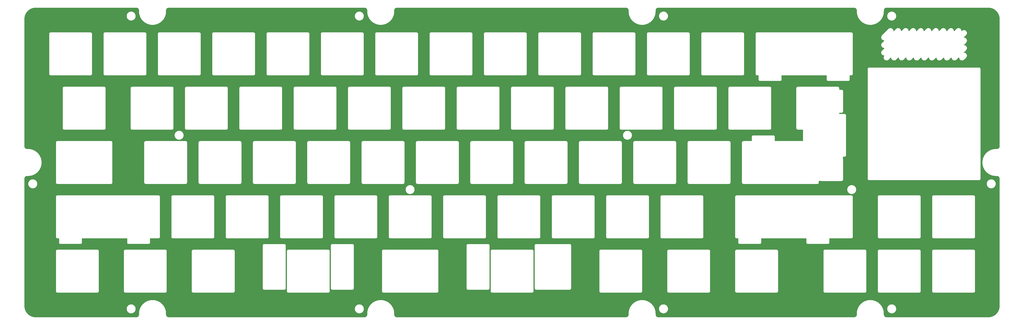
<source format=gbr>
%TF.GenerationSoftware,KiCad,Pcbnew,(6.0.5)*%
%TF.CreationDate,2023-05-18T03:47:52+09:00*%
%TF.ProjectId,plate,706c6174-652e-46b6-9963-61645f706362,rev?*%
%TF.SameCoordinates,Original*%
%TF.FileFunction,Copper,L1,Top*%
%TF.FilePolarity,Positive*%
%FSLAX46Y46*%
G04 Gerber Fmt 4.6, Leading zero omitted, Abs format (unit mm)*
G04 Created by KiCad (PCBNEW (6.0.5)) date 2023-05-18 03:47:52*
%MOMM*%
%LPD*%
G01*
G04 APERTURE LIST*
G04 APERTURE END LIST*
%TA.AperFunction,NonConductor*%
G36*
X465653131Y-164368345D02*
G01*
X465712849Y-164368347D01*
X465712853Y-164368347D01*
X465712859Y-164368348D01*
X465749598Y-164368348D01*
X465750745Y-164368353D01*
X465818088Y-164368966D01*
X465819954Y-164369047D01*
X465821837Y-164369340D01*
X465849913Y-164369340D01*
X465854490Y-164369423D01*
X465915157Y-164371628D01*
X465922179Y-164372301D01*
X465922186Y-164372215D01*
X465927044Y-164372591D01*
X465931853Y-164373340D01*
X465951100Y-164373340D01*
X465959181Y-164373600D01*
X465975050Y-164374620D01*
X466018807Y-164377433D01*
X466030101Y-164378672D01*
X466040862Y-164380348D01*
X466054350Y-164380348D01*
X466064710Y-164380775D01*
X466071510Y-164381336D01*
X466124259Y-164385688D01*
X466133274Y-164386761D01*
X466149840Y-164389340D01*
X466154715Y-164389340D01*
X466154922Y-164389356D01*
X466168418Y-164390097D01*
X466227750Y-164396630D01*
X466233328Y-164397371D01*
X466258818Y-164401340D01*
X466262328Y-164401340D01*
X466266511Y-164401792D01*
X466328860Y-164410459D01*
X466330770Y-164410739D01*
X466365095Y-164416084D01*
X466365170Y-164416101D01*
X466365212Y-164416121D01*
X466365344Y-164416142D01*
X466365346Y-164416142D01*
X466428986Y-164426051D01*
X466432732Y-164426692D01*
X466458656Y-164431538D01*
X466459218Y-164431643D01*
X466466454Y-164433420D01*
X466472207Y-164436121D01*
X466481075Y-164437502D01*
X466481076Y-164437502D01*
X466526895Y-164444636D01*
X466533994Y-164445951D01*
X466551613Y-164449739D01*
X466562320Y-164453349D01*
X466562522Y-164452689D01*
X466571105Y-164455313D01*
X466579232Y-164459129D01*
X466595108Y-164461601D01*
X466628200Y-164466754D01*
X466637468Y-164468556D01*
X466655619Y-164472795D01*
X466670983Y-164478129D01*
X466678099Y-164480305D01*
X466686227Y-164484121D01*
X466695094Y-164485502D01*
X466695095Y-164485502D01*
X466726004Y-164490315D01*
X466738792Y-164492992D01*
X466756750Y-164497736D01*
X466778118Y-164505503D01*
X466784085Y-164508305D01*
X466784089Y-164508306D01*
X466792214Y-164512121D01*
X466813801Y-164515482D01*
X466822824Y-164516887D01*
X466839120Y-164520545D01*
X466856880Y-164525789D01*
X466874748Y-164532576D01*
X466889101Y-164539315D01*
X466889103Y-164539315D01*
X466897225Y-164543129D01*
X466906090Y-164544509D01*
X466906092Y-164544510D01*
X466921487Y-164546907D01*
X466940193Y-164551304D01*
X466957477Y-164556786D01*
X466972924Y-164562832D01*
X466993104Y-164572307D01*
X466993109Y-164572308D01*
X467001229Y-164576121D01*
X467019218Y-164578922D01*
X467019931Y-164579033D01*
X467040745Y-164584118D01*
X467058491Y-164590092D01*
X467071837Y-164595451D01*
X467097102Y-164607312D01*
X467097104Y-164607313D01*
X467105233Y-164611129D01*
X467114109Y-164612511D01*
X467119409Y-164614131D01*
X467137321Y-164618862D01*
X467144869Y-164621721D01*
X467155016Y-164625564D01*
X467163936Y-164629341D01*
X467200105Y-164646323D01*
X467200109Y-164646324D01*
X467208230Y-164650137D01*
X467217099Y-164651518D01*
X467225684Y-164654142D01*
X467225540Y-164654612D01*
X467237291Y-164657811D01*
X467253318Y-164664160D01*
X467260460Y-164667248D01*
X467301086Y-164686322D01*
X467301090Y-164686323D01*
X467309213Y-164690137D01*
X467316648Y-164691294D01*
X467325537Y-164694536D01*
X467349530Y-164704755D01*
X467353704Y-164706623D01*
X467405886Y-164731122D01*
X467410195Y-164733145D01*
X467411887Y-164733408D01*
X467413414Y-164733990D01*
X467440863Y-164746624D01*
X467440878Y-164746631D01*
X467440891Y-164746637D01*
X467443493Y-164747874D01*
X467470487Y-164761096D01*
X467473635Y-164762891D01*
X467476314Y-164765258D01*
X467532597Y-164791682D01*
X467536747Y-164793726D01*
X467556979Y-164804156D01*
X467559186Y-164805294D01*
X467567581Y-164810197D01*
X467573329Y-164815274D01*
X467581450Y-164819087D01*
X467581452Y-164819088D01*
X467621023Y-164837666D01*
X467628362Y-164841410D01*
X467644401Y-164850263D01*
X467654923Y-164857677D01*
X467655107Y-164857396D01*
X467662608Y-164862323D01*
X467669337Y-164868266D01*
X467710960Y-164887808D01*
X467720552Y-164892826D01*
X467736668Y-164902160D01*
X467756915Y-164916744D01*
X467764308Y-164923274D01*
X467792709Y-164936608D01*
X467796361Y-164938323D01*
X467809505Y-164945476D01*
X467825287Y-164955322D01*
X467841997Y-164967778D01*
X467857295Y-164981290D01*
X467883579Y-164993630D01*
X467898828Y-165002126D01*
X467914661Y-165012448D01*
X467929257Y-165023557D01*
X467949336Y-165041290D01*
X467957458Y-165045103D01*
X467957459Y-165045104D01*
X467960836Y-165046689D01*
X467968111Y-165050105D01*
X467986070Y-165060417D01*
X467997712Y-165068442D01*
X468001121Y-165070792D01*
X468013014Y-165080090D01*
X468039302Y-165103306D01*
X468052324Y-165109420D01*
X468072321Y-165121167D01*
X468087302Y-165131937D01*
X468087406Y-165132012D01*
X468097261Y-165139875D01*
X468121591Y-165161362D01*
X468121593Y-165161363D01*
X468128322Y-165167306D01*
X468136447Y-165171121D01*
X468143147Y-165175522D01*
X468156473Y-165183583D01*
X468170753Y-165194416D01*
X468178009Y-165200358D01*
X468215297Y-165233290D01*
X468223426Y-165237107D01*
X468226383Y-165239049D01*
X468235919Y-165245973D01*
X468246167Y-165254171D01*
X468251959Y-165258806D01*
X468256646Y-165262747D01*
X468277035Y-165280754D01*
X468300288Y-165301290D01*
X468304520Y-165303277D01*
X468308536Y-165306275D01*
X468331495Y-165325673D01*
X468333585Y-165327478D01*
X468359844Y-165350669D01*
X468384334Y-165372298D01*
X468384940Y-165372582D01*
X468385487Y-165372999D01*
X468400963Y-165386593D01*
X468401207Y-165386807D01*
X468405676Y-165390753D01*
X468408452Y-165393279D01*
X468428831Y-165412383D01*
X468433826Y-165417623D01*
X468437146Y-165422886D01*
X468482304Y-165462768D01*
X468486224Y-165466383D01*
X468498886Y-165478566D01*
X468503306Y-165482820D01*
X468511455Y-165491482D01*
X468516126Y-165498886D01*
X468551763Y-165530359D01*
X468559145Y-165537433D01*
X468571940Y-165550731D01*
X468586298Y-165569060D01*
X468587355Y-165570302D01*
X468592145Y-165577894D01*
X468624658Y-165606609D01*
X468633163Y-165614866D01*
X468645858Y-165628405D01*
X468660505Y-165647353D01*
X468662362Y-165650296D01*
X468662366Y-165650301D01*
X468667157Y-165657894D01*
X468691750Y-165679614D01*
X468703030Y-165690928D01*
X468710607Y-165699559D01*
X468715007Y-165704572D01*
X468726875Y-165720459D01*
X468739148Y-165739910D01*
X468745877Y-165745853D01*
X468745878Y-165745854D01*
X468759225Y-165757642D01*
X468772054Y-165770754D01*
X468784316Y-165785264D01*
X468794640Y-165799357D01*
X468804809Y-165815474D01*
X468810132Y-165823910D01*
X468823799Y-165835980D01*
X468838759Y-165851684D01*
X468849110Y-165864617D01*
X468849910Y-165865616D01*
X468858098Y-165877112D01*
X468863032Y-165884932D01*
X468878156Y-165908902D01*
X468885576Y-165915455D01*
X468902545Y-165933736D01*
X468913146Y-165947710D01*
X468913471Y-165948138D01*
X468919649Y-165957055D01*
X468932576Y-165977542D01*
X468944165Y-165995910D01*
X468950894Y-166001853D01*
X468956710Y-166008687D01*
X468956538Y-166008833D01*
X468965544Y-166018715D01*
X468976689Y-166033972D01*
X468981506Y-166041060D01*
X468985496Y-166047383D01*
X469009168Y-166084902D01*
X469015392Y-166090399D01*
X469022052Y-166099084D01*
X469035565Y-166118699D01*
X469035825Y-166119076D01*
X469038625Y-166123323D01*
X469068503Y-166170677D01*
X469071179Y-166174918D01*
X469072451Y-166176041D01*
X469073420Y-166177349D01*
X469089277Y-166202066D01*
X469089790Y-166202872D01*
X469091718Y-166205928D01*
X469092395Y-166207015D01*
X469108808Y-166233626D01*
X469109837Y-166235571D01*
X469110459Y-166237747D01*
X469113739Y-166242946D01*
X469113743Y-166242953D01*
X469144240Y-166291289D01*
X469146443Y-166294913D01*
X469159582Y-166317379D01*
X469163493Y-166324985D01*
X469165421Y-166331731D01*
X469170211Y-166339322D01*
X469170212Y-166339325D01*
X469194766Y-166378241D01*
X469198504Y-166384566D01*
X469201514Y-166390017D01*
X469207318Y-166400527D01*
X469211708Y-166411166D01*
X469212296Y-166410903D01*
X469215964Y-166419102D01*
X469218430Y-166427731D01*
X469242804Y-166466362D01*
X469248235Y-166475862D01*
X469256476Y-166491852D01*
X469265624Y-166514946D01*
X469268418Y-166524723D01*
X469288595Y-166556701D01*
X469295403Y-166568954D01*
X469303699Y-166586063D01*
X469311472Y-166606410D01*
X469312473Y-166609914D01*
X469313842Y-166614702D01*
X469316422Y-166623731D01*
X469321208Y-166631317D01*
X469321212Y-166631325D01*
X469333751Y-166651197D01*
X469341464Y-166665354D01*
X469349123Y-166681843D01*
X469355998Y-166700296D01*
X469362412Y-166722739D01*
X469367200Y-166730327D01*
X469367202Y-166730332D01*
X469374247Y-166741497D01*
X469383602Y-166759343D01*
X469390966Y-166776626D01*
X469396199Y-166791392D01*
X469402972Y-166815093D01*
X469402976Y-166815101D01*
X469405442Y-166823731D01*
X469413767Y-166836925D01*
X469424107Y-166857153D01*
X469427022Y-166864404D01*
X469431161Y-166874699D01*
X469435403Y-166887070D01*
X469446457Y-166925747D01*
X469451250Y-166933344D01*
X469452896Y-166937023D01*
X469461927Y-166955257D01*
X469464976Y-166963435D01*
X469468089Y-166971784D01*
X469471176Y-166981174D01*
X469474516Y-166992861D01*
X469484482Y-167027731D01*
X469489270Y-167035321D01*
X469489985Y-167036918D01*
X469494384Y-167048172D01*
X469501544Y-167069445D01*
X469503276Y-167075013D01*
X469510994Y-167102019D01*
X469519486Y-167131731D01*
X469522743Y-167136894D01*
X469525251Y-167143476D01*
X469526432Y-167147195D01*
X469533602Y-167169776D01*
X469534627Y-167173173D01*
X469552506Y-167235731D01*
X469553522Y-167237341D01*
X469554153Y-167239049D01*
X469561998Y-167265641D01*
X469562183Y-167266268D01*
X469563123Y-167269626D01*
X469570657Y-167298104D01*
X469571526Y-167302450D01*
X469571500Y-167306689D01*
X469573966Y-167315318D01*
X469573967Y-167315324D01*
X469587496Y-167362660D01*
X469589036Y-167368589D01*
X469593951Y-167389604D01*
X469596096Y-167401197D01*
X469596579Y-167404722D01*
X469596524Y-167413697D01*
X469608016Y-167453905D01*
X469610849Y-167463819D01*
X469612899Y-167472021D01*
X469614480Y-167479396D01*
X469616697Y-167489733D01*
X469618049Y-167502870D01*
X469618309Y-167502834D01*
X469619528Y-167511729D01*
X469619473Y-167520705D01*
X469628093Y-167550865D01*
X469631429Y-167562536D01*
X469634138Y-167574030D01*
X469637397Y-167591480D01*
X469639537Y-167615378D01*
X469639530Y-167616548D01*
X469639462Y-167627713D01*
X469646559Y-167652544D01*
X469648795Y-167660368D01*
X469652134Y-167675533D01*
X469655117Y-167694623D01*
X469656625Y-167714840D01*
X469656491Y-167736705D01*
X469664290Y-167763992D01*
X469667947Y-167781326D01*
X469670424Y-167799211D01*
X469671613Y-167817258D01*
X469671445Y-167844705D01*
X469673912Y-167853336D01*
X469673912Y-167853337D01*
X469676822Y-167863520D01*
X469680908Y-167884291D01*
X469682958Y-167902827D01*
X469683720Y-167917446D01*
X469683673Y-167925162D01*
X469683499Y-167953697D01*
X469686430Y-167963952D01*
X469690852Y-167988195D01*
X469692354Y-168006376D01*
X469692778Y-168017485D01*
X469692502Y-168062689D01*
X469694967Y-168071316D01*
X469696186Y-168080212D01*
X469696051Y-168080231D01*
X469698401Y-168093817D01*
X469699371Y-168108953D01*
X469699548Y-168111706D01*
X469699804Y-168120539D01*
X469699491Y-168171681D01*
X469701868Y-168179997D01*
X469702871Y-168191622D01*
X469703078Y-168197353D01*
X469703747Y-168215923D01*
X469703827Y-168221225D01*
X469703458Y-168281665D01*
X469704373Y-168284866D01*
X469704617Y-168288211D01*
X469704863Y-168314797D01*
X469704893Y-168318094D01*
X469704896Y-168320027D01*
X469704624Y-168364677D01*
X469704465Y-168390657D01*
X469704847Y-168391993D01*
X469704938Y-168393331D01*
X469704700Y-173737541D01*
X469702957Y-212961751D01*
X469702363Y-212969740D01*
X469701388Y-212973001D01*
X469701333Y-212981969D01*
X469701333Y-212981971D01*
X469701148Y-213012327D01*
X469699766Y-213030183D01*
X469698985Y-213035408D01*
X469696413Y-213044008D01*
X469696358Y-213052984D01*
X469696358Y-213052985D01*
X469696253Y-213070120D01*
X469692308Y-213096516D01*
X469692316Y-213096517D01*
X469690989Y-213105395D01*
X469688418Y-213113993D01*
X469688363Y-213122968D01*
X469688363Y-213122969D01*
X469688356Y-213124066D01*
X469683076Y-213159389D01*
X469677989Y-213176402D01*
X469675417Y-213185003D01*
X469675362Y-213193977D01*
X469674035Y-213202856D01*
X469672953Y-213202694D01*
X469670130Y-213221567D01*
X469663858Y-213242540D01*
X469661795Y-213247990D01*
X469660205Y-213250443D01*
X469657713Y-213258777D01*
X469657710Y-213258784D01*
X469649310Y-213286873D01*
X469642973Y-213303622D01*
X469640063Y-213309920D01*
X469635181Y-213317452D01*
X469632610Y-213326050D01*
X469629101Y-213337783D01*
X469614117Y-213370212D01*
X469606189Y-213382443D01*
X469603618Y-213391041D01*
X469599852Y-213399191D01*
X469599771Y-213399154D01*
X469588815Y-213422865D01*
X469574176Y-213445450D01*
X469571602Y-213454058D01*
X469569980Y-213457568D01*
X469561333Y-213473248D01*
X469551687Y-213488129D01*
X469549340Y-213491749D01*
X469543219Y-213499864D01*
X469539357Y-213503192D01*
X469534477Y-213510721D01*
X469534476Y-213510722D01*
X469522588Y-213529063D01*
X469507648Y-213546189D01*
X469508082Y-213546568D01*
X469502183Y-213553330D01*
X469495381Y-213559191D01*
X469490497Y-213566725D01*
X469490495Y-213566728D01*
X469484106Y-213576585D01*
X469460623Y-213603504D01*
X469449361Y-213613208D01*
X469444478Y-213620742D01*
X469438579Y-213627504D01*
X469438509Y-213627443D01*
X469421351Y-213647110D01*
X469407152Y-213659344D01*
X469407148Y-213659348D01*
X469400350Y-213665206D01*
X469396295Y-213671462D01*
X469385743Y-213681949D01*
X469370164Y-213695372D01*
X469356449Y-213705586D01*
X469348646Y-213709134D01*
X469330081Y-213725131D01*
X469326369Y-213728329D01*
X469306183Y-213741238D01*
X469306398Y-213741574D01*
X469298831Y-213746413D01*
X469290663Y-213750127D01*
X469283863Y-213755986D01*
X469277981Y-213761054D01*
X469247892Y-213780297D01*
X469238807Y-213784428D01*
X469238805Y-213784429D01*
X469230635Y-213788144D01*
X469223835Y-213794004D01*
X469216273Y-213798840D01*
X469215896Y-213798251D01*
X469197471Y-213810036D01*
X469168623Y-213823152D01*
X469164824Y-213826425D01*
X469156040Y-213831199D01*
X469130973Y-213842597D01*
X469114781Y-213848612D01*
X469106211Y-213849839D01*
X469098039Y-213853555D01*
X469098034Y-213853556D01*
X469083206Y-213860298D01*
X469048922Y-213870324D01*
X469047105Y-213870584D01*
X469047104Y-213870584D01*
X469038218Y-213871857D01*
X469030045Y-213875573D01*
X469024869Y-213877926D01*
X468990587Y-213887950D01*
X468987427Y-213888403D01*
X468970255Y-213890862D01*
X468962079Y-213894579D01*
X468953466Y-213897098D01*
X468953230Y-213896290D01*
X468933201Y-213902145D01*
X468909137Y-213905591D01*
X468909130Y-213905593D01*
X468900248Y-213906865D01*
X468896937Y-213908370D01*
X468886779Y-213910485D01*
X468874721Y-213912012D01*
X468870427Y-213912437D01*
X468866930Y-213912437D01*
X468853843Y-213914311D01*
X468853434Y-213914370D01*
X468844409Y-213915332D01*
X468827685Y-213916508D01*
X468819014Y-213917117D01*
X468810183Y-213917427D01*
X468795946Y-213917427D01*
X468791507Y-213918063D01*
X468787037Y-213918381D01*
X468787024Y-213918200D01*
X468781513Y-213918670D01*
X468756047Y-213919394D01*
X468752466Y-213919445D01*
X468444576Y-213919445D01*
X468432032Y-213918819D01*
X468424236Y-213918039D01*
X468419380Y-213918305D01*
X468419375Y-213918305D01*
X468402030Y-213919256D01*
X468395135Y-213919445D01*
X468375994Y-213919445D01*
X468367442Y-213920669D01*
X468356485Y-213921752D01*
X468332106Y-213923088D01*
X468329044Y-213923158D01*
X468326221Y-213922915D01*
X468308365Y-213924139D01*
X468299748Y-213924434D01*
X468284960Y-213924434D01*
X468280523Y-213925069D01*
X468280513Y-213925070D01*
X468276417Y-213925657D01*
X468265451Y-213926741D01*
X468257189Y-213927194D01*
X468254416Y-213927748D01*
X468251321Y-213928049D01*
X468117645Y-213937212D01*
X468106122Y-213938002D01*
X468103126Y-213938112D01*
X468100339Y-213937909D01*
X468095481Y-213938308D01*
X468095478Y-213938308D01*
X468086787Y-213939022D01*
X468076474Y-213939445D01*
X468065966Y-213939445D01*
X468053745Y-213941195D01*
X468053032Y-213941297D01*
X468043791Y-213942274D01*
X468035749Y-213942825D01*
X468035743Y-213942826D01*
X468031278Y-213943132D01*
X468028547Y-213943716D01*
X468025490Y-213944056D01*
X467965251Y-213949004D01*
X467960200Y-213949273D01*
X467956129Y-213949059D01*
X467951281Y-213949555D01*
X467951280Y-213949555D01*
X467948924Y-213949796D01*
X467937326Y-213950388D01*
X467936455Y-213950450D01*
X467931963Y-213950450D01*
X467927527Y-213951085D01*
X467927516Y-213951086D01*
X467914649Y-213952929D01*
X467907102Y-213953778D01*
X467900270Y-213954340D01*
X467894932Y-213954778D01*
X467894931Y-213954778D01*
X467890465Y-213955145D01*
X467886517Y-213956046D01*
X467881308Y-213956714D01*
X467818789Y-213963110D01*
X467812610Y-213963589D01*
X467809704Y-213963742D01*
X467804834Y-213963623D01*
X467799996Y-213964255D01*
X467799529Y-213964280D01*
X467797655Y-213964469D01*
X467794939Y-213964469D01*
X467772717Y-213967651D01*
X467770992Y-213967898D01*
X467765957Y-213968515D01*
X467743374Y-213970826D01*
X467739032Y-213971908D01*
X467734603Y-213972682D01*
X467734564Y-213972458D01*
X467729222Y-213973505D01*
X467673819Y-213980747D01*
X467668315Y-213981310D01*
X467663992Y-213981296D01*
X467659176Y-213982030D01*
X467632024Y-213986168D01*
X467630981Y-213986322D01*
X467630324Y-213986417D01*
X467629954Y-213986470D01*
X467628513Y-213986668D01*
X467599344Y-213990480D01*
X467598277Y-213990778D01*
X467592742Y-213991635D01*
X467588680Y-213991753D01*
X467583898Y-213992640D01*
X467583896Y-213992640D01*
X467576361Y-213994037D01*
X467571261Y-213994874D01*
X467561014Y-213996342D01*
X467561008Y-213996343D01*
X467557261Y-213996880D01*
X467556107Y-213997405D01*
X467553624Y-213997943D01*
X467507165Y-214004596D01*
X467507157Y-214004598D01*
X467498270Y-214005871D01*
X467493401Y-214008085D01*
X467482976Y-214010344D01*
X467444254Y-214015889D01*
X467436083Y-214019604D01*
X467427468Y-214022123D01*
X467427163Y-214021079D01*
X467411606Y-214025747D01*
X467407394Y-214026080D01*
X467402658Y-214027206D01*
X467402649Y-214027207D01*
X467397422Y-214028449D01*
X467386150Y-214030592D01*
X467351121Y-214035608D01*
X467351119Y-214035609D01*
X467342234Y-214036881D01*
X467334061Y-214040597D01*
X467334058Y-214040598D01*
X467331778Y-214041635D01*
X467308789Y-214049513D01*
X467306505Y-214050056D01*
X467300649Y-214051062D01*
X467300692Y-214051289D01*
X467295899Y-214052194D01*
X467291066Y-214052725D01*
X467286371Y-214053994D01*
X467281582Y-214054898D01*
X467281549Y-214054726D01*
X467275440Y-214055982D01*
X467250140Y-214059605D01*
X467250133Y-214059607D01*
X467241251Y-214060879D01*
X467221867Y-214069692D01*
X467202583Y-214076628D01*
X467190464Y-214079902D01*
X467183359Y-214081365D01*
X467181882Y-214081555D01*
X467180523Y-214081949D01*
X467175464Y-214082991D01*
X467141275Y-214087887D01*
X467133104Y-214091602D01*
X467133105Y-214091602D01*
X467116522Y-214099142D01*
X467099463Y-214105456D01*
X467086862Y-214109110D01*
X467069641Y-214112820D01*
X467064053Y-214113620D01*
X467041300Y-214116879D01*
X467033125Y-214120596D01*
X467033122Y-214120597D01*
X467009467Y-214131353D01*
X466995330Y-214136781D01*
X466984101Y-214140335D01*
X466963953Y-214144933D01*
X466961114Y-214145339D01*
X466952194Y-214146616D01*
X466952191Y-214146617D01*
X466943308Y-214147889D01*
X466935137Y-214151604D01*
X466935134Y-214151605D01*
X466908820Y-214163570D01*
X466903433Y-214165862D01*
X466899265Y-214167181D01*
X466895222Y-214169128D01*
X466891243Y-214170706D01*
X466886123Y-214172609D01*
X466881964Y-214174053D01*
X466880642Y-214174512D01*
X466857185Y-214180208D01*
X466845346Y-214181904D01*
X466837177Y-214185618D01*
X466837174Y-214185619D01*
X466805388Y-214200071D01*
X466794575Y-214204396D01*
X466792478Y-214205124D01*
X466792470Y-214205127D01*
X466788244Y-214206595D01*
X466785001Y-214208268D01*
X466780868Y-214209913D01*
X466779098Y-214210564D01*
X466763702Y-214214450D01*
X466756243Y-214216631D01*
X466747355Y-214217904D01*
X466739183Y-214221620D01*
X466739182Y-214221620D01*
X466702143Y-214238461D01*
X466693441Y-214242032D01*
X466686127Y-214244719D01*
X466686119Y-214244723D01*
X466681915Y-214246267D01*
X466678656Y-214248024D01*
X466663018Y-214253800D01*
X466660231Y-214254615D01*
X466651346Y-214255887D01*
X466643175Y-214259602D01*
X466643172Y-214259603D01*
X466598741Y-214279804D01*
X466592962Y-214282260D01*
X466574515Y-214289558D01*
X466570618Y-214291784D01*
X466567912Y-214293084D01*
X466558989Y-214296505D01*
X466556376Y-214296879D01*
X466493707Y-214325373D01*
X466491580Y-214326316D01*
X466465525Y-214337562D01*
X466463067Y-214339068D01*
X466461128Y-214340011D01*
X466430291Y-214354032D01*
X466424651Y-214356195D01*
X466424721Y-214356369D01*
X466420200Y-214358187D01*
X466415558Y-214359649D01*
X466411190Y-214361811D01*
X466411189Y-214361811D01*
X466390482Y-214372058D01*
X466386749Y-214373830D01*
X466371633Y-214380703D01*
X466371456Y-214380784D01*
X466362565Y-214384810D01*
X466361628Y-214382741D01*
X466361520Y-214382765D01*
X466362476Y-214384867D01*
X466328810Y-214400174D01*
X466324705Y-214403711D01*
X466314217Y-214409256D01*
X466312469Y-214409848D01*
X466308155Y-214412099D01*
X466308151Y-214412101D01*
X466293258Y-214419873D01*
X466287118Y-214422868D01*
X466252510Y-214438604D01*
X466235823Y-214446191D01*
X466229023Y-214452051D01*
X466224822Y-214454737D01*
X466211964Y-214461714D01*
X466210410Y-214462278D01*
X466197413Y-214469421D01*
X466197252Y-214469510D01*
X466188713Y-214473789D01*
X466143843Y-214494191D01*
X466137043Y-214500051D01*
X466129479Y-214504888D01*
X466129346Y-214504680D01*
X466111862Y-214516169D01*
X466107350Y-214517941D01*
X466103153Y-214520392D01*
X466103150Y-214520394D01*
X466101438Y-214521394D01*
X466090036Y-214527297D01*
X466061007Y-214540496D01*
X466052839Y-214544210D01*
X466046043Y-214550066D01*
X466046038Y-214550069D01*
X466041493Y-214553985D01*
X466022814Y-214567320D01*
X466019734Y-214569119D01*
X466017348Y-214570514D01*
X466013859Y-214572413D01*
X466010682Y-214573722D01*
X466006514Y-214576251D01*
X466002179Y-214578443D01*
X466002131Y-214578347D01*
X465996123Y-214581520D01*
X465963820Y-214596208D01*
X465957021Y-214602066D01*
X465957018Y-214602068D01*
X465948406Y-214609488D01*
X465931523Y-214621754D01*
X465920659Y-214628346D01*
X465914644Y-214631520D01*
X465914706Y-214631634D01*
X465914121Y-214631955D01*
X465908211Y-214634915D01*
X465907338Y-214635376D01*
X465906093Y-214635940D01*
X465905858Y-214636094D01*
X465905671Y-214636187D01*
X465874800Y-214650224D01*
X465868001Y-214656082D01*
X465868000Y-214656083D01*
X465851005Y-214670727D01*
X465837805Y-214680670D01*
X465834563Y-214682794D01*
X465826899Y-214687814D01*
X465810011Y-214697114D01*
X465787794Y-214707215D01*
X465759051Y-214731981D01*
X465757286Y-214733412D01*
X465755405Y-214734644D01*
X465752047Y-214737602D01*
X465749126Y-214739828D01*
X465744622Y-214743105D01*
X465736842Y-214748507D01*
X465717133Y-214759709D01*
X465702803Y-214766225D01*
X465696005Y-214772082D01*
X465696004Y-214772083D01*
X465672433Y-214792393D01*
X465666442Y-214797034D01*
X465663275Y-214799585D01*
X465659584Y-214802148D01*
X465657526Y-214804062D01*
X465655057Y-214805937D01*
X465651597Y-214808409D01*
X465650300Y-214809336D01*
X465629207Y-214821513D01*
X465627020Y-214822507D01*
X465627016Y-214822509D01*
X465618849Y-214826223D01*
X465612051Y-214832080D01*
X465612050Y-214832081D01*
X465585161Y-214855250D01*
X465576187Y-214862300D01*
X465570264Y-214866533D01*
X465567024Y-214869630D01*
X465565421Y-214870957D01*
X465551090Y-214879925D01*
X465551575Y-214880683D01*
X465544016Y-214885517D01*
X465535841Y-214889234D01*
X465529039Y-214895095D01*
X465495067Y-214924367D01*
X465489002Y-214929274D01*
X465479653Y-214936370D01*
X465479644Y-214936378D01*
X465476087Y-214939078D01*
X465472945Y-214942259D01*
X465472225Y-214942891D01*
X465460723Y-214951540D01*
X465454817Y-214954225D01*
X465407212Y-214995243D01*
X465403848Y-214998041D01*
X465384947Y-215013202D01*
X465381879Y-215016479D01*
X465381767Y-215016583D01*
X465375801Y-215021195D01*
X465375836Y-215021235D01*
X465374512Y-215022376D01*
X465349782Y-215043684D01*
X465349213Y-215044140D01*
X465348343Y-215044688D01*
X465346238Y-215046523D01*
X465346228Y-215046531D01*
X465325222Y-215064843D01*
X465324672Y-215065320D01*
X465318429Y-215070699D01*
X465317754Y-215071276D01*
X465295801Y-215089902D01*
X465294872Y-215090951D01*
X465294056Y-215091700D01*
X465265493Y-215116312D01*
X465265332Y-215116125D01*
X465261291Y-215119997D01*
X465260402Y-215120708D01*
X465256371Y-215123448D01*
X465246850Y-215132345D01*
X465237498Y-215141084D01*
X465233720Y-215144474D01*
X465203139Y-215170825D01*
X465187489Y-215184310D01*
X465183517Y-215190437D01*
X465173644Y-215200088D01*
X465172352Y-215201005D01*
X465168863Y-215204401D01*
X465168859Y-215204404D01*
X465158221Y-215214757D01*
X465152590Y-215219915D01*
X465126058Y-215242777D01*
X465111501Y-215255320D01*
X465106622Y-215262848D01*
X465100717Y-215269616D01*
X465099912Y-215268914D01*
X465089547Y-215280980D01*
X465089077Y-215281400D01*
X465085218Y-215284342D01*
X465078906Y-215290919D01*
X465070245Y-215299127D01*
X465044324Y-215321461D01*
X465044322Y-215321463D01*
X465037526Y-215327319D01*
X465032645Y-215334850D01*
X465032642Y-215334853D01*
X465030646Y-215337932D01*
X465015822Y-215356645D01*
X465012463Y-215360145D01*
X465010296Y-215362264D01*
X465008084Y-215363998D01*
X465004758Y-215367559D01*
X465004711Y-215367602D01*
X464994942Y-215376988D01*
X464965535Y-215402327D01*
X464956279Y-215416607D01*
X464942631Y-215434076D01*
X464936373Y-215440776D01*
X464932670Y-215444523D01*
X464929436Y-215447168D01*
X464926188Y-215450792D01*
X464925623Y-215451332D01*
X464920809Y-215455701D01*
X464901354Y-215472465D01*
X464894551Y-215478327D01*
X464889667Y-215485862D01*
X464881706Y-215498144D01*
X464869808Y-215513702D01*
X464861531Y-215522938D01*
X464849944Y-215534301D01*
X464837302Y-215545194D01*
X464825551Y-215555319D01*
X464820671Y-215562848D01*
X464805537Y-215586197D01*
X464797008Y-215597836D01*
X464788941Y-215607617D01*
X464773984Y-215622900D01*
X464759572Y-215635318D01*
X464754690Y-215642849D01*
X464754689Y-215642851D01*
X464739358Y-215666504D01*
X464736290Y-215671020D01*
X464734028Y-215674198D01*
X464731175Y-215677658D01*
X464729762Y-215679977D01*
X464727988Y-215682322D01*
X464721759Y-215690080D01*
X464705763Y-215706640D01*
X464701337Y-215710453D01*
X464701335Y-215710455D01*
X464694539Y-215716311D01*
X464689659Y-215723840D01*
X464689658Y-215723841D01*
X464672228Y-215750732D01*
X464665923Y-215759457D01*
X464665112Y-215760629D01*
X464662304Y-215764126D01*
X464660063Y-215767914D01*
X464656520Y-215772771D01*
X464655158Y-215774544D01*
X464640368Y-215790190D01*
X464638382Y-215792467D01*
X464631581Y-215798327D01*
X464626698Y-215805861D01*
X464626696Y-215805863D01*
X464605430Y-215838672D01*
X464599647Y-215846860D01*
X464595849Y-215851808D01*
X464593114Y-215855371D01*
X464590963Y-215859194D01*
X464580831Y-215872508D01*
X464577377Y-215876467D01*
X464570577Y-215882327D01*
X464565696Y-215889858D01*
X464539706Y-215929954D01*
X464535926Y-215935460D01*
X464527439Y-215947147D01*
X464524803Y-215950777D01*
X464522708Y-215954744D01*
X464520343Y-215958542D01*
X464519834Y-215958225D01*
X464513372Y-215967639D01*
X464512593Y-215968310D01*
X464507708Y-215975847D01*
X464507706Y-215975849D01*
X464474892Y-216026475D01*
X464473671Y-216028322D01*
X464457712Y-216051987D01*
X464457623Y-216051927D01*
X464455324Y-216055148D01*
X464455586Y-216055318D01*
X464436679Y-216084488D01*
X464433138Y-216089648D01*
X464430062Y-216093264D01*
X464423609Y-216103777D01*
X464414296Y-216118949D01*
X464412706Y-216121472D01*
X464412455Y-216121860D01*
X464412057Y-216122473D01*
X464397365Y-216144898D01*
X464397011Y-216145655D01*
X464396739Y-216146107D01*
X464376361Y-216177547D01*
X464375437Y-216180637D01*
X464370920Y-216188503D01*
X464370679Y-216188797D01*
X464368200Y-216193006D01*
X464357937Y-216210427D01*
X464355105Y-216215008D01*
X464332730Y-216249528D01*
X464322345Y-216265549D01*
X464320064Y-216273177D01*
X464312451Y-216286835D01*
X464310369Y-216289510D01*
X464308002Y-216293773D01*
X464308001Y-216293774D01*
X464301929Y-216304708D01*
X464297504Y-216312073D01*
X464274220Y-216347994D01*
X464274218Y-216347998D01*
X464269336Y-216355530D01*
X464266764Y-216364132D01*
X464262999Y-216372279D01*
X464262399Y-216372002D01*
X464255247Y-216388019D01*
X464253667Y-216390600D01*
X464250810Y-216394549D01*
X464248594Y-216398891D01*
X464247864Y-216400320D01*
X464241373Y-216411565D01*
X464231442Y-216426886D01*
X464219348Y-216445545D01*
X464216776Y-216454146D01*
X464216774Y-216454150D01*
X464214950Y-216460249D01*
X464206463Y-216481422D01*
X464203318Y-216487583D01*
X464201411Y-216491055D01*
X464199436Y-216493883D01*
X464197291Y-216498264D01*
X464194823Y-216502453D01*
X464194707Y-216502384D01*
X464191474Y-216508092D01*
X464172382Y-216537548D01*
X464166441Y-216557414D01*
X464158895Y-216576702D01*
X464156271Y-216582062D01*
X464153151Y-216588436D01*
X464150179Y-216594133D01*
X464149675Y-216595042D01*
X464149284Y-216595694D01*
X464146788Y-216599473D01*
X464146060Y-216601063D01*
X464145212Y-216602476D01*
X464131245Y-216624024D01*
X464131242Y-216624030D01*
X464126361Y-216631561D01*
X464118014Y-216659470D01*
X464111883Y-216675769D01*
X464106728Y-216687035D01*
X464097886Y-216703140D01*
X464088244Y-216718015D01*
X464088242Y-216718018D01*
X464083362Y-216725548D01*
X464080790Y-216734148D01*
X464073037Y-216760072D01*
X464068001Y-216773908D01*
X464063059Y-216785356D01*
X464053113Y-216803944D01*
X464042346Y-216820557D01*
X464039775Y-216829155D01*
X464039772Y-216829161D01*
X464031584Y-216856544D01*
X464029798Y-216862053D01*
X464029154Y-216863893D01*
X464027372Y-216868021D01*
X464026196Y-216872349D01*
X464025449Y-216874484D01*
X464023431Y-216879855D01*
X464020878Y-216886205D01*
X464009710Y-216907725D01*
X464003345Y-216917545D01*
X464000774Y-216926142D01*
X463990695Y-216959845D01*
X463986877Y-216970759D01*
X463984290Y-216977192D01*
X463983221Y-216981557D01*
X463982934Y-216982451D01*
X463975297Y-216998539D01*
X463975983Y-216998856D01*
X463972219Y-217007003D01*
X463967334Y-217014538D01*
X463964762Y-217023139D01*
X463952187Y-217065186D01*
X463949593Y-217072934D01*
X463945836Y-217083053D01*
X463945833Y-217083062D01*
X463944273Y-217087265D01*
X463943323Y-217091651D01*
X463942442Y-217094665D01*
X463937715Y-217107276D01*
X463934314Y-217112522D01*
X463916225Y-217173008D01*
X463914928Y-217177087D01*
X463908562Y-217195975D01*
X463908560Y-217195982D01*
X463907661Y-217198649D01*
X463907660Y-217198653D01*
X463907131Y-217200222D01*
X463907102Y-217200212D01*
X463903982Y-217208939D01*
X463902301Y-217211533D01*
X463892438Y-217244515D01*
X463892217Y-217245165D01*
X463891777Y-217246102D01*
X463884321Y-217271564D01*
X463883156Y-217275543D01*
X463883082Y-217275792D01*
X463883046Y-217275914D01*
X463882087Y-217279017D01*
X463875084Y-217300678D01*
X463873582Y-217305322D01*
X463872862Y-217309503D01*
X463871424Y-217314778D01*
X463860566Y-217351085D01*
X463860315Y-217351010D01*
X463858965Y-217356564D01*
X463857052Y-217361012D01*
X463850519Y-217386416D01*
X463849218Y-217391097D01*
X463831576Y-217450090D01*
X463831533Y-217457048D01*
X463828527Y-217469914D01*
X463828152Y-217470832D01*
X463825745Y-217480954D01*
X463823347Y-217491039D01*
X463821482Y-217497991D01*
X463810673Y-217534134D01*
X463805605Y-217551081D01*
X463805550Y-217560057D01*
X463804495Y-217567117D01*
X463801182Y-217582262D01*
X463799883Y-217585720D01*
X463798894Y-217590477D01*
X463798892Y-217590484D01*
X463797447Y-217597435D01*
X463794805Y-217607881D01*
X463781588Y-217652075D01*
X463781529Y-217661796D01*
X463778893Y-217686679D01*
X463778672Y-217687742D01*
X463777443Y-217692916D01*
X463776044Y-217696889D01*
X463775153Y-217701670D01*
X463775151Y-217701678D01*
X463775041Y-217702270D01*
X463771893Y-217715277D01*
X463760592Y-217753065D01*
X463760537Y-217762040D01*
X463760537Y-217762041D01*
X463760492Y-217769455D01*
X463758359Y-217791781D01*
X463756826Y-217800003D01*
X463755820Y-217804646D01*
X463754597Y-217808341D01*
X463753798Y-217813133D01*
X463752977Y-217816454D01*
X463751378Y-217822311D01*
X463744151Y-217846479D01*
X463741579Y-217855081D01*
X463741524Y-217864053D01*
X463741524Y-217864054D01*
X463741441Y-217877602D01*
X463739729Y-217897544D01*
X463737690Y-217909778D01*
X463734123Y-217925159D01*
X463724581Y-217957067D01*
X463724526Y-217966043D01*
X463724526Y-217966044D01*
X463724385Y-217989122D01*
X463723235Y-218005349D01*
X463721480Y-218018228D01*
X463717356Y-218037296D01*
X463710543Y-218060076D01*
X463710488Y-218069053D01*
X463710488Y-218069054D01*
X463710310Y-218098112D01*
X463710211Y-218100918D01*
X463709856Y-218103525D01*
X463709886Y-218108006D01*
X463709599Y-218112471D01*
X463709431Y-218112460D01*
X463709151Y-218118139D01*
X463708253Y-218126555D01*
X463703681Y-218149287D01*
X463702130Y-218154473D01*
X463702129Y-218154481D01*
X463699557Y-218163080D01*
X463699502Y-218172054D01*
X463699502Y-218172055D01*
X463699304Y-218204510D01*
X463698627Y-218216531D01*
X463698613Y-218216942D01*
X463698138Y-218221392D01*
X463698275Y-218225207D01*
X463697981Y-218230002D01*
X463697721Y-218232970D01*
X463693324Y-218255955D01*
X463693095Y-218257489D01*
X463690523Y-218266088D01*
X463690468Y-218275065D01*
X463690232Y-218313581D01*
X463689753Y-218323809D01*
X463689254Y-218329503D01*
X463689254Y-218329510D01*
X463688863Y-218333969D01*
X463688901Y-218334656D01*
X463686453Y-218350484D01*
X463687433Y-218350630D01*
X463686106Y-218359506D01*
X463683535Y-218368105D01*
X463683480Y-218377078D01*
X463683480Y-218377079D01*
X463683207Y-218421833D01*
X463682914Y-218429673D01*
X463681815Y-218445717D01*
X463682146Y-218450190D01*
X463682158Y-218454676D01*
X463681818Y-218454677D01*
X463681300Y-218468584D01*
X463680544Y-218471113D01*
X463680284Y-218513760D01*
X463680133Y-218538428D01*
X463680082Y-218541293D01*
X463679284Y-218568786D01*
X463679284Y-218568787D01*
X463678975Y-218568778D01*
X463678719Y-218573588D01*
X463678560Y-218574121D01*
X463678468Y-218589308D01*
X463678349Y-218608790D01*
X463678140Y-218615308D01*
X463678129Y-218615505D01*
X463677472Y-218620336D01*
X463677567Y-218625207D01*
X463678003Y-218647643D01*
X463678004Y-218652519D01*
X463677537Y-218676769D01*
X463677845Y-218679264D01*
X463677902Y-218681743D01*
X463677876Y-218685991D01*
X463677670Y-218719776D01*
X463678586Y-218722983D01*
X463679015Y-218731774D01*
X463678982Y-218732056D01*
X463679169Y-218736916D01*
X463679169Y-218736919D01*
X463679927Y-218756593D01*
X463680018Y-218762205D01*
X463679654Y-218821793D01*
X463681915Y-218829704D01*
X463682758Y-218844074D01*
X463682653Y-218845161D01*
X463682936Y-218850011D01*
X463682936Y-218850018D01*
X463683733Y-218863667D01*
X463683945Y-218871778D01*
X463683936Y-218873260D01*
X463683621Y-218924801D01*
X463686088Y-218933433D01*
X463687306Y-218942324D01*
X463686419Y-218942445D01*
X463688875Y-218959284D01*
X463688597Y-218963483D01*
X463689026Y-218968326D01*
X463689026Y-218968331D01*
X463689408Y-218972642D01*
X463689898Y-218984526D01*
X463689633Y-219027809D01*
X463692097Y-219036432D01*
X463692098Y-219036437D01*
X463693086Y-219039892D01*
X463697443Y-219063383D01*
X463697732Y-219066639D01*
X463697986Y-219070973D01*
X463697809Y-219074641D01*
X463698325Y-219079484D01*
X463698425Y-219082922D01*
X463698896Y-219092317D01*
X463698667Y-219129826D01*
X463701133Y-219138456D01*
X463701134Y-219138460D01*
X463703701Y-219147441D01*
X463707841Y-219168698D01*
X463708443Y-219174345D01*
X463708807Y-219177755D01*
X463709304Y-219183791D01*
X463709529Y-219187663D01*
X463709437Y-219192526D01*
X463709794Y-219195148D01*
X463709866Y-219197910D01*
X463709653Y-219232834D01*
X463712118Y-219241458D01*
X463712118Y-219241461D01*
X463717262Y-219259459D01*
X463720957Y-219277061D01*
X463722710Y-219289919D01*
X463723863Y-219307704D01*
X463723691Y-219335842D01*
X463728599Y-219353014D01*
X463733916Y-219371620D01*
X463737051Y-219385523D01*
X463739090Y-219397754D01*
X463740803Y-219419243D01*
X463740689Y-219437855D01*
X463743156Y-219446486D01*
X463743156Y-219446487D01*
X463750916Y-219473639D01*
X463752126Y-219478983D01*
X463752296Y-219478942D01*
X463753344Y-219483294D01*
X463754082Y-219487727D01*
X463755261Y-219491441D01*
X463756290Y-219496266D01*
X463757649Y-219503562D01*
X463759778Y-219527403D01*
X463759702Y-219539871D01*
X463771625Y-219581589D01*
X463774341Y-219593123D01*
X463775476Y-219599212D01*
X463776701Y-219602831D01*
X463777795Y-219607524D01*
X463778154Y-219609269D01*
X463779797Y-219625903D01*
X463780753Y-219632880D01*
X463780698Y-219641857D01*
X463794291Y-219689419D01*
X463796547Y-219698609D01*
X463798982Y-219710434D01*
X463800498Y-219714650D01*
X463801332Y-219717613D01*
X463804768Y-219734124D01*
X463804715Y-219742848D01*
X463807182Y-219751479D01*
X463807182Y-219751480D01*
X463821056Y-219800025D01*
X463822488Y-219805497D01*
X463826396Y-219821931D01*
X463826399Y-219821941D01*
X463827435Y-219826297D01*
X463829081Y-219830469D01*
X463829843Y-219832894D01*
X463831732Y-219841327D01*
X463831723Y-219842850D01*
X463833345Y-219848525D01*
X463833346Y-219848530D01*
X463841195Y-219875995D01*
X463841405Y-219876840D01*
X463841559Y-219878014D01*
X463850482Y-219908486D01*
X463851239Y-219911134D01*
X463851706Y-219912815D01*
X463859308Y-219940962D01*
X463860413Y-219943534D01*
X463861287Y-219946292D01*
X463871750Y-219982899D01*
X463871423Y-219982992D01*
X463872492Y-219986181D01*
X463872559Y-219986160D01*
X463872559Y-219986161D01*
X463881570Y-220014963D01*
X463882454Y-220017918D01*
X463900742Y-220081907D01*
X463902647Y-220084925D01*
X463906377Y-220095523D01*
X463907225Y-220100206D01*
X463908818Y-220104804D01*
X463908819Y-220104807D01*
X463914221Y-220120396D01*
X463916314Y-220127022D01*
X463922419Y-220148380D01*
X463931717Y-220180913D01*
X463936506Y-220188503D01*
X463938830Y-220193698D01*
X463943818Y-220207381D01*
X463944179Y-220209152D01*
X463949238Y-220222765D01*
X463952279Y-220232033D01*
X463962920Y-220269263D01*
X463965683Y-220278932D01*
X463970476Y-220286528D01*
X463974139Y-220294717D01*
X463973952Y-220294801D01*
X463982466Y-220313385D01*
X463982797Y-220314873D01*
X463984577Y-220319412D01*
X463984579Y-220319420D01*
X463986065Y-220323211D01*
X463989908Y-220334576D01*
X464001725Y-220375924D01*
X464006512Y-220383512D01*
X464006513Y-220383513D01*
X464008570Y-220386773D01*
X464019308Y-220408004D01*
X464021175Y-220412765D01*
X464023211Y-220419047D01*
X464023346Y-220419001D01*
X464024927Y-220423613D01*
X464026143Y-220428316D01*
X464028068Y-220432776D01*
X464028261Y-220433339D01*
X464030218Y-220439570D01*
X464037280Y-220464278D01*
X464037283Y-220464284D01*
X464039749Y-220472913D01*
X464044538Y-220480504D01*
X464044539Y-220480505D01*
X464052396Y-220492957D01*
X464061516Y-220510252D01*
X464066472Y-220521733D01*
X464071940Y-220537046D01*
X464080765Y-220567922D01*
X464085554Y-220575513D01*
X464085555Y-220575514D01*
X464097085Y-220593789D01*
X464105106Y-220608615D01*
X464110263Y-220619890D01*
X464116828Y-220637672D01*
X464123764Y-220661939D01*
X464128552Y-220669528D01*
X464128553Y-220669530D01*
X464143906Y-220693863D01*
X464144752Y-220695302D01*
X464145468Y-220696867D01*
X464147854Y-220700580D01*
X464147918Y-220700689D01*
X464149434Y-220703464D01*
X464152018Y-220708455D01*
X464157190Y-220719016D01*
X464165177Y-220739800D01*
X464169785Y-220755922D01*
X464174573Y-220763510D01*
X464174574Y-220763513D01*
X464190631Y-220788961D01*
X464193838Y-220794708D01*
X464193887Y-220794679D01*
X464196132Y-220798543D01*
X464198105Y-220802571D01*
X464200625Y-220806274D01*
X464201896Y-220808461D01*
X464204658Y-220813472D01*
X464205993Y-220816030D01*
X464214890Y-220838329D01*
X464215324Y-220839300D01*
X464217789Y-220847924D01*
X464239955Y-220883055D01*
X464243028Y-220887926D01*
X464248173Y-220896873D01*
X464249964Y-220900305D01*
X464252806Y-220905751D01*
X464254100Y-220907552D01*
X464260702Y-220922527D01*
X464261645Y-220922105D01*
X464265309Y-220930297D01*
X464267777Y-220938932D01*
X464288359Y-220971552D01*
X464296731Y-220984821D01*
X464300606Y-220991396D01*
X464308611Y-221005970D01*
X464311306Y-221009556D01*
X464311549Y-221009932D01*
X464318142Y-221022088D01*
X464319809Y-221027921D01*
X464324598Y-221035511D01*
X464353590Y-221081462D01*
X464355799Y-221085098D01*
X464365955Y-221102467D01*
X464368218Y-221106337D01*
X464369716Y-221108223D01*
X464373615Y-221115187D01*
X464373825Y-221115922D01*
X464378094Y-221122688D01*
X464392524Y-221145558D01*
X464394351Y-221148656D01*
X464395725Y-221151688D01*
X464398397Y-221155766D01*
X464398399Y-221155770D01*
X464412293Y-221176976D01*
X464414261Y-221180077D01*
X464428502Y-221203278D01*
X464430009Y-221205095D01*
X464431275Y-221206976D01*
X464448269Y-221233910D01*
X464448275Y-221233918D01*
X464451550Y-221239109D01*
X464452486Y-221239936D01*
X464455856Y-221244751D01*
X464456039Y-221244627D01*
X464472057Y-221268381D01*
X464474151Y-221271590D01*
X464503768Y-221318530D01*
X464503770Y-221318533D01*
X464508557Y-221326119D01*
X464512256Y-221329386D01*
X464519297Y-221339084D01*
X464520822Y-221341566D01*
X464523042Y-221345898D01*
X464525902Y-221349836D01*
X464533797Y-221360708D01*
X464538405Y-221367510D01*
X464566541Y-221412102D01*
X464573271Y-221418045D01*
X464579090Y-221424883D01*
X464578412Y-221425460D01*
X464589292Y-221438129D01*
X464589748Y-221438974D01*
X464596864Y-221448352D01*
X464603043Y-221457269D01*
X464627545Y-221496102D01*
X464634274Y-221502045D01*
X464634994Y-221502681D01*
X464651944Y-221520937D01*
X464653194Y-221522584D01*
X464656768Y-221527940D01*
X464656900Y-221527849D01*
X464659672Y-221531856D01*
X464662125Y-221536064D01*
X464665199Y-221539846D01*
X464667965Y-221543846D01*
X464667861Y-221543918D01*
X464671735Y-221549313D01*
X464690534Y-221579109D01*
X464697265Y-221585053D01*
X464697267Y-221585056D01*
X464705970Y-221592742D01*
X464720351Y-221607726D01*
X464722147Y-221609936D01*
X464727838Y-221616940D01*
X464729916Y-221619664D01*
X464731525Y-221622331D01*
X464734100Y-221625404D01*
X464736843Y-221629483D01*
X464755536Y-221659111D01*
X464762264Y-221665053D01*
X464762269Y-221665059D01*
X464774579Y-221675930D01*
X464787758Y-221689457D01*
X464796354Y-221699718D01*
X464806330Y-221713397D01*
X464822553Y-221739109D01*
X464829281Y-221745051D01*
X464829282Y-221745052D01*
X464847819Y-221761423D01*
X464858876Y-221772483D01*
X464866619Y-221781255D01*
X464878716Y-221797401D01*
X464890515Y-221816101D01*
X464919075Y-221841324D01*
X464922273Y-221844303D01*
X464924679Y-221847029D01*
X464928101Y-221849943D01*
X464931293Y-221853078D01*
X464931190Y-221853183D01*
X464935093Y-221856971D01*
X464937227Y-221859256D01*
X464940026Y-221862253D01*
X464954514Y-221881030D01*
X464961499Y-221892101D01*
X464968225Y-221898041D01*
X464968230Y-221898047D01*
X464993538Y-221920397D01*
X465002212Y-221928833D01*
X465006028Y-221932918D01*
X465008214Y-221934676D01*
X465010423Y-221936849D01*
X465013174Y-221939715D01*
X465028301Y-221959050D01*
X465028702Y-221959521D01*
X465033490Y-221967110D01*
X465040219Y-221973053D01*
X465068822Y-221998315D01*
X465076306Y-222005494D01*
X465083129Y-222012603D01*
X465086651Y-222015357D01*
X465087317Y-222015959D01*
X465096723Y-222024173D01*
X465096799Y-222024247D01*
X465103949Y-222031893D01*
X465108502Y-222039108D01*
X465153963Y-222079258D01*
X465157790Y-222082783D01*
X465170712Y-222095185D01*
X465170718Y-222095190D01*
X465173951Y-222098293D01*
X465174261Y-222098515D01*
X465182075Y-222106242D01*
X465184522Y-222110119D01*
X465210195Y-222132792D01*
X465233577Y-222153442D01*
X465236170Y-222155798D01*
X465255316Y-222173683D01*
X465256917Y-222174799D01*
X465261434Y-222179206D01*
X465261517Y-222179112D01*
X465287391Y-222201963D01*
X465291820Y-222206377D01*
X465291934Y-222206259D01*
X465295430Y-222209628D01*
X465298670Y-222213272D01*
X465302426Y-222216369D01*
X465302432Y-222216375D01*
X465319185Y-222230190D01*
X465323103Y-222233559D01*
X465337993Y-222246901D01*
X465338011Y-222246916D01*
X465340588Y-222249225D01*
X465341683Y-222249956D01*
X465342466Y-222250604D01*
X465370692Y-222275532D01*
X465375521Y-222277799D01*
X465381049Y-222282184D01*
X465381355Y-222281808D01*
X465401210Y-222297941D01*
X465405160Y-222301287D01*
X465423579Y-222317554D01*
X465450710Y-222341515D01*
X465457405Y-222344658D01*
X465469472Y-222353905D01*
X465470365Y-222354699D01*
X465473748Y-222358208D01*
X465486128Y-222367605D01*
X465493337Y-222373511D01*
X465530696Y-222406505D01*
X465538823Y-222410321D01*
X465546324Y-222415248D01*
X465546131Y-222415542D01*
X465562961Y-222426381D01*
X465564891Y-222428300D01*
X465572132Y-222433559D01*
X465581480Y-222441054D01*
X465613704Y-222469513D01*
X465621827Y-222473327D01*
X465621830Y-222473329D01*
X465625332Y-222474973D01*
X465645823Y-222487077D01*
X465648659Y-222489136D01*
X465649868Y-222490014D01*
X465655067Y-222494287D01*
X465655144Y-222494190D01*
X465658961Y-222497218D01*
X465662524Y-222500524D01*
X465666550Y-222503240D01*
X465671636Y-222507498D01*
X465678540Y-222513595D01*
X465697688Y-222530506D01*
X465719387Y-222540694D01*
X465736299Y-222550293D01*
X465746880Y-222557431D01*
X465759824Y-222567444D01*
X465783687Y-222588520D01*
X465791809Y-222592333D01*
X465791813Y-222592336D01*
X465809270Y-222600532D01*
X465824778Y-222609197D01*
X465835662Y-222616329D01*
X465850010Y-222627276D01*
X465870662Y-222645515D01*
X465904182Y-222661252D01*
X465904343Y-222661335D01*
X465904541Y-222661465D01*
X465905165Y-222661757D01*
X465912125Y-222665332D01*
X465912622Y-222665610D01*
X465912551Y-222665737D01*
X465917561Y-222668437D01*
X465927688Y-222674648D01*
X465945220Y-222687614D01*
X465958675Y-222699497D01*
X465966798Y-222703311D01*
X465966800Y-222703312D01*
X465992956Y-222715592D01*
X465998125Y-222718380D01*
X465998187Y-222718261D01*
X466002162Y-222720325D01*
X466005988Y-222722672D01*
X466010114Y-222724455D01*
X466012680Y-222725788D01*
X466017642Y-222728509D01*
X466021112Y-222730515D01*
X466041465Y-222745163D01*
X466048640Y-222751499D01*
X466056765Y-222755314D01*
X466056767Y-222755315D01*
X466090523Y-222771163D01*
X466100018Y-222776124D01*
X466107828Y-222780639D01*
X466108996Y-222781108D01*
X466124054Y-222791152D01*
X466124408Y-222790613D01*
X466131907Y-222795539D01*
X466138637Y-222801483D01*
X466146762Y-222805298D01*
X466146767Y-222805301D01*
X466185562Y-222823516D01*
X466193184Y-222827416D01*
X466201790Y-222832195D01*
X466201797Y-222832198D01*
X466205711Y-222834372D01*
X466209897Y-222835971D01*
X466210063Y-222836048D01*
X466224548Y-222844123D01*
X466230617Y-222849483D01*
X466285352Y-222875182D01*
X466290067Y-222877517D01*
X466309781Y-222887805D01*
X466314006Y-222889294D01*
X466314499Y-222889508D01*
X466323174Y-222894197D01*
X466324611Y-222895466D01*
X466331547Y-222898722D01*
X466331550Y-222898724D01*
X466356072Y-222910237D01*
X466357544Y-222910989D01*
X466359124Y-222912033D01*
X466387622Y-222925068D01*
X466390579Y-222926468D01*
X466411980Y-222936937D01*
X466416001Y-222938904D01*
X466418933Y-222939853D01*
X466421990Y-222941186D01*
X466456460Y-222957369D01*
X466456422Y-222957451D01*
X466461950Y-222959728D01*
X466462800Y-222960263D01*
X466488853Y-222971509D01*
X466492418Y-222973114D01*
X466550485Y-223000376D01*
X466555578Y-223001169D01*
X466567003Y-223005647D01*
X466569230Y-223006724D01*
X466573433Y-223009172D01*
X466577962Y-223010945D01*
X466577963Y-223010945D01*
X466590290Y-223015770D01*
X466597915Y-223019048D01*
X466598537Y-223019340D01*
X466645455Y-223041368D01*
X466654326Y-223042749D01*
X466662909Y-223045373D01*
X466662655Y-223046205D01*
X466678637Y-223051036D01*
X466678644Y-223051018D01*
X466678645Y-223051019D01*
X466690469Y-223055407D01*
X466700159Y-223059472D01*
X466742501Y-223079351D01*
X466751470Y-223080747D01*
X466775956Y-223087131D01*
X466776687Y-223087403D01*
X466781735Y-223089440D01*
X466785539Y-223091462D01*
X466791154Y-223093411D01*
X466803379Y-223098387D01*
X466839517Y-223115354D01*
X466853760Y-223117572D01*
X466855231Y-223117801D01*
X466877172Y-223123271D01*
X466883477Y-223125460D01*
X466888947Y-223127743D01*
X466889028Y-223127540D01*
X466893562Y-223129355D01*
X466897926Y-223131506D01*
X466901587Y-223132652D01*
X466905803Y-223134484D01*
X466937509Y-223149370D01*
X466946376Y-223150751D01*
X466946377Y-223150751D01*
X466962928Y-223153328D01*
X466981203Y-223157588D01*
X466993377Y-223161401D01*
X467009265Y-223167586D01*
X467028382Y-223176561D01*
X467036508Y-223180376D01*
X467045372Y-223181756D01*
X467045375Y-223181757D01*
X467067830Y-223185253D01*
X467083858Y-223188832D01*
X467095546Y-223192255D01*
X467113676Y-223199118D01*
X467135507Y-223209368D01*
X467144373Y-223210748D01*
X467144375Y-223210749D01*
X467173022Y-223215209D01*
X467175517Y-223215674D01*
X467177836Y-223216353D01*
X467182273Y-223216991D01*
X467183201Y-223217192D01*
X467189020Y-223218601D01*
X467195053Y-223220214D01*
X467200514Y-223221675D01*
X467221502Y-223229340D01*
X467228362Y-223232561D01*
X467228365Y-223232562D01*
X467236489Y-223236376D01*
X467245356Y-223237757D01*
X467245357Y-223237757D01*
X467275293Y-223242418D01*
X467281838Y-223243798D01*
X467281846Y-223243756D01*
X467286237Y-223244601D01*
X467290580Y-223245763D01*
X467295042Y-223246297D01*
X467297599Y-223246789D01*
X467303207Y-223248002D01*
X467304843Y-223248395D01*
X467326706Y-223256064D01*
X467328343Y-223256564D01*
X467336465Y-223260378D01*
X467345328Y-223261758D01*
X467345331Y-223261759D01*
X467383468Y-223267697D01*
X467393484Y-223269676D01*
X467403463Y-223272071D01*
X467407923Y-223272489D01*
X467412347Y-223273223D01*
X467412250Y-223273805D01*
X467428671Y-223277039D01*
X467430362Y-223277556D01*
X467438485Y-223281370D01*
X467447351Y-223282750D01*
X467447353Y-223282751D01*
X467482018Y-223288148D01*
X467489173Y-223289790D01*
X467492501Y-223291353D01*
X467501369Y-223292734D01*
X467501370Y-223292734D01*
X467526220Y-223296603D01*
X467526465Y-223296651D01*
X467526960Y-223296807D01*
X467528396Y-223297026D01*
X467528423Y-223297031D01*
X467553156Y-223300799D01*
X467553487Y-223300849D01*
X467557001Y-223301396D01*
X467560466Y-223301985D01*
X467586192Y-223306740D01*
X467589893Y-223306890D01*
X467595155Y-223307736D01*
X467596529Y-223308138D01*
X467603987Y-223309113D01*
X467626481Y-223312054D01*
X467629529Y-223312491D01*
X467657300Y-223316815D01*
X467657308Y-223316816D01*
X467662108Y-223317563D01*
X467666970Y-223317563D01*
X467667707Y-223317620D01*
X467674317Y-223318307D01*
X467686713Y-223319927D01*
X467726786Y-223325166D01*
X467732879Y-223326115D01*
X467735946Y-223326670D01*
X467740657Y-223327904D01*
X467745496Y-223328398D01*
X467745497Y-223328398D01*
X467762645Y-223330148D01*
X467769236Y-223330997D01*
X467787265Y-223333804D01*
X467787268Y-223333804D01*
X467792083Y-223334554D01*
X467796951Y-223334554D01*
X467797442Y-223334592D01*
X467799312Y-223334647D01*
X467801989Y-223334997D01*
X467806460Y-223334942D01*
X467810946Y-223335207D01*
X467810936Y-223335383D01*
X467816429Y-223335638D01*
X467878771Y-223342000D01*
X467883693Y-223342646D01*
X467887604Y-223343588D01*
X467892460Y-223343987D01*
X467903597Y-223344902D01*
X467912663Y-223345979D01*
X467924301Y-223347791D01*
X467924303Y-223347791D01*
X467929106Y-223348539D01*
X467936427Y-223348539D01*
X467948292Y-223349143D01*
X467948960Y-223349163D01*
X467953414Y-223349618D01*
X467957411Y-223349456D01*
X467962557Y-223349746D01*
X468022714Y-223354688D01*
X468025798Y-223355040D01*
X468028590Y-223355672D01*
X468033451Y-223356004D01*
X468033460Y-223356005D01*
X468040299Y-223356472D01*
X468051099Y-223357679D01*
X468058296Y-223358799D01*
X468058301Y-223358799D01*
X468063109Y-223359548D01*
X468076704Y-223359548D01*
X468087021Y-223359971D01*
X468097477Y-223360830D01*
X468100334Y-223360658D01*
X468103499Y-223360783D01*
X468151787Y-223364077D01*
X468249626Y-223370752D01*
X468252399Y-223371032D01*
X468254972Y-223371580D01*
X468262721Y-223372010D01*
X468275118Y-223373316D01*
X468278268Y-223373806D01*
X468278270Y-223373806D01*
X468283080Y-223374555D01*
X468301072Y-223374555D01*
X468309648Y-223374847D01*
X468320050Y-223375557D01*
X468320055Y-223375557D01*
X468324511Y-223375861D01*
X468327125Y-223375667D01*
X468329961Y-223375741D01*
X468346696Y-223376669D01*
X468352723Y-223377003D01*
X468365126Y-223378310D01*
X468373076Y-223379548D01*
X468395091Y-223379548D01*
X468402070Y-223379741D01*
X468420978Y-223380790D01*
X468425434Y-223380402D01*
X468425441Y-223380402D01*
X468429790Y-223380023D01*
X468440716Y-223379548D01*
X468752947Y-223379548D01*
X468756415Y-223379596D01*
X468760519Y-223379709D01*
X468780473Y-223380259D01*
X468786719Y-223380586D01*
X468789251Y-223380782D01*
X468794066Y-223381532D01*
X468811394Y-223381532D01*
X468820235Y-223381843D01*
X468828797Y-223382445D01*
X468841837Y-223383363D01*
X468852356Y-223384549D01*
X468865050Y-223386525D01*
X468869913Y-223386525D01*
X468872341Y-223386713D01*
X468878669Y-223387364D01*
X468886315Y-223388346D01*
X468893729Y-223389943D01*
X468894479Y-223390295D01*
X468897668Y-223390792D01*
X468897670Y-223390792D01*
X468930540Y-223395910D01*
X468947994Y-223399916D01*
X468956393Y-223402484D01*
X468964517Y-223406298D01*
X468985461Y-223409559D01*
X468987798Y-223409923D01*
X469021959Y-223420367D01*
X469024351Y-223421490D01*
X469032479Y-223425306D01*
X469041350Y-223426687D01*
X469041356Y-223426689D01*
X469046180Y-223427440D01*
X469080339Y-223437883D01*
X469092314Y-223443505D01*
X469100442Y-223447321D01*
X469109316Y-223448703D01*
X469114206Y-223450198D01*
X469130918Y-223456639D01*
X469161411Y-223470956D01*
X469162943Y-223471813D01*
X469163600Y-223472393D01*
X469195037Y-223487153D01*
X469210755Y-223497485D01*
X469211382Y-223496530D01*
X469218884Y-223501458D01*
X469225612Y-223507400D01*
X469245403Y-223516692D01*
X469275259Y-223536303D01*
X469285579Y-223545418D01*
X469293703Y-223549232D01*
X469293704Y-223549233D01*
X469293943Y-223549345D01*
X469323800Y-223568957D01*
X469343562Y-223586410D01*
X469351689Y-223590225D01*
X469353454Y-223591385D01*
X469367677Y-223602249D01*
X469391816Y-223623567D01*
X469395158Y-223626971D01*
X469396436Y-223628998D01*
X469401786Y-223633723D01*
X469419573Y-223649432D01*
X469434456Y-223666920D01*
X469434869Y-223666569D01*
X469440688Y-223673406D01*
X469445477Y-223680996D01*
X469452204Y-223686937D01*
X469458847Y-223692804D01*
X469482001Y-223720011D01*
X469486672Y-223727414D01*
X469486676Y-223727419D01*
X469491467Y-223735012D01*
X469498199Y-223740958D01*
X469504012Y-223747787D01*
X469503906Y-223747878D01*
X469520615Y-223767511D01*
X469535443Y-223791012D01*
X469542063Y-223796859D01*
X469552490Y-223811042D01*
X469561832Y-223825847D01*
X469562172Y-223826386D01*
X469569596Y-223840247D01*
X469571762Y-223847825D01*
X469576549Y-223855412D01*
X469576550Y-223855414D01*
X469587734Y-223873139D01*
X469597164Y-223894222D01*
X469597642Y-223894008D01*
X469601307Y-223902202D01*
X469603775Y-223910836D01*
X469612672Y-223924937D01*
X469627258Y-223957545D01*
X469630299Y-223968186D01*
X469630301Y-223968190D01*
X469632767Y-223976819D01*
X469637557Y-223984410D01*
X469641222Y-223992604D01*
X469640874Y-223992760D01*
X469650710Y-224014746D01*
X469658738Y-224042836D01*
X469661755Y-224047616D01*
X469665915Y-224059132D01*
X469670167Y-224074341D01*
X469673651Y-224091153D01*
X469674826Y-224099730D01*
X469674771Y-224108704D01*
X469681975Y-224133909D01*
X469686823Y-224169303D01*
X469686765Y-224178723D01*
X469689231Y-224187350D01*
X469689231Y-224187352D01*
X469690051Y-224190220D01*
X469694902Y-224225622D01*
X469694760Y-224248738D01*
X469697226Y-224257367D01*
X469698445Y-224266263D01*
X469697874Y-224266341D01*
X469700961Y-224288862D01*
X469700772Y-224319744D01*
X469701710Y-224323024D01*
X469702152Y-224329808D01*
X469701779Y-224390751D01*
X469702167Y-224392108D01*
X469702260Y-224393465D01*
X469703957Y-249473211D01*
X469705270Y-268870853D01*
X469705276Y-268966600D01*
X469705274Y-268967383D01*
X469705249Y-268971454D01*
X469705230Y-268972974D01*
X469704684Y-269002958D01*
X469704467Y-269005562D01*
X469703707Y-269008104D01*
X469703543Y-269034904D01*
X469703311Y-269072789D01*
X469703231Y-269076557D01*
X469702869Y-269086613D01*
X469702233Y-269104257D01*
X469702214Y-269104771D01*
X469701539Y-269112074D01*
X469699740Y-269118090D01*
X469699685Y-269127064D01*
X469699685Y-269127065D01*
X469699403Y-269173235D01*
X469699147Y-269180529D01*
X469698010Y-269198259D01*
X469695997Y-269209507D01*
X469696650Y-269209605D01*
X469695323Y-269218483D01*
X469692751Y-269227083D01*
X469692696Y-269236058D01*
X469692696Y-269236059D01*
X469692450Y-269276234D01*
X469692025Y-269285821D01*
X469690532Y-269303898D01*
X469687226Y-269321421D01*
X469686321Y-269327472D01*
X469683748Y-269336077D01*
X469683693Y-269345055D01*
X469683502Y-269376266D01*
X469682740Y-269389345D01*
X469680697Y-269407818D01*
X469676181Y-269430059D01*
X469671694Y-269445063D01*
X469671639Y-269454038D01*
X469671639Y-269454040D01*
X469671623Y-269456638D01*
X469671516Y-269474369D01*
X469671503Y-269476431D01*
X469670315Y-269492938D01*
X469667840Y-269510813D01*
X469663750Y-269529623D01*
X469656740Y-269553064D01*
X469656685Y-269562041D01*
X469656685Y-269562042D01*
X469656585Y-269578396D01*
X469655050Y-269597247D01*
X469652191Y-269615382D01*
X469648445Y-269631862D01*
X469642284Y-269652462D01*
X469642283Y-269652469D01*
X469639712Y-269661066D01*
X469639657Y-269670039D01*
X469639657Y-269670040D01*
X469639609Y-269677859D01*
X469637507Y-269700016D01*
X469634087Y-269718495D01*
X469630908Y-269731666D01*
X469622358Y-269760256D01*
X469619723Y-269769068D01*
X469619668Y-269778044D01*
X469619184Y-269781284D01*
X469616876Y-269802431D01*
X469613052Y-269820261D01*
X469610573Y-269829932D01*
X469596773Y-269876078D01*
X469596718Y-269885056D01*
X469595391Y-269893936D01*
X469594865Y-269893857D01*
X469593453Y-269905768D01*
X469589244Y-269923765D01*
X469587272Y-269931172D01*
X469574321Y-269974477D01*
X469574320Y-269974482D01*
X469571749Y-269983080D01*
X469571708Y-269989865D01*
X469570061Y-269997858D01*
X469563133Y-270024100D01*
X469562035Y-270028003D01*
X469543764Y-270089098D01*
X469543758Y-270089987D01*
X469543571Y-270090832D01*
X469536518Y-270114742D01*
X469534477Y-270121566D01*
X469533912Y-270123397D01*
X469524820Y-270152038D01*
X469523482Y-270155487D01*
X469521503Y-270158539D01*
X469518928Y-270167148D01*
X469518928Y-270167149D01*
X469515828Y-270177514D01*
X469504145Y-270216583D01*
X469503403Y-270219063D01*
X469502103Y-270223155D01*
X469493565Y-270248522D01*
X469490357Y-270256584D01*
X469486499Y-270262535D01*
X469483927Y-270271137D01*
X469483926Y-270271138D01*
X469476043Y-270297498D01*
X469472682Y-270308739D01*
X469471477Y-270312767D01*
X469468826Y-270320669D01*
X469462698Y-270337111D01*
X469456847Y-270348746D01*
X469457123Y-270348873D01*
X469453359Y-270357018D01*
X469448474Y-270364555D01*
X469437215Y-270402201D01*
X469435829Y-270406837D01*
X469432014Y-270417743D01*
X469424999Y-270435188D01*
X469413830Y-270456709D01*
X469407459Y-270466538D01*
X469404888Y-270475134D01*
X469404887Y-270475137D01*
X469396671Y-270502612D01*
X469391881Y-270515873D01*
X469384547Y-270533097D01*
X469374352Y-270552266D01*
X469370483Y-270558236D01*
X469364460Y-270567528D01*
X469361888Y-270576128D01*
X469356669Y-270593577D01*
X469350215Y-270610577D01*
X469342539Y-270627093D01*
X469334009Y-270642520D01*
X469330747Y-270647553D01*
X469318439Y-270666542D01*
X469315865Y-270675149D01*
X469312153Y-270687559D01*
X469304813Y-270706425D01*
X469296508Y-270723554D01*
X469288865Y-270737114D01*
X469275317Y-270758016D01*
X469275315Y-270758020D01*
X469270435Y-270765549D01*
X469266394Y-270779062D01*
X469257679Y-270800677D01*
X469255647Y-270804620D01*
X469249418Y-270816705D01*
X469243152Y-270827511D01*
X469241263Y-270830425D01*
X469220447Y-270862541D01*
X469217876Y-270871139D01*
X469214110Y-270879288D01*
X469214012Y-270879243D01*
X469208625Y-270892077D01*
X469199746Y-270908167D01*
X469195171Y-270915804D01*
X469179403Y-270940131D01*
X469167469Y-270958542D01*
X469164897Y-270967144D01*
X469164322Y-270968388D01*
X469158699Y-270979160D01*
X469147685Y-270997988D01*
X469144681Y-271002865D01*
X469112476Y-271052551D01*
X469111113Y-271057108D01*
X469108700Y-271061601D01*
X469098212Y-271078602D01*
X469092742Y-271087469D01*
X469091239Y-271089845D01*
X469054492Y-271146538D01*
X469054487Y-271146547D01*
X469038209Y-271171661D01*
X469036585Y-271174104D01*
X469019724Y-271198836D01*
X469016435Y-271203093D01*
X469012685Y-271206324D01*
X469007621Y-271214137D01*
X468983255Y-271251728D01*
X468978894Y-271258028D01*
X468968175Y-271272540D01*
X468959992Y-271281360D01*
X468960385Y-271281703D01*
X468954482Y-271288470D01*
X468947682Y-271294329D01*
X468919524Y-271337772D01*
X468914618Y-271344803D01*
X468903407Y-271359754D01*
X468894243Y-271369562D01*
X468894404Y-271369703D01*
X468888502Y-271376468D01*
X468881703Y-271382327D01*
X468874211Y-271393886D01*
X468859081Y-271417227D01*
X468851741Y-271427403D01*
X468840639Y-271441281D01*
X468824495Y-271458025D01*
X468821820Y-271460330D01*
X468813710Y-271467318D01*
X468795744Y-271495036D01*
X468786276Y-271507799D01*
X468774033Y-271522293D01*
X468760024Y-271536440D01*
X468742757Y-271551318D01*
X468737874Y-271558852D01*
X468737870Y-271558856D01*
X468728181Y-271573804D01*
X468717114Y-271588425D01*
X468705133Y-271602064D01*
X468692718Y-271614361D01*
X468670735Y-271633303D01*
X468665851Y-271640838D01*
X468661822Y-271647054D01*
X468648004Y-271664707D01*
X468641677Y-271671455D01*
X468635260Y-271678298D01*
X468625595Y-271687565D01*
X468602523Y-271707445D01*
X468602521Y-271707448D01*
X468595723Y-271713305D01*
X468590840Y-271720839D01*
X468590098Y-271721983D01*
X468574645Y-271741345D01*
X468562272Y-271754053D01*
X468554242Y-271761609D01*
X468526563Y-271785458D01*
X468526561Y-271785460D01*
X468519765Y-271791316D01*
X468514885Y-271798845D01*
X468508981Y-271805613D01*
X468508600Y-271805281D01*
X468500924Y-271814645D01*
X468487384Y-271827845D01*
X468481677Y-271833077D01*
X468454989Y-271856073D01*
X468440785Y-271868312D01*
X468436094Y-271875548D01*
X468428030Y-271883908D01*
X468410524Y-271900324D01*
X468406594Y-271903857D01*
X468360799Y-271943316D01*
X468359665Y-271945065D01*
X468358244Y-271946491D01*
X468335915Y-271966099D01*
X468335021Y-271966877D01*
X468332817Y-271968776D01*
X468331941Y-271969523D01*
X468308643Y-271989229D01*
X468307050Y-271990404D01*
X468305189Y-271991250D01*
X468300948Y-271994904D01*
X468300947Y-271994905D01*
X468257928Y-272031972D01*
X468254398Y-272034903D01*
X468234784Y-272050596D01*
X468227067Y-272056128D01*
X468220198Y-272059251D01*
X468200182Y-272076498D01*
X468179492Y-272094325D01*
X468173401Y-272099251D01*
X468168700Y-272102817D01*
X468159233Y-272109999D01*
X468148704Y-272116280D01*
X468148958Y-272116677D01*
X468141394Y-272121515D01*
X468133223Y-272125230D01*
X468098833Y-272154862D01*
X468090151Y-272161702D01*
X468089563Y-272162125D01*
X468077029Y-272171137D01*
X468075122Y-272172508D01*
X468053721Y-272184905D01*
X468044203Y-272189233D01*
X468014748Y-272214612D01*
X468003981Y-272222919D01*
X467988956Y-272233267D01*
X467969642Y-272244196D01*
X467954207Y-272251214D01*
X467930931Y-272271269D01*
X467917505Y-272281359D01*
X467901671Y-272291682D01*
X467885014Y-272300831D01*
X467862166Y-272311219D01*
X467855365Y-272317079D01*
X467843742Y-272327094D01*
X467828192Y-272338539D01*
X467812383Y-272348402D01*
X467797860Y-272356191D01*
X467769178Y-272369233D01*
X467762378Y-272375092D01*
X467762375Y-272375094D01*
X467758729Y-272378236D01*
X467739640Y-272391810D01*
X467723473Y-272401174D01*
X467712480Y-272406839D01*
X467686069Y-272418848D01*
X467674208Y-272424241D01*
X467667409Y-272430099D01*
X467659846Y-272434936D01*
X467659762Y-272434805D01*
X467648491Y-272442578D01*
X467639183Y-272447620D01*
X467635141Y-272449810D01*
X467632761Y-272451099D01*
X467624898Y-272455010D01*
X467578199Y-272476243D01*
X467571397Y-272482104D01*
X467563836Y-272486940D01*
X467563461Y-272486354D01*
X467554120Y-272492715D01*
X467544298Y-272497879D01*
X467538051Y-272501163D01*
X467531575Y-272504334D01*
X467481184Y-272527246D01*
X467476600Y-272531196D01*
X467470529Y-272534610D01*
X467445742Y-272546753D01*
X467442491Y-272548288D01*
X467440637Y-272549131D01*
X467440402Y-272549237D01*
X467417559Y-272559519D01*
X467416732Y-272559825D01*
X467415842Y-272559952D01*
X467413486Y-272561023D01*
X467413484Y-272561024D01*
X467402943Y-272565817D01*
X467364757Y-272583180D01*
X467351794Y-272589074D01*
X467349979Y-272589881D01*
X467330623Y-272598312D01*
X467321536Y-272602270D01*
X467318249Y-272603461D01*
X467314829Y-272603951D01*
X467262076Y-272627937D01*
X467256397Y-272630351D01*
X467237857Y-272637694D01*
X467226844Y-272641477D01*
X467222735Y-272642679D01*
X467213846Y-272643952D01*
X467168243Y-272664687D01*
X467168223Y-272664696D01*
X467159684Y-272668207D01*
X467154382Y-272670163D01*
X467148444Y-272672354D01*
X467142345Y-272674604D01*
X467128381Y-272678137D01*
X467128384Y-272678146D01*
X467119764Y-272680667D01*
X467110880Y-272681939D01*
X467102711Y-272685654D01*
X467102709Y-272685654D01*
X467071227Y-272699969D01*
X467060287Y-272704338D01*
X467042370Y-272710539D01*
X467019032Y-272716193D01*
X467006876Y-272717934D01*
X466974814Y-272732512D01*
X466960786Y-272737904D01*
X466943520Y-272743382D01*
X466923284Y-272748007D01*
X466911765Y-272749657D01*
X466911762Y-272749658D01*
X466902872Y-272750931D01*
X466894700Y-272754646D01*
X466894695Y-272754648D01*
X466876724Y-272762819D01*
X466860250Y-272768962D01*
X466842458Y-272774215D01*
X466824649Y-272778097D01*
X466819259Y-272778868D01*
X466806718Y-272780664D01*
X466806716Y-272780665D01*
X466797831Y-272781937D01*
X466780055Y-272790019D01*
X466760103Y-272797135D01*
X466742138Y-272801882D01*
X466727809Y-272804791D01*
X466691874Y-272809937D01*
X466683702Y-272813653D01*
X466683701Y-272813653D01*
X466681930Y-272814458D01*
X466658689Y-272822397D01*
X466641396Y-272826474D01*
X466630348Y-272828563D01*
X466623653Y-272829522D01*
X466585886Y-272834931D01*
X466577719Y-272838644D01*
X466569095Y-272841166D01*
X466568919Y-272840565D01*
X466557899Y-272844143D01*
X466539452Y-272847901D01*
X466532166Y-272849163D01*
X466477854Y-272856942D01*
X466469684Y-272860656D01*
X466464144Y-272862276D01*
X466453040Y-272864983D01*
X466433920Y-272868734D01*
X466427525Y-272869819D01*
X466378648Y-272876818D01*
X466378644Y-272876819D01*
X466370829Y-272877938D01*
X466368098Y-272879180D01*
X466365180Y-272879833D01*
X466335261Y-272884538D01*
X466333564Y-272884793D01*
X466329022Y-272885444D01*
X466328364Y-272885537D01*
X466264245Y-272894366D01*
X466262811Y-272894516D01*
X466261492Y-272894516D01*
X466236215Y-272898136D01*
X466234893Y-272898325D01*
X466230820Y-272898840D01*
X466167963Y-272905760D01*
X466161434Y-272906118D01*
X466161440Y-272906198D01*
X466156963Y-272906517D01*
X466152483Y-272906517D01*
X466135052Y-272909013D01*
X466127582Y-272909856D01*
X466076142Y-272914097D01*
X466064251Y-272915078D01*
X466053897Y-272915504D01*
X466043505Y-272915504D01*
X466031907Y-272917165D01*
X466022153Y-272918175D01*
X465971436Y-272921437D01*
X465958716Y-272922255D01*
X465950630Y-272922515D01*
X465934496Y-272922515D01*
X465930057Y-272923151D01*
X465925587Y-272923469D01*
X465925587Y-272923462D01*
X465918474Y-272924100D01*
X465855017Y-272926428D01*
X465850398Y-272926513D01*
X465825518Y-272926513D01*
X465823654Y-272926780D01*
X465821787Y-272926855D01*
X465750329Y-272927499D01*
X465749203Y-272927504D01*
X430734779Y-272924557D01*
X430078649Y-272924502D01*
X430078634Y-272924502D01*
X430078616Y-272924499D01*
X430043478Y-272924499D01*
X430041716Y-272924487D01*
X430013613Y-272924094D01*
X430010488Y-272923951D01*
X430007633Y-272923507D01*
X429994697Y-272923507D01*
X429984118Y-272923062D01*
X429974541Y-272922255D01*
X429962577Y-272921247D01*
X429953770Y-272920192D01*
X429953423Y-272920138D01*
X429936649Y-272917526D01*
X429931777Y-272917526D01*
X429929362Y-272917339D01*
X429918585Y-272916734D01*
X429914050Y-272916223D01*
X429906264Y-272914608D01*
X429906243Y-272914741D01*
X429871819Y-272909381D01*
X429854306Y-272904026D01*
X429853953Y-272905182D01*
X429845371Y-272902558D01*
X429837243Y-272898742D01*
X429812445Y-272894881D01*
X429778279Y-272884435D01*
X429776398Y-272883552D01*
X429776399Y-272883552D01*
X429768273Y-272879737D01*
X429759408Y-272878356D01*
X429759406Y-272878356D01*
X429756001Y-272877826D01*
X429721840Y-272867381D01*
X429709382Y-272861532D01*
X429709379Y-272861531D01*
X429701257Y-272857718D01*
X429692392Y-272856338D01*
X429684504Y-272853926D01*
X429667794Y-272847486D01*
X429639256Y-272834087D01*
X429637722Y-272833229D01*
X429637061Y-272832646D01*
X429606213Y-272818163D01*
X429605638Y-272817893D01*
X429589904Y-272807558D01*
X429589281Y-272808507D01*
X429581779Y-272803579D01*
X429575049Y-272797635D01*
X429555107Y-272788272D01*
X429525256Y-272768664D01*
X429521751Y-272765569D01*
X429515021Y-272759625D01*
X429506657Y-272755698D01*
X429476800Y-272736086D01*
X429463768Y-272724577D01*
X429457038Y-272718633D01*
X429448908Y-272714816D01*
X429447186Y-272713685D01*
X429432952Y-272702812D01*
X429432005Y-272701975D01*
X429412939Y-272685137D01*
X429407341Y-272679435D01*
X429405202Y-272676045D01*
X429398471Y-272670101D01*
X429398469Y-272670098D01*
X429382069Y-272655615D01*
X429367180Y-272638120D01*
X429366768Y-272638471D01*
X429360950Y-272631634D01*
X429356160Y-272624043D01*
X429349435Y-272618103D01*
X429349430Y-272618098D01*
X429340584Y-272610286D01*
X429317433Y-272583085D01*
X429313984Y-272577618D01*
X429313982Y-272577616D01*
X429309194Y-272570027D01*
X429302467Y-272564086D01*
X429296647Y-272557248D01*
X429296733Y-272557175D01*
X429279908Y-272537405D01*
X429269949Y-272521621D01*
X429269947Y-272521618D01*
X429265157Y-272514027D01*
X429258537Y-272508181D01*
X429248101Y-272493987D01*
X429238427Y-272478655D01*
X429231005Y-272464796D01*
X429228838Y-272457214D01*
X429213383Y-272432719D01*
X429203189Y-272409932D01*
X429202957Y-272410036D01*
X429199292Y-272401844D01*
X429196825Y-272393211D01*
X429187409Y-272378288D01*
X429172820Y-272345674D01*
X429172093Y-272343131D01*
X429167833Y-272328224D01*
X429163043Y-272320632D01*
X429159378Y-272312438D01*
X429160140Y-272312097D01*
X429151607Y-272293016D01*
X429145278Y-272270874D01*
X429145277Y-272270871D01*
X429142809Y-272262237D01*
X429139052Y-272256283D01*
X429134248Y-272243103D01*
X429130515Y-272230040D01*
X429126833Y-272212531D01*
X429125835Y-272205248D01*
X429125890Y-272196271D01*
X429118658Y-272170965D01*
X429113809Y-272135572D01*
X429113811Y-272135230D01*
X429113866Y-272126256D01*
X429109562Y-272111199D01*
X429104713Y-272075799D01*
X429104731Y-272073011D01*
X429104833Y-272056271D01*
X429102366Y-272047639D01*
X429101148Y-272038749D01*
X429102223Y-272038602D01*
X429099618Y-272019596D01*
X429099631Y-272017578D01*
X429099828Y-271985264D01*
X429098252Y-271979749D01*
X429097508Y-271968327D01*
X429097820Y-271917202D01*
X429097820Y-271917201D01*
X429097844Y-271913266D01*
X429097460Y-271911922D01*
X429097368Y-271910577D01*
X429097368Y-271665924D01*
X429097988Y-271653437D01*
X429098297Y-271650330D01*
X429098779Y-271645494D01*
X429098509Y-271640601D01*
X429097704Y-271626032D01*
X429097514Y-271618313D01*
X429097763Y-271577508D01*
X429097844Y-271564274D01*
X429095379Y-271555648D01*
X429094160Y-271546750D01*
X429094716Y-271546674D01*
X429093146Y-271537710D01*
X429092854Y-271533412D01*
X429092566Y-271524103D01*
X429092791Y-271487189D01*
X429092870Y-271474255D01*
X429090404Y-271465625D01*
X429089269Y-271457342D01*
X429086654Y-271442397D01*
X429086218Y-271435987D01*
X429085147Y-271420262D01*
X429078856Y-271327892D01*
X429078639Y-271322465D01*
X429078918Y-271318208D01*
X429078120Y-271309272D01*
X429077623Y-271297301D01*
X429077802Y-271267960D01*
X429077886Y-271254254D01*
X429074869Y-271243699D01*
X429074370Y-271241951D01*
X429070018Y-271218531D01*
X429066860Y-271183160D01*
X429066699Y-271180334D01*
X429066839Y-271177677D01*
X429066344Y-271172837D01*
X429066344Y-271172829D01*
X429066336Y-271172752D01*
X429065686Y-271159181D01*
X429065846Y-271132839D01*
X429065923Y-271120274D01*
X429061754Y-271105684D01*
X429061271Y-271103996D01*
X429057075Y-271082191D01*
X429055791Y-271069631D01*
X429052723Y-271039628D01*
X429052332Y-271034327D01*
X429052466Y-271030114D01*
X429051871Y-271025286D01*
X429051831Y-271024413D01*
X429051703Y-271017927D01*
X429051795Y-271002812D01*
X429051915Y-270983281D01*
X429048964Y-270972954D01*
X429045436Y-270960612D01*
X429041532Y-270941404D01*
X429036640Y-270901717D01*
X429035696Y-270885532D01*
X429035838Y-270862266D01*
X429035893Y-270853291D01*
X429033314Y-270844268D01*
X429031685Y-270838566D01*
X429028067Y-270812155D01*
X429028055Y-270812157D01*
X429026836Y-270803258D01*
X429026891Y-270794285D01*
X429024425Y-270785657D01*
X429024424Y-270785650D01*
X429021727Y-270776213D01*
X429019223Y-270757980D01*
X429018045Y-270758141D01*
X429016826Y-270749242D01*
X429016881Y-270740269D01*
X429005050Y-270698874D01*
X429002308Y-270687204D01*
X429002055Y-270685836D01*
X429002054Y-270685834D01*
X429001239Y-270681433D01*
X428999806Y-270677186D01*
X428998911Y-270673743D01*
X428996705Y-270656067D01*
X428996042Y-270656158D01*
X428994823Y-270647263D01*
X428994878Y-270638287D01*
X428980440Y-270587771D01*
X428978423Y-270579716D01*
X428976211Y-270569461D01*
X428976209Y-270569454D01*
X428975264Y-270565073D01*
X428974315Y-270562511D01*
X428970837Y-270546184D01*
X428970891Y-270537297D01*
X428954565Y-270480174D01*
X428953128Y-270474679D01*
X428949250Y-270458350D01*
X428949250Y-270458349D01*
X428948213Y-270453984D01*
X428947212Y-270451444D01*
X428944868Y-270440974D01*
X428944890Y-270437298D01*
X428935417Y-270404151D01*
X428935210Y-270403319D01*
X428935056Y-270402144D01*
X428926636Y-270373386D01*
X428925621Y-270369711D01*
X428919994Y-270348070D01*
X428919991Y-270348060D01*
X428918862Y-270343719D01*
X428917127Y-270339578D01*
X428916988Y-270339165D01*
X428915221Y-270333491D01*
X428913873Y-270328774D01*
X428904863Y-270297249D01*
X428905188Y-270297156D01*
X428904118Y-270293961D01*
X428904054Y-270293981D01*
X428903054Y-270290785D01*
X428903046Y-270290760D01*
X428902602Y-270289343D01*
X428902600Y-270289333D01*
X428895068Y-270265258D01*
X428894171Y-270262262D01*
X428878338Y-270206865D01*
X428878338Y-270206864D01*
X428875871Y-270198234D01*
X428873967Y-270195216D01*
X428870233Y-270184609D01*
X428869386Y-270179928D01*
X428867750Y-270175205D01*
X428862389Y-270159736D01*
X428860294Y-270153104D01*
X428860280Y-270153053D01*
X428851249Y-270121455D01*
X428847363Y-270107859D01*
X428847362Y-270107858D01*
X428844896Y-270099228D01*
X428840107Y-270091638D01*
X428837782Y-270086440D01*
X428832838Y-270072866D01*
X428832513Y-270071270D01*
X428830819Y-270066702D01*
X428827397Y-270057480D01*
X428824387Y-270048300D01*
X428810930Y-270001213D01*
X428806140Y-269993622D01*
X428802475Y-269985428D01*
X428802656Y-269985347D01*
X428793822Y-269966279D01*
X428793708Y-269965917D01*
X428792608Y-269961166D01*
X428790249Y-269955294D01*
X428788957Y-269951525D01*
X430302677Y-269951525D01*
X430302773Y-269956392D01*
X430302773Y-269956395D01*
X430303214Y-269978717D01*
X430303215Y-269983645D01*
X430303100Y-269989583D01*
X430302748Y-270007756D01*
X430303059Y-270010277D01*
X430303116Y-270012772D01*
X430303098Y-270015808D01*
X430303018Y-270028848D01*
X430302827Y-270031285D01*
X430302990Y-270033425D01*
X430302989Y-270033508D01*
X430302989Y-270033510D01*
X430302972Y-270036321D01*
X430302884Y-270050816D01*
X430303741Y-270053816D01*
X430304146Y-270060031D01*
X430304074Y-270071916D01*
X430303891Y-270101826D01*
X430306359Y-270110459D01*
X430306828Y-270113885D01*
X430307993Y-270131757D01*
X430307858Y-270153828D01*
X430310325Y-270162458D01*
X430311543Y-270171352D01*
X430311400Y-270171372D01*
X430313538Y-270186978D01*
X430313683Y-270186958D01*
X430314902Y-270195855D01*
X430314847Y-270204830D01*
X430317314Y-270213461D01*
X430318020Y-270215932D01*
X430321050Y-270238055D01*
X430321679Y-270237969D01*
X430322898Y-270246866D01*
X430322843Y-270255841D01*
X430325310Y-270264472D01*
X430325310Y-270264473D01*
X430332515Y-270289683D01*
X430334903Y-270301038D01*
X430334867Y-270306851D01*
X430337333Y-270315480D01*
X430337334Y-270315485D01*
X430348676Y-270355170D01*
X430348908Y-270356273D01*
X430348905Y-270356831D01*
X430349774Y-270359871D01*
X430352187Y-270368315D01*
X430353676Y-270374027D01*
X430357284Y-270389335D01*
X430358922Y-270393513D01*
X430359155Y-270394258D01*
X430361322Y-270402076D01*
X430361404Y-270402413D01*
X430362185Y-270407222D01*
X430370378Y-270432323D01*
X430371896Y-270437326D01*
X430377621Y-270457713D01*
X430377626Y-270457729D01*
X430378198Y-270459765D01*
X430378508Y-270460466D01*
X430378651Y-270460909D01*
X430388932Y-270496881D01*
X430391346Y-270500707D01*
X430394438Y-270509190D01*
X430404923Y-270545877D01*
X430409711Y-270553465D01*
X430410583Y-270555415D01*
X430416713Y-270572233D01*
X430422898Y-270593873D01*
X430427687Y-270601463D01*
X430431352Y-270609657D01*
X430431082Y-270609778D01*
X430441157Y-270632301D01*
X430443894Y-270641877D01*
X430448682Y-270649465D01*
X430448683Y-270649468D01*
X430455740Y-270660652D01*
X430464197Y-270676441D01*
X430465445Y-270679231D01*
X430467911Y-270687860D01*
X430472697Y-270695446D01*
X430472700Y-270695452D01*
X430484748Y-270714546D01*
X430491086Y-270726378D01*
X430492936Y-270732850D01*
X430497726Y-270740442D01*
X430497727Y-270740444D01*
X430502305Y-270747699D01*
X430511181Y-270761766D01*
X430511197Y-270761792D01*
X430511398Y-270762138D01*
X430511676Y-270762773D01*
X430522480Y-270779741D01*
X430522833Y-270780296D01*
X430526651Y-270786704D01*
X430535253Y-270802168D01*
X430537967Y-270805740D01*
X430537968Y-270805741D01*
X430539019Y-270807124D01*
X430548350Y-270822075D01*
X430548460Y-270822009D01*
X430550981Y-270826183D01*
X430553167Y-270830528D01*
X430559034Y-270838737D01*
X430562987Y-270844268D01*
X430567034Y-270850290D01*
X430569855Y-270854761D01*
X430569861Y-270854769D01*
X430570661Y-270856037D01*
X430571040Y-270856371D01*
X430571644Y-270857193D01*
X430593884Y-270892441D01*
X430598676Y-270900036D01*
X430603955Y-270904698D01*
X430612283Y-270916024D01*
X430614381Y-270919349D01*
X430628705Y-270942051D01*
X430635434Y-270947994D01*
X430641251Y-270954829D01*
X430640325Y-270955617D01*
X430652148Y-270969511D01*
X430660687Y-270983044D01*
X430667416Y-270988987D01*
X430673233Y-270995822D01*
X430673051Y-270995977D01*
X430683022Y-271007693D01*
X430683100Y-271007626D01*
X430688916Y-271014460D01*
X430693707Y-271022053D01*
X430712058Y-271038260D01*
X430724599Y-271051033D01*
X430724958Y-271051455D01*
X430729749Y-271059048D01*
X430756226Y-271082431D01*
X430759507Y-271085329D01*
X430765489Y-271091422D01*
X430767774Y-271095043D01*
X430789559Y-271114282D01*
X430793559Y-271117815D01*
X430794082Y-271118311D01*
X430794749Y-271119106D01*
X430814975Y-271136762D01*
X430818713Y-271140161D01*
X430832640Y-271153344D01*
X430835944Y-271156472D01*
X430839605Y-271159062D01*
X430840128Y-271159491D01*
X430846967Y-271165888D01*
X430847022Y-271165828D01*
X430850625Y-271169116D01*
X430853954Y-271172662D01*
X430860481Y-271177755D01*
X430865559Y-271181716D01*
X430871454Y-271186611D01*
X430875239Y-271189953D01*
X430876949Y-271191463D01*
X430877589Y-271191764D01*
X430878703Y-271192614D01*
X430893966Y-271206094D01*
X430909190Y-271219540D01*
X430909193Y-271219542D01*
X430915920Y-271225483D01*
X430922706Y-271228669D01*
X430934586Y-271237743D01*
X430956935Y-271257481D01*
X430965063Y-271261297D01*
X430972563Y-271266223D01*
X430971930Y-271267186D01*
X430987558Y-271277454D01*
X430998927Y-271287495D01*
X431007057Y-271291312D01*
X431007059Y-271291313D01*
X431011324Y-271293316D01*
X431028219Y-271304412D01*
X431028732Y-271303631D01*
X431036233Y-271308558D01*
X431042964Y-271314503D01*
X431051094Y-271318320D01*
X431061978Y-271323430D01*
X431077606Y-271332172D01*
X431081216Y-271334543D01*
X431087947Y-271340488D01*
X431126370Y-271358527D01*
X431126474Y-271358576D01*
X431131713Y-271361507D01*
X431133968Y-271363499D01*
X431165688Y-271378391D01*
X431169335Y-271380236D01*
X431172386Y-271382212D01*
X431177976Y-271384710D01*
X431195976Y-271392754D01*
X431200917Y-271395092D01*
X431221263Y-271405265D01*
X431225509Y-271406679D01*
X431226436Y-271407063D01*
X431231614Y-271409345D01*
X431231924Y-271409490D01*
X431233631Y-271410381D01*
X431233638Y-271410367D01*
X431238029Y-271412472D01*
X431242238Y-271414906D01*
X431246777Y-271416666D01*
X431247993Y-271417249D01*
X431253194Y-271419476D01*
X431265817Y-271425402D01*
X431268066Y-271425752D01*
X431272306Y-271427386D01*
X431304645Y-271442569D01*
X431312783Y-271446390D01*
X431321280Y-271447713D01*
X431337281Y-271453880D01*
X431361825Y-271465403D01*
X431370690Y-271466783D01*
X431379280Y-271469410D01*
X431379098Y-271470006D01*
X431400505Y-271476551D01*
X431410836Y-271481401D01*
X431419706Y-271482782D01*
X431423231Y-271483331D01*
X431443901Y-271489650D01*
X431444116Y-271488947D01*
X431452700Y-271491572D01*
X431460824Y-271495386D01*
X431469689Y-271496766D01*
X431469691Y-271496767D01*
X431489313Y-271499822D01*
X431503984Y-271503189D01*
X431510812Y-271506395D01*
X431519676Y-271507775D01*
X431519679Y-271507776D01*
X431554826Y-271513248D01*
X431559587Y-271514341D01*
X431561807Y-271515383D01*
X431583985Y-271518836D01*
X431587303Y-271519567D01*
X431589405Y-271519724D01*
X431589907Y-271519955D01*
X431589937Y-271519763D01*
X431589942Y-271519764D01*
X431593513Y-271520320D01*
X431597794Y-271520986D01*
X431605030Y-271522542D01*
X431605036Y-271522514D01*
X431609808Y-271523441D01*
X431614507Y-271524737D01*
X431621310Y-271525520D01*
X431635002Y-271527096D01*
X431642463Y-271528183D01*
X431659702Y-271531221D01*
X431663545Y-271531345D01*
X431667286Y-271531830D01*
X431667584Y-271531853D01*
X431672393Y-271532602D01*
X431676558Y-271532602D01*
X431681702Y-271533203D01*
X431684825Y-271533943D01*
X431695661Y-271534792D01*
X431699658Y-271535105D01*
X431709199Y-271536220D01*
X431719614Y-271537842D01*
X431719617Y-271537842D01*
X431724425Y-271538591D01*
X431729290Y-271538591D01*
X431733230Y-271538896D01*
X431733237Y-271538724D01*
X431737719Y-271538919D01*
X431742167Y-271539431D01*
X431746055Y-271539323D01*
X431757152Y-271540532D01*
X431760976Y-271540901D01*
X431765774Y-271541742D01*
X431770424Y-271541831D01*
X431770775Y-271541861D01*
X431775450Y-271542589D01*
X431790249Y-271542589D01*
X431800091Y-271542974D01*
X431807271Y-271543537D01*
X431807277Y-271543537D01*
X431811744Y-271543887D01*
X431816217Y-271543600D01*
X431816222Y-271543600D01*
X431816265Y-271543597D01*
X431816278Y-271543596D01*
X431827483Y-271543670D01*
X431827483Y-271543580D01*
X431828603Y-271543580D01*
X431832957Y-271543707D01*
X431833265Y-271543709D01*
X431837185Y-271544243D01*
X431842060Y-271544150D01*
X431864708Y-271543718D01*
X431869511Y-271543718D01*
X431889440Y-271544098D01*
X431889445Y-271544098D01*
X431893920Y-271544183D01*
X431897760Y-271543707D01*
X431902649Y-271543580D01*
X431903610Y-271543580D01*
X431903610Y-271543781D01*
X431909600Y-271543796D01*
X431909600Y-271543764D01*
X431914467Y-271543759D01*
X431919320Y-271544130D01*
X431924167Y-271543750D01*
X431924170Y-271543750D01*
X431934065Y-271542974D01*
X431943913Y-271542589D01*
X431955581Y-271542589D01*
X431959833Y-271541980D01*
X431961073Y-271541880D01*
X431965268Y-271541800D01*
X431969688Y-271541081D01*
X431970481Y-271541009D01*
X431984618Y-271539596D01*
X431989153Y-271539774D01*
X431993982Y-271539215D01*
X431994676Y-271539189D01*
X431997790Y-271538898D01*
X432002097Y-271538591D01*
X432006576Y-271538591D01*
X432022674Y-271536285D01*
X432030679Y-271535399D01*
X432034732Y-271535081D01*
X432041744Y-271534532D01*
X432041745Y-271534532D01*
X432046208Y-271534182D01*
X432050544Y-271533210D01*
X432056302Y-271532571D01*
X432058609Y-271532571D01*
X432062419Y-271532025D01*
X432066269Y-271531848D01*
X432066559Y-271531820D01*
X432071415Y-271531722D01*
X432091883Y-271528112D01*
X432099276Y-271527034D01*
X432116808Y-271525005D01*
X432121142Y-271523864D01*
X432123895Y-271523345D01*
X432129371Y-271522438D01*
X432157389Y-271518426D01*
X432157398Y-271518423D01*
X432166283Y-271517151D01*
X432169894Y-271515509D01*
X432177612Y-271513837D01*
X432217278Y-271508156D01*
X432225450Y-271504441D01*
X432225530Y-271504417D01*
X432243028Y-271500626D01*
X432258376Y-271498428D01*
X432267265Y-271497155D01*
X432275438Y-271493439D01*
X432284055Y-271490919D01*
X432284172Y-271491321D01*
X432307042Y-271484632D01*
X432307481Y-271484569D01*
X432308372Y-271484442D01*
X432308373Y-271484442D01*
X432317253Y-271483170D01*
X432325418Y-271479457D01*
X432325426Y-271479455D01*
X432329644Y-271477537D01*
X432349054Y-271471860D01*
X432348792Y-271470963D01*
X432357408Y-271468444D01*
X432366295Y-271467171D01*
X432395141Y-271454056D01*
X432408324Y-271449159D01*
X432415306Y-271448159D01*
X432427592Y-271442573D01*
X432453730Y-271430688D01*
X432460022Y-271427827D01*
X432461491Y-271427282D01*
X432462273Y-271427170D01*
X432471369Y-271423034D01*
X432477948Y-271420265D01*
X432482435Y-271418524D01*
X432484891Y-271417572D01*
X432484893Y-271417571D01*
X432489062Y-271415954D01*
X432492960Y-271413762D01*
X432497028Y-271411841D01*
X432497109Y-271412012D01*
X432504100Y-271408642D01*
X432505423Y-271408104D01*
X432510062Y-271406622D01*
X432533172Y-271395067D01*
X432538113Y-271392729D01*
X432556057Y-271384710D01*
X432556056Y-271384710D01*
X432558890Y-271383444D01*
X432559875Y-271382823D01*
X432560644Y-271382443D01*
X432562311Y-271381685D01*
X432594868Y-271366882D01*
X432598272Y-271363949D01*
X432606147Y-271359669D01*
X432632713Y-271347590D01*
X432632719Y-271347586D01*
X432640888Y-271343872D01*
X432647688Y-271338013D01*
X432655249Y-271333177D01*
X432670986Y-271324624D01*
X432677695Y-271321574D01*
X432677700Y-271321571D01*
X432685871Y-271317856D01*
X432692673Y-271311995D01*
X432700233Y-271307160D01*
X432700560Y-271307671D01*
X432719527Y-271295540D01*
X432729847Y-271290848D01*
X432744069Y-271278593D01*
X432758429Y-271267900D01*
X432763669Y-271264549D01*
X432771839Y-271260834D01*
X432778636Y-271254977D01*
X432778638Y-271254976D01*
X432797840Y-271238430D01*
X432807409Y-271231304D01*
X432812855Y-271228828D01*
X432838929Y-271206361D01*
X432839505Y-271205900D01*
X432840404Y-271205333D01*
X432842566Y-271203448D01*
X432842572Y-271203443D01*
X432855748Y-271191953D01*
X432857234Y-271190658D01*
X432862510Y-271186304D01*
X432877685Y-271174463D01*
X432880795Y-271171230D01*
X432884120Y-271168231D01*
X432884170Y-271168287D01*
X432890996Y-271162020D01*
X432891851Y-271161327D01*
X432895852Y-271158569D01*
X432908493Y-271146603D01*
X432912840Y-271142676D01*
X432923200Y-271133749D01*
X432923595Y-271133140D01*
X432924599Y-271132142D01*
X432962171Y-271099768D01*
X432965323Y-271094904D01*
X432973520Y-271086757D01*
X432993396Y-271069631D01*
X432993397Y-271069630D01*
X433000196Y-271063772D01*
X433005079Y-271056238D01*
X433008544Y-271052266D01*
X433021249Y-271039639D01*
X433029374Y-271032638D01*
X433029376Y-271032636D01*
X433036176Y-271026777D01*
X433041860Y-271018008D01*
X433056911Y-271000754D01*
X433056495Y-271000391D01*
X433062394Y-270993629D01*
X433069196Y-270987768D01*
X433080119Y-270970915D01*
X433090903Y-270956619D01*
X433094380Y-270952634D01*
X433101178Y-270946776D01*
X433106062Y-270939242D01*
X433117294Y-270921913D01*
X433120327Y-270917233D01*
X433126999Y-270908388D01*
X433131208Y-270904761D01*
X433147277Y-270879971D01*
X433150072Y-270875659D01*
X433150906Y-270874463D01*
X433152040Y-270873171D01*
X433164002Y-270854343D01*
X433167846Y-270848643D01*
X433176399Y-270836677D01*
X433176400Y-270836675D01*
X433179007Y-270833028D01*
X433181122Y-270828949D01*
X433181239Y-270828724D01*
X433181910Y-270827677D01*
X433183415Y-270825220D01*
X433183466Y-270825251D01*
X433191489Y-270812740D01*
X433191486Y-270812738D01*
X433191602Y-270812562D01*
X433193716Y-270809266D01*
X433194171Y-270808682D01*
X433194175Y-270808676D01*
X433197167Y-270804837D01*
X433202304Y-270795602D01*
X433206677Y-270788328D01*
X433208613Y-270785341D01*
X433208613Y-270785340D01*
X433210433Y-270782533D01*
X433210755Y-270781456D01*
X433211831Y-270779505D01*
X433238387Y-270738534D01*
X433240743Y-270730655D01*
X433248658Y-270716304D01*
X433263411Y-270693543D01*
X433265983Y-270684942D01*
X433269145Y-270678100D01*
X433277791Y-270662422D01*
X433282546Y-270655086D01*
X433282548Y-270655082D01*
X433287428Y-270647553D01*
X433290921Y-270635873D01*
X433300337Y-270615496D01*
X433299777Y-270615237D01*
X433303539Y-270607095D01*
X433308425Y-270599557D01*
X433316140Y-270573759D01*
X433321933Y-270558450D01*
X433326399Y-270551560D01*
X433338595Y-270510778D01*
X433340739Y-270505113D01*
X433342391Y-270502564D01*
X433352435Y-270468981D01*
X433353550Y-270465623D01*
X433354918Y-270462625D01*
X433356849Y-270455747D01*
X433362028Y-270437293D01*
X433363558Y-270432248D01*
X433364703Y-270428739D01*
X433370771Y-270410148D01*
X433371545Y-270405727D01*
X433371649Y-270405309D01*
X433373864Y-270397506D01*
X433374086Y-270396811D01*
X433375919Y-270392299D01*
X433377123Y-270387189D01*
X433379039Y-270380020D01*
X433382340Y-270368983D01*
X433382342Y-270368976D01*
X433384125Y-270363013D01*
X433384138Y-270360925D01*
X433385045Y-270356857D01*
X433385261Y-270356137D01*
X433398163Y-270312995D01*
X433398208Y-270305671D01*
X433401389Y-270291410D01*
X433407615Y-270270592D01*
X433407615Y-270270591D01*
X433410187Y-270261992D01*
X433410242Y-270253017D01*
X433411569Y-270244136D01*
X433411883Y-270244183D01*
X433415510Y-270219918D01*
X433415610Y-270219584D01*
X433415611Y-270219579D01*
X433418182Y-270210982D01*
X433418244Y-270200812D01*
X433421726Y-270177518D01*
X433421272Y-270177450D01*
X433422599Y-270168571D01*
X433425171Y-270159972D01*
X433425333Y-270133421D01*
X433426662Y-270116249D01*
X433429138Y-270107970D01*
X433429196Y-270098563D01*
X433429420Y-270061822D01*
X433429674Y-270058544D01*
X433430145Y-270056968D01*
X433430207Y-270046870D01*
X433430512Y-270039466D01*
X433430516Y-270038770D01*
X433430856Y-270034308D01*
X433430560Y-270029842D01*
X433430583Y-270025355D01*
X433430622Y-270025355D01*
X433430574Y-270015808D01*
X433430635Y-270014726D01*
X433431282Y-270009902D01*
X433430719Y-269983246D01*
X433430716Y-269978102D01*
X433430916Y-269967994D01*
X433431181Y-269954566D01*
X433430861Y-269951970D01*
X433430802Y-269949366D01*
X433430819Y-269946720D01*
X433430919Y-269930287D01*
X433431001Y-269929227D01*
X433430931Y-269928324D01*
X433430935Y-269927769D01*
X433430980Y-269920293D01*
X433431035Y-269911313D01*
X433429457Y-269905791D01*
X433428946Y-269899304D01*
X433428576Y-269881758D01*
X433427849Y-269877350D01*
X433427848Y-269877337D01*
X433427665Y-269876229D01*
X433426010Y-269853364D01*
X433426120Y-269847524D01*
X433425766Y-269844928D01*
X433425695Y-269842211D01*
X433425853Y-269816256D01*
X433425908Y-269807278D01*
X433423440Y-269798643D01*
X433422222Y-269789754D01*
X433422380Y-269789732D01*
X433420242Y-269774123D01*
X433420114Y-269774140D01*
X433418895Y-269765241D01*
X433418950Y-269756268D01*
X433415777Y-269745165D01*
X433412748Y-269723051D01*
X433412119Y-269723137D01*
X433410900Y-269714238D01*
X433410955Y-269705266D01*
X433408489Y-269696637D01*
X433408489Y-269696636D01*
X433401223Y-269671215D01*
X433398865Y-269659998D01*
X433398900Y-269654256D01*
X433385149Y-269606145D01*
X433384889Y-269604907D01*
X433384893Y-269604268D01*
X433381342Y-269591843D01*
X433379882Y-269586249D01*
X433376395Y-269571492D01*
X433374769Y-269567351D01*
X433372606Y-269559557D01*
X433372387Y-269558657D01*
X433371606Y-269553847D01*
X433363472Y-269528931D01*
X433361932Y-269523847D01*
X433356366Y-269503984D01*
X433356365Y-269503982D01*
X433355706Y-269501629D01*
X433355346Y-269500815D01*
X433355166Y-269500254D01*
X433347333Y-269472847D01*
X433347331Y-269472841D01*
X433344866Y-269464218D01*
X433342449Y-269460387D01*
X433339353Y-269451893D01*
X433331339Y-269423854D01*
X433328874Y-269415229D01*
X433324086Y-269407640D01*
X433323221Y-269405706D01*
X433317089Y-269388882D01*
X433313366Y-269375856D01*
X433313364Y-269375851D01*
X433310899Y-269367225D01*
X433306109Y-269359634D01*
X433302444Y-269351440D01*
X433302588Y-269351375D01*
X433296154Y-269336992D01*
X433296035Y-269337045D01*
X433292370Y-269328851D01*
X433289903Y-269320221D01*
X433279628Y-269303935D01*
X433271173Y-269288152D01*
X433268354Y-269281849D01*
X433265886Y-269273216D01*
X433249064Y-269246555D01*
X433242715Y-269234699D01*
X433240862Y-269228218D01*
X433222197Y-269198636D01*
X433220757Y-269196187D01*
X433219605Y-269193627D01*
X433210090Y-269179020D01*
X433205547Y-269171484D01*
X433205497Y-269171393D01*
X433198571Y-269158940D01*
X433193507Y-269152275D01*
X433187284Y-269143301D01*
X433186417Y-269141927D01*
X433185467Y-269140370D01*
X433183500Y-269136350D01*
X433178926Y-269129799D01*
X433175691Y-269124927D01*
X433163137Y-269105031D01*
X433161815Y-269103863D01*
X433159732Y-269101030D01*
X433159203Y-269100192D01*
X433135121Y-269062024D01*
X433130778Y-269058188D01*
X433123932Y-269048876D01*
X433121502Y-269045025D01*
X433105092Y-269019017D01*
X433098362Y-269013073D01*
X433092546Y-269006239D01*
X433093271Y-269005622D01*
X433080234Y-268990307D01*
X433073110Y-268979016D01*
X433066381Y-268973073D01*
X433060564Y-268966238D01*
X433060941Y-268965918D01*
X433045835Y-268948169D01*
X433044849Y-268946606D01*
X433044848Y-268946605D01*
X433040059Y-268939015D01*
X433033335Y-268933076D01*
X433033332Y-268933073D01*
X433021808Y-268922896D01*
X433009262Y-268910118D01*
X433008838Y-268909620D01*
X433004048Y-268902028D01*
X432974320Y-268875773D01*
X432968318Y-268869660D01*
X432966024Y-268866025D01*
X432940198Y-268843217D01*
X432939593Y-268842642D01*
X432938851Y-268841760D01*
X432936519Y-268839726D01*
X432936511Y-268839719D01*
X432918803Y-268824278D01*
X432914983Y-268820807D01*
X432901159Y-268807718D01*
X432897904Y-268804636D01*
X432894237Y-268802041D01*
X432893520Y-268801453D01*
X432886874Y-268795235D01*
X432886807Y-268795309D01*
X432883209Y-268792025D01*
X432879880Y-268788477D01*
X432868623Y-268779693D01*
X432862742Y-268774809D01*
X432858577Y-268771131D01*
X432856849Y-268769605D01*
X432856150Y-268769277D01*
X432854919Y-268768336D01*
X432817878Y-268735623D01*
X432811101Y-268732442D01*
X432799233Y-268723376D01*
X432798415Y-268722653D01*
X432776862Y-268703618D01*
X432768737Y-268699803D01*
X432761234Y-268694875D01*
X432761655Y-268694235D01*
X432743772Y-268682488D01*
X432741598Y-268680568D01*
X432734870Y-268674626D01*
X432726745Y-268670811D01*
X432726743Y-268670810D01*
X432724869Y-268669930D01*
X432705327Y-268657094D01*
X432705063Y-268657496D01*
X432697563Y-268652569D01*
X432690833Y-268646626D01*
X432681262Y-268642132D01*
X432671980Y-268637774D01*
X432656357Y-268629034D01*
X432652578Y-268626552D01*
X432645850Y-268620610D01*
X432607284Y-268602503D01*
X432602071Y-268599587D01*
X432599830Y-268597608D01*
X432591739Y-268593809D01*
X432568139Y-268582729D01*
X432568126Y-268582723D01*
X432564500Y-268580889D01*
X432561480Y-268578932D01*
X432537785Y-268568338D01*
X432532881Y-268566018D01*
X432529412Y-268564284D01*
X432512465Y-268555814D01*
X432508220Y-268554401D01*
X432507413Y-268554067D01*
X432502137Y-268551741D01*
X432501780Y-268551573D01*
X432500087Y-268550689D01*
X432500084Y-268550695D01*
X432495707Y-268548597D01*
X432491485Y-268546157D01*
X432486937Y-268544394D01*
X432485763Y-268543832D01*
X432480424Y-268541547D01*
X432479463Y-268541096D01*
X432467981Y-268535705D01*
X432465751Y-268535358D01*
X432461546Y-268533737D01*
X432429145Y-268518525D01*
X432429142Y-268518524D01*
X432421014Y-268514708D01*
X432412499Y-268513382D01*
X432396460Y-268507201D01*
X432380100Y-268499520D01*
X432380097Y-268499519D01*
X432371972Y-268495704D01*
X432363101Y-268494323D01*
X432354516Y-268491698D01*
X432354699Y-268491101D01*
X432333295Y-268484557D01*
X432322961Y-268479705D01*
X432314093Y-268478324D01*
X432314089Y-268478323D01*
X432310566Y-268477775D01*
X432289896Y-268471456D01*
X432289681Y-268472159D01*
X432281096Y-268469534D01*
X432272973Y-268465720D01*
X432264110Y-268464340D01*
X432264107Y-268464339D01*
X432244484Y-268461284D01*
X432229812Y-268457916D01*
X432222985Y-268454711D01*
X432178999Y-268447862D01*
X432178954Y-268447855D01*
X432174184Y-268446760D01*
X432171960Y-268445716D01*
X432160650Y-268443955D01*
X432151173Y-268442479D01*
X432151171Y-268442479D01*
X432149776Y-268442262D01*
X432146494Y-268441539D01*
X432144406Y-268441383D01*
X432143910Y-268441155D01*
X432143881Y-268441344D01*
X432136650Y-268440218D01*
X432129828Y-268438743D01*
X432129814Y-268438817D01*
X432125031Y-268437877D01*
X432120348Y-268436575D01*
X432115520Y-268436009D01*
X432115517Y-268436008D01*
X432102726Y-268434508D01*
X432099181Y-268434092D01*
X432092020Y-268433042D01*
X432074082Y-268429880D01*
X432070227Y-268429755D01*
X432066464Y-268429267D01*
X432066179Y-268429245D01*
X432061374Y-268428497D01*
X432057867Y-268428497D01*
X432053000Y-268427932D01*
X432049255Y-268427050D01*
X432044406Y-268426677D01*
X432039959Y-268426335D01*
X432034871Y-268425944D01*
X432025145Y-268424814D01*
X432015187Y-268423263D01*
X432015179Y-268423262D01*
X432010379Y-268422515D01*
X432005522Y-268422515D01*
X432004915Y-268422468D01*
X432001213Y-268422384D01*
X431998197Y-268422246D01*
X431993744Y-268421724D01*
X431989257Y-268421838D01*
X431987781Y-268421771D01*
X431977749Y-268420667D01*
X431977748Y-268420676D01*
X431972902Y-268420208D01*
X431968104Y-268419367D01*
X431963448Y-268419278D01*
X431963091Y-268419247D01*
X431958408Y-268418518D01*
X431943161Y-268418518D01*
X431933499Y-268418147D01*
X431933317Y-268418133D01*
X431921381Y-268417215D01*
X431916908Y-268417508D01*
X431912422Y-268417483D01*
X431912422Y-268417441D01*
X431906436Y-268417406D01*
X431906436Y-268417526D01*
X431905313Y-268417526D01*
X431900579Y-268417388D01*
X431896724Y-268416863D01*
X431879436Y-268417193D01*
X431869227Y-268417388D01*
X431864416Y-268417388D01*
X431860285Y-268417309D01*
X431840020Y-268416922D01*
X431836168Y-268417399D01*
X431831266Y-268417526D01*
X431830309Y-268417526D01*
X431830309Y-268417295D01*
X431825049Y-268417278D01*
X431825049Y-268417357D01*
X431820189Y-268417355D01*
X431815334Y-268416977D01*
X431810487Y-268417350D01*
X431810484Y-268417350D01*
X431800130Y-268418147D01*
X431790462Y-268418518D01*
X431778338Y-268418518D01*
X431774092Y-268419126D01*
X431772845Y-268419227D01*
X431768640Y-268419307D01*
X431764211Y-268420028D01*
X431761144Y-268420305D01*
X431749567Y-268421475D01*
X431747537Y-268421556D01*
X431742671Y-268421376D01*
X431737843Y-268421946D01*
X431737260Y-268421969D01*
X431733372Y-268422337D01*
X431730874Y-268422515D01*
X431726397Y-268422515D01*
X431721963Y-268423150D01*
X431721202Y-268423259D01*
X431710766Y-268424754D01*
X431702582Y-268425654D01*
X431699956Y-268425856D01*
X431691958Y-268426471D01*
X431691955Y-268426471D01*
X431687490Y-268426815D01*
X431683112Y-268427790D01*
X431681969Y-268427960D01*
X431672354Y-268428769D01*
X431672358Y-268428807D01*
X431667508Y-268429280D01*
X431662644Y-268429377D01*
X431641419Y-268433117D01*
X431634352Y-268434155D01*
X431616043Y-268436316D01*
X431611712Y-268437467D01*
X431610688Y-268437662D01*
X431604929Y-268438623D01*
X431576584Y-268442682D01*
X431576581Y-268442683D01*
X431567698Y-268443955D01*
X431564105Y-268445589D01*
X431556412Y-268447255D01*
X431516703Y-268452942D01*
X431508533Y-268456657D01*
X431508388Y-268456699D01*
X431490889Y-268460490D01*
X431475603Y-268462679D01*
X431475602Y-268462679D01*
X431466715Y-268463952D01*
X431458543Y-268467668D01*
X431449927Y-268470187D01*
X431449810Y-268469786D01*
X431426942Y-268476473D01*
X431416727Y-268477936D01*
X431408556Y-268481651D01*
X431408547Y-268481654D01*
X431404336Y-268483569D01*
X431384926Y-268489246D01*
X431385188Y-268490143D01*
X431376572Y-268492662D01*
X431367685Y-268493935D01*
X431339517Y-268506742D01*
X431338884Y-268507030D01*
X431325669Y-268511938D01*
X431318674Y-268512940D01*
X431310501Y-268516656D01*
X431273915Y-268533290D01*
X431272470Y-268533827D01*
X431271708Y-268533936D01*
X431262764Y-268538002D01*
X431256187Y-268540770D01*
X431244975Y-268545118D01*
X431241065Y-268547316D01*
X431237019Y-268549226D01*
X431236941Y-268549060D01*
X431229870Y-268552468D01*
X431228560Y-268553001D01*
X431223923Y-268554482D01*
X431219568Y-268556659D01*
X431219569Y-268556659D01*
X431200741Y-268566072D01*
X431195823Y-268568399D01*
X431177794Y-268576459D01*
X431177789Y-268576461D01*
X431175032Y-268577694D01*
X431174069Y-268578301D01*
X431173343Y-268578660D01*
X431172745Y-268578932D01*
X431139113Y-268594224D01*
X431135708Y-268597158D01*
X431127832Y-268601438D01*
X431093092Y-268617234D01*
X431086292Y-268623094D01*
X431078726Y-268627932D01*
X431077683Y-268626301D01*
X431062989Y-268636486D01*
X431048109Y-268643251D01*
X431041307Y-268649112D01*
X431033745Y-268653948D01*
X431033657Y-268653810D01*
X431019792Y-268662677D01*
X431019806Y-268662699D01*
X431012247Y-268667533D01*
X431004072Y-268671250D01*
X430993479Y-268680378D01*
X430993417Y-268680431D01*
X430977234Y-268690782D01*
X430977815Y-268691690D01*
X430970253Y-268696526D01*
X430962080Y-268700242D01*
X430955280Y-268706101D01*
X430955279Y-268706102D01*
X430936118Y-268722613D01*
X430926524Y-268729758D01*
X430921064Y-268732240D01*
X430898153Y-268751982D01*
X430894968Y-268754726D01*
X430894284Y-268755274D01*
X430893288Y-268755903D01*
X430880638Y-268766945D01*
X430876623Y-268770450D01*
X430871269Y-268774870D01*
X430859808Y-268783811D01*
X430859803Y-268783815D01*
X430856280Y-268786564D01*
X430853179Y-268789787D01*
X430849845Y-268792793D01*
X430849807Y-268792751D01*
X430842776Y-268799206D01*
X430842067Y-268799780D01*
X430838062Y-268802541D01*
X430832564Y-268807746D01*
X430825879Y-268814074D01*
X430821507Y-268818023D01*
X430812495Y-268825788D01*
X430812490Y-268825793D01*
X430810719Y-268827319D01*
X430810293Y-268827977D01*
X430809175Y-268829088D01*
X430778550Y-268855476D01*
X430778546Y-268855481D01*
X430771748Y-268861338D01*
X430768595Y-268866202D01*
X430760388Y-268874359D01*
X430733724Y-268897334D01*
X430728845Y-268904861D01*
X430725372Y-268908842D01*
X430712677Y-268921460D01*
X430704548Y-268928465D01*
X430704546Y-268928467D01*
X430697743Y-268934329D01*
X430692111Y-268943018D01*
X430690600Y-268945349D01*
X430676804Y-268961165D01*
X430677424Y-268961706D01*
X430671523Y-268968470D01*
X430664723Y-268974330D01*
X430656279Y-268987358D01*
X430644474Y-269000854D01*
X430645442Y-269001699D01*
X430639539Y-269008466D01*
X430632741Y-269014323D01*
X430627861Y-269021852D01*
X430627860Y-269021853D01*
X430623735Y-269028217D01*
X430615264Y-269041287D01*
X430611072Y-269047754D01*
X430605945Y-269054551D01*
X430602712Y-269057337D01*
X430597833Y-269064865D01*
X430597830Y-269064868D01*
X430575058Y-269100001D01*
X430574875Y-269100243D01*
X430574758Y-269100344D01*
X430567294Y-269111860D01*
X430564889Y-269115434D01*
X430554592Y-269130184D01*
X430551991Y-269133909D01*
X430550150Y-269137560D01*
X430541609Y-269150039D01*
X430536758Y-269156262D01*
X430534393Y-269160514D01*
X430534391Y-269160517D01*
X430528210Y-269171630D01*
X430523824Y-269178924D01*
X430517993Y-269187919D01*
X430517916Y-269188039D01*
X430515635Y-269191549D01*
X430513810Y-269190363D01*
X430513781Y-269190392D01*
X430515619Y-269191583D01*
X430495533Y-269222572D01*
X430493178Y-269230446D01*
X430485261Y-269244802D01*
X430470508Y-269267563D01*
X430467935Y-269276165D01*
X430464171Y-269284311D01*
X430463176Y-269283851D01*
X430455169Y-269301179D01*
X430453413Y-269303889D01*
X430446491Y-269314568D01*
X430443921Y-269323163D01*
X430443918Y-269323169D01*
X430443543Y-269324424D01*
X430433712Y-269345700D01*
X430434143Y-269345899D01*
X430430378Y-269354046D01*
X430425495Y-269361580D01*
X430422922Y-269370182D01*
X430422921Y-269370185D01*
X430417783Y-269387363D01*
X430411985Y-269402687D01*
X430407520Y-269409576D01*
X430404949Y-269418172D01*
X430404947Y-269418177D01*
X430394453Y-269453267D01*
X430392801Y-269457632D01*
X430391529Y-269459595D01*
X430389532Y-269466274D01*
X430389531Y-269466276D01*
X430386451Y-269476577D01*
X430386295Y-269477098D01*
X430384866Y-269480913D01*
X430384113Y-269484344D01*
X430384008Y-269484507D01*
X430384073Y-269484526D01*
X430381545Y-269492979D01*
X430380895Y-269494918D01*
X430379968Y-269496921D01*
X430378631Y-269501588D01*
X430378625Y-269501603D01*
X430371701Y-269525765D01*
X430370593Y-269529421D01*
X430364813Y-269547501D01*
X430362412Y-269555013D01*
X430362116Y-269556767D01*
X430361201Y-269560030D01*
X430359828Y-269564336D01*
X430357996Y-269568845D01*
X430356880Y-269573582D01*
X430356877Y-269573590D01*
X430355645Y-269578818D01*
X430353728Y-269585997D01*
X430349795Y-269599146D01*
X430349786Y-269600538D01*
X430349186Y-269603229D01*
X430335757Y-269648134D01*
X430335712Y-269655459D01*
X430332530Y-269669727D01*
X430326543Y-269689749D01*
X430323733Y-269699144D01*
X430323678Y-269708117D01*
X430322351Y-269716999D01*
X430322037Y-269716952D01*
X430318411Y-269741213D01*
X430315737Y-269750154D01*
X430315682Y-269759127D01*
X430315682Y-269759129D01*
X430315675Y-269760326D01*
X430312193Y-269783619D01*
X430312647Y-269783687D01*
X430311320Y-269792566D01*
X430308748Y-269801165D01*
X430308602Y-269825148D01*
X430308586Y-269827702D01*
X430307257Y-269844880D01*
X430304781Y-269853159D01*
X430304726Y-269862135D01*
X430304726Y-269862136D01*
X430304493Y-269900350D01*
X430304241Y-269903599D01*
X430303774Y-269905161D01*
X430303744Y-269910016D01*
X430303744Y-269910020D01*
X430303719Y-269914160D01*
X430303406Y-269921750D01*
X430303403Y-269922359D01*
X430303063Y-269926815D01*
X430303358Y-269931276D01*
X430303353Y-269932348D01*
X430303564Y-269939482D01*
X430303561Y-269939910D01*
X430303356Y-269946262D01*
X430303331Y-269946702D01*
X430302677Y-269951525D01*
X428788957Y-269951525D01*
X428786021Y-269942956D01*
X428777417Y-269912850D01*
X428777416Y-269912847D01*
X428774950Y-269904220D01*
X428766662Y-269891085D01*
X428756307Y-269870819D01*
X428753388Y-269863552D01*
X428751122Y-269857462D01*
X428750802Y-269856528D01*
X428749585Y-269851824D01*
X428747656Y-269847354D01*
X428747469Y-269846810D01*
X428745506Y-269840561D01*
X428745217Y-269839548D01*
X428741831Y-269827702D01*
X428738446Y-269815859D01*
X428738446Y-269815858D01*
X428735979Y-269807228D01*
X428723328Y-269787177D01*
X428714213Y-269769889D01*
X428709254Y-269758403D01*
X428703784Y-269743084D01*
X428697430Y-269720851D01*
X428694963Y-269712219D01*
X428678596Y-269686278D01*
X428670590Y-269671484D01*
X428665421Y-269660190D01*
X428658844Y-269642383D01*
X428654399Y-269626830D01*
X428651933Y-269618202D01*
X428641278Y-269601315D01*
X428632623Y-269587597D01*
X428625535Y-269574764D01*
X428619843Y-269562873D01*
X428612345Y-269543100D01*
X428606950Y-269524223D01*
X428602164Y-269516637D01*
X428602160Y-269516629D01*
X428586953Y-269492527D01*
X428584020Y-269487638D01*
X428582838Y-269485563D01*
X428580903Y-269481519D01*
X428578410Y-269477785D01*
X428576196Y-269473897D01*
X428576241Y-269473872D01*
X428572821Y-269468099D01*
X428570796Y-269464218D01*
X428570739Y-269464108D01*
X428561835Y-269441795D01*
X428561412Y-269440850D01*
X428558946Y-269432220D01*
X428554160Y-269424634D01*
X428554157Y-269424628D01*
X428533706Y-269392215D01*
X428528565Y-269383276D01*
X428526005Y-269378371D01*
X428526002Y-269378367D01*
X428523930Y-269374395D01*
X428522640Y-269372600D01*
X428516032Y-269357614D01*
X428515091Y-269358035D01*
X428511427Y-269349844D01*
X428508959Y-269341209D01*
X428480005Y-269295321D01*
X428476137Y-269288757D01*
X428470292Y-269278113D01*
X428470285Y-269278103D01*
X428468131Y-269274180D01*
X428465437Y-269270595D01*
X428465380Y-269270507D01*
X428458686Y-269258166D01*
X428456987Y-269252220D01*
X428448729Y-269239132D01*
X428423299Y-269198827D01*
X428421059Y-269195137D01*
X428410985Y-269177888D01*
X428410981Y-269177882D01*
X428408723Y-269174016D01*
X428405943Y-269170514D01*
X428405104Y-269169286D01*
X428402205Y-269164108D01*
X428402025Y-269164222D01*
X428394488Y-269152277D01*
X428383520Y-269134893D01*
X428382804Y-269133667D01*
X428382113Y-269132110D01*
X428364566Y-269104847D01*
X428364040Y-269104020D01*
X428359142Y-269096255D01*
X428358897Y-269095864D01*
X428345022Y-269073649D01*
X428344517Y-269073050D01*
X428344273Y-269072692D01*
X428324300Y-269041035D01*
X428324374Y-269040988D01*
X428320433Y-269035405D01*
X428318773Y-269031940D01*
X428316020Y-269027929D01*
X428316016Y-269027921D01*
X428303863Y-269010210D01*
X428301196Y-269006158D01*
X428273092Y-268961616D01*
X428273090Y-268961613D01*
X428268300Y-268954022D01*
X428263104Y-268949433D01*
X428254545Y-268937642D01*
X428252839Y-268934311D01*
X428242037Y-268919431D01*
X428237465Y-268912681D01*
X428209279Y-268868008D01*
X428202550Y-268862065D01*
X428196733Y-268855230D01*
X428197477Y-268854597D01*
X428188527Y-268844098D01*
X428188164Y-268844369D01*
X428179715Y-268833059D01*
X428174096Y-268824886D01*
X428148305Y-268784009D01*
X428141576Y-268778067D01*
X428139129Y-268775191D01*
X428125154Y-268760026D01*
X428124260Y-268758830D01*
X428119459Y-268751582D01*
X428117092Y-268748161D01*
X428114635Y-268743949D01*
X428111560Y-268740167D01*
X428108792Y-268736166D01*
X428108900Y-268736091D01*
X428105047Y-268730724D01*
X428091085Y-268708596D01*
X428086293Y-268701001D01*
X428079567Y-268695060D01*
X428079562Y-268695055D01*
X428070802Y-268687319D01*
X428056434Y-268672351D01*
X428048887Y-268663066D01*
X428046878Y-268660444D01*
X428045266Y-268657771D01*
X428042749Y-268654767D01*
X428039944Y-268650612D01*
X428021260Y-268620999D01*
X428014531Y-268615056D01*
X428014529Y-268615054D01*
X428002215Y-268604179D01*
X427989035Y-268590651D01*
X427980440Y-268580391D01*
X427970466Y-268566715D01*
X427962747Y-268554482D01*
X427954244Y-268541005D01*
X427927168Y-268517092D01*
X427916743Y-268506742D01*
X427908482Y-268497523D01*
X427895758Y-268480673D01*
X427893109Y-268476475D01*
X427885244Y-268464009D01*
X427857124Y-268439174D01*
X427852918Y-268435286D01*
X427851338Y-268433757D01*
X427848341Y-268430413D01*
X427846167Y-268428589D01*
X427843990Y-268426358D01*
X427837282Y-268419077D01*
X427823401Y-268400953D01*
X427820028Y-268395607D01*
X427820026Y-268395604D01*
X427815236Y-268388013D01*
X427784851Y-268361178D01*
X427778316Y-268354778D01*
X427776305Y-268352885D01*
X427773269Y-268349589D01*
X427769794Y-268346755D01*
X427766771Y-268343909D01*
X427762853Y-268340056D01*
X427761898Y-268339075D01*
X427751541Y-268325930D01*
X427746998Y-268320592D01*
X427742208Y-268313000D01*
X427705137Y-268280260D01*
X427698278Y-268273725D01*
X427694893Y-268270248D01*
X427689866Y-268265085D01*
X427686320Y-268262352D01*
X427686257Y-268262296D01*
X427674111Y-268249873D01*
X427673024Y-268248596D01*
X427668233Y-268241002D01*
X427661338Y-268234912D01*
X427656282Y-268230447D01*
X427624532Y-268202406D01*
X427620087Y-268198285D01*
X427610984Y-268189425D01*
X427608715Y-268187217D01*
X427608714Y-268187216D01*
X427605505Y-268184093D01*
X427603216Y-268182426D01*
X427594722Y-268173969D01*
X427592214Y-268169995D01*
X427585485Y-268164052D01*
X427566372Y-268147172D01*
X427565711Y-268146545D01*
X427564929Y-268145616D01*
X427543303Y-268126771D01*
X427540118Y-268123897D01*
X427521412Y-268106424D01*
X427517729Y-268103855D01*
X427515034Y-268101675D01*
X427510882Y-268098165D01*
X427483580Y-268074053D01*
X427483038Y-268073574D01*
X427483286Y-268073294D01*
X427482377Y-268072557D01*
X427482140Y-268072836D01*
X427458288Y-268052599D01*
X427456397Y-268050962D01*
X427411733Y-268011516D01*
X427405005Y-268005574D01*
X427402933Y-268004601D01*
X427395481Y-267998731D01*
X427393059Y-267996079D01*
X427387435Y-267991567D01*
X427374556Y-267981236D01*
X427369992Y-267977394D01*
X427368644Y-267976203D01*
X427346968Y-267957060D01*
X427332752Y-267944505D01*
X427332751Y-267944505D01*
X427326026Y-267938565D01*
X427317902Y-267934751D01*
X427317808Y-267934689D01*
X427305353Y-267925085D01*
X427304240Y-267923917D01*
X427300378Y-267920948D01*
X427300374Y-267920945D01*
X427290449Y-267913316D01*
X427283829Y-267907860D01*
X427251731Y-267879513D01*
X427245002Y-267873570D01*
X427236875Y-267869754D01*
X427229374Y-267864827D01*
X427229753Y-267864250D01*
X427214515Y-267854438D01*
X427211832Y-267851770D01*
X427207889Y-267848907D01*
X427207886Y-267848904D01*
X427204608Y-267846523D01*
X427195244Y-267839016D01*
X427169759Y-267816509D01*
X427163031Y-267810567D01*
X427151393Y-267805103D01*
X427130906Y-267793002D01*
X427126879Y-267790077D01*
X427121701Y-267785820D01*
X427121622Y-267785919D01*
X427117803Y-267782888D01*
X427114239Y-267779582D01*
X427110208Y-267776862D01*
X427110181Y-267776841D01*
X427105089Y-267772578D01*
X427085775Y-267755520D01*
X427079047Y-267749578D01*
X427070925Y-267745765D01*
X427070921Y-267745762D01*
X427057370Y-267739400D01*
X427040454Y-267729799D01*
X427031299Y-267723623D01*
X427029871Y-267722659D01*
X427016931Y-267712648D01*
X427016462Y-267712234D01*
X426993049Y-267691556D01*
X426967455Y-267679540D01*
X426951963Y-267670885D01*
X426941061Y-267663742D01*
X426926722Y-267652801D01*
X426915633Y-267643007D01*
X426912800Y-267640505D01*
X426912799Y-267640505D01*
X426906073Y-267634564D01*
X426872552Y-267618826D01*
X426872382Y-267618739D01*
X426872181Y-267618607D01*
X426871534Y-267618304D01*
X426864766Y-267614835D01*
X426864260Y-267614553D01*
X426864334Y-267614420D01*
X426859167Y-267611637D01*
X426849054Y-267605434D01*
X426831525Y-267592470D01*
X426824789Y-267586521D01*
X426818061Y-267580579D01*
X426809940Y-267576766D01*
X426809938Y-267576765D01*
X426783794Y-267564491D01*
X426778620Y-267561703D01*
X426778559Y-267561821D01*
X426774581Y-267559755D01*
X426770761Y-267557411D01*
X426766647Y-267555633D01*
X426763999Y-267554257D01*
X426759041Y-267551538D01*
X426755620Y-267549561D01*
X426735258Y-267534910D01*
X426734824Y-267534526D01*
X426734821Y-267534524D01*
X426728095Y-267528584D01*
X426719970Y-267524770D01*
X426719968Y-267524768D01*
X426686201Y-267508915D01*
X426676700Y-267503951D01*
X426673032Y-267501831D01*
X426668878Y-267499430D01*
X426666175Y-267498345D01*
X426651770Y-267488738D01*
X426651291Y-267489467D01*
X426643789Y-267484539D01*
X426637061Y-267478597D01*
X426628937Y-267474783D01*
X426628936Y-267474782D01*
X426612361Y-267467000D01*
X426588709Y-267455895D01*
X426581633Y-267452296D01*
X426567755Y-267444676D01*
X426564945Y-267443619D01*
X426551109Y-267435951D01*
X426545050Y-267430600D01*
X426527156Y-267422199D01*
X426490275Y-267404883D01*
X426485550Y-267402543D01*
X426483580Y-267401515D01*
X426465809Y-267392245D01*
X426463053Y-267391274D01*
X426454177Y-267386477D01*
X426452063Y-267384610D01*
X426420596Y-267369836D01*
X426419137Y-267369090D01*
X426417552Y-267368044D01*
X426413182Y-267366045D01*
X426413172Y-267366040D01*
X426390284Y-267355571D01*
X426386835Y-267353930D01*
X426366738Y-267343990D01*
X426366730Y-267343987D01*
X426362717Y-267342002D01*
X426358999Y-267340782D01*
X426354613Y-267338858D01*
X426320215Y-267322708D01*
X426320241Y-267322653D01*
X426314136Y-267320153D01*
X426312093Y-267318878D01*
X426287008Y-267308168D01*
X426283004Y-267306374D01*
X426226190Y-267279700D01*
X426220072Y-267278747D01*
X426207226Y-267273686D01*
X426203871Y-267271715D01*
X426199352Y-267269927D01*
X426199345Y-267269924D01*
X426186003Y-267264646D01*
X426178803Y-267261536D01*
X426138305Y-267242522D01*
X426138303Y-267242522D01*
X426130181Y-267238708D01*
X426121314Y-267237327D01*
X426112727Y-267234702D01*
X426113046Y-267233659D01*
X426098273Y-267229197D01*
X426098030Y-267229061D01*
X426086228Y-267224681D01*
X426076516Y-267220609D01*
X426034173Y-267200728D01*
X426025308Y-267199348D01*
X426025303Y-267199346D01*
X426025197Y-267199330D01*
X426000748Y-267192959D01*
X426000033Y-267192694D01*
X425994849Y-267190604D01*
X425990987Y-267188552D01*
X425985472Y-267186639D01*
X425973209Y-267181651D01*
X425972881Y-267181497D01*
X425937158Y-267164725D01*
X425921337Y-267162262D01*
X425899455Y-267156811D01*
X425893063Y-267154595D01*
X425887566Y-267152543D01*
X425883126Y-267150766D01*
X425878749Y-267148608D01*
X425875082Y-267147460D01*
X425870872Y-267145630D01*
X425847292Y-267134559D01*
X425847291Y-267134559D01*
X425839166Y-267130744D01*
X425830299Y-267129363D01*
X425830298Y-267129363D01*
X425813747Y-267126786D01*
X425795478Y-267122528D01*
X425783288Y-267118710D01*
X425767407Y-267112527D01*
X425767316Y-267112484D01*
X425740167Y-267099738D01*
X425708003Y-267094730D01*
X425692296Y-267091244D01*
X425679706Y-267087593D01*
X425661249Y-267080633D01*
X425648317Y-267074561D01*
X425648315Y-267074560D01*
X425640191Y-267070746D01*
X425631327Y-267069366D01*
X425631318Y-267069363D01*
X425602567Y-267064886D01*
X425599377Y-267064298D01*
X425596548Y-267063478D01*
X425592836Y-267062955D01*
X425588218Y-267061840D01*
X425576530Y-267058684D01*
X425555829Y-267051097D01*
X425540155Y-267043738D01*
X425502911Y-267037939D01*
X425502102Y-267037813D01*
X425495988Y-267036516D01*
X425495970Y-267036606D01*
X425491583Y-267035750D01*
X425487245Y-267034579D01*
X425482791Y-267034036D01*
X425478384Y-267033176D01*
X425478411Y-267033037D01*
X425472577Y-267031991D01*
X425470404Y-267031474D01*
X425450811Y-267024626D01*
X425447302Y-267023553D01*
X425439172Y-267019736D01*
X425404718Y-267014371D01*
X425391448Y-267012305D01*
X425381700Y-267010390D01*
X425375410Y-267008895D01*
X425375398Y-267008893D01*
X425371035Y-267007856D01*
X425366560Y-267007447D01*
X425365807Y-267007324D01*
X425349308Y-267003471D01*
X425346319Y-267002557D01*
X425338189Y-266998740D01*
X425329318Y-266997359D01*
X425329316Y-266997358D01*
X425288533Y-266991008D01*
X425281279Y-266989879D01*
X425275020Y-266988741D01*
X425272260Y-266988167D01*
X425271331Y-266987974D01*
X425260140Y-266985647D01*
X425260136Y-266985646D01*
X425255752Y-266984735D01*
X425252886Y-266984555D01*
X425240807Y-266981913D01*
X425236169Y-266979735D01*
X425186862Y-266972058D01*
X425172188Y-266969773D01*
X425168496Y-266969142D01*
X425163308Y-266968176D01*
X425143198Y-266964429D01*
X425140778Y-266964328D01*
X425133235Y-266962760D01*
X425133203Y-266962745D01*
X425133040Y-266962720D01*
X425133037Y-266962719D01*
X425113319Y-266959649D01*
X425098590Y-266957355D01*
X425094702Y-266956632D01*
X425091309Y-266955617D01*
X425086488Y-266954956D01*
X425086478Y-266954954D01*
X425060613Y-266951408D01*
X425057215Y-266950895D01*
X425034014Y-266947067D01*
X425034003Y-266947066D01*
X425029763Y-266946366D01*
X425028066Y-266946330D01*
X425027953Y-266946316D01*
X425027428Y-266946275D01*
X425022617Y-266945526D01*
X425018742Y-266945526D01*
X425013950Y-266945013D01*
X424989284Y-266941631D01*
X424983391Y-266940681D01*
X424979123Y-266939888D01*
X424974416Y-266938631D01*
X424969575Y-266938114D01*
X424969567Y-266938112D01*
X424953340Y-266936378D01*
X424950995Y-266936127D01*
X424945035Y-266935346D01*
X424920596Y-266931541D01*
X424915729Y-266931541D01*
X424915605Y-266931531D01*
X424913866Y-266931293D01*
X424909975Y-266931316D01*
X424908676Y-266931274D01*
X424904906Y-266931028D01*
X424904916Y-266930878D01*
X424899145Y-266930585D01*
X424870297Y-266927502D01*
X424865527Y-266926851D01*
X424861703Y-266925909D01*
X424844117Y-266924372D01*
X424835727Y-266923354D01*
X424817600Y-266920532D01*
X424811801Y-266920532D01*
X424804651Y-266920151D01*
X424804650Y-266920166D01*
X424800182Y-266920008D01*
X424795724Y-266919531D01*
X424791793Y-266919671D01*
X424786791Y-266919364D01*
X424760763Y-266917091D01*
X424758606Y-266916903D01*
X424752577Y-266916230D01*
X424748824Y-266915719D01*
X424744059Y-266914691D01*
X424739198Y-266914409D01*
X424739194Y-266914408D01*
X424736491Y-266914251D01*
X424735502Y-266914194D01*
X424723424Y-266912906D01*
X424714633Y-266911537D01*
X424702677Y-266911537D01*
X424691714Y-266911059D01*
X424687626Y-266910702D01*
X424687363Y-266910679D01*
X424687362Y-266910679D01*
X424682898Y-266910289D01*
X424678422Y-266910536D01*
X424673942Y-266910464D01*
X424673945Y-266910298D01*
X424668289Y-266910288D01*
X424646274Y-266909009D01*
X424639976Y-266908644D01*
X424635329Y-266908237D01*
X424631548Y-266907496D01*
X424626687Y-266907306D01*
X424621842Y-266906739D01*
X424621846Y-266906708D01*
X424621333Y-266906658D01*
X424621331Y-266906680D01*
X424616479Y-266906304D01*
X424611667Y-266905555D01*
X424590474Y-266905555D01*
X424583166Y-266905343D01*
X424569570Y-266904553D01*
X424569569Y-266904553D01*
X424565094Y-266904293D01*
X424561269Y-266904616D01*
X424556453Y-266904553D01*
X424536549Y-266903773D01*
X424528440Y-266903455D01*
X424523424Y-266903115D01*
X424519431Y-266902414D01*
X424514784Y-266902325D01*
X424514313Y-266902284D01*
X424509647Y-266901557D01*
X424482457Y-266901557D01*
X424477523Y-266901460D01*
X424471807Y-266901236D01*
X424453460Y-266900517D01*
X424449438Y-266900933D01*
X424444249Y-266900966D01*
X424415330Y-266900409D01*
X424410558Y-266900178D01*
X424406680Y-266899574D01*
X424402038Y-266899574D01*
X424401468Y-266899536D01*
X424396790Y-266898900D01*
X424383629Y-266899156D01*
X424369475Y-266899431D01*
X424364600Y-266899432D01*
X424344826Y-266899051D01*
X424344823Y-266899051D01*
X424340351Y-266898965D01*
X424336107Y-266899490D01*
X424334733Y-266899574D01*
X424330553Y-266899574D01*
X424326646Y-266900133D01*
X424321621Y-266900361D01*
X424293844Y-266900901D01*
X424291830Y-266900872D01*
X424289809Y-266900618D01*
X424284943Y-266900760D01*
X424259486Y-266901503D01*
X424255810Y-266901557D01*
X424228533Y-266901557D01*
X424224321Y-266902160D01*
X424222816Y-266902282D01*
X424218658Y-266902363D01*
X424217807Y-266902502D01*
X424213952Y-266902832D01*
X424184282Y-266903698D01*
X424176740Y-266903482D01*
X424176740Y-266903513D01*
X424171877Y-266903468D01*
X424167022Y-266903047D01*
X424162161Y-266903378D01*
X424162160Y-266903378D01*
X424149032Y-266904272D01*
X424140472Y-266904563D01*
X424125536Y-266904563D01*
X424121095Y-266905199D01*
X424118445Y-266905388D01*
X424115202Y-266905714D01*
X424110717Y-266905845D01*
X424106300Y-266906610D01*
X424103720Y-266906869D01*
X424094351Y-266907996D01*
X424062945Y-266910134D01*
X424058218Y-266910318D01*
X424054332Y-266910056D01*
X424049486Y-266910479D01*
X424049483Y-266910479D01*
X424042394Y-266911098D01*
X424031438Y-266911575D01*
X424022570Y-266911575D01*
X424009765Y-266913409D01*
X424000474Y-266914389D01*
X423988105Y-266915231D01*
X423984311Y-266916041D01*
X423979464Y-266916591D01*
X423965057Y-266917848D01*
X423950301Y-266919136D01*
X423945090Y-266919442D01*
X423940942Y-266919247D01*
X423935700Y-266919813D01*
X423935492Y-266919835D01*
X423928558Y-266920208D01*
X423928561Y-266920243D01*
X423924085Y-266920562D01*
X423919604Y-266920562D01*
X423900610Y-266923282D01*
X423893729Y-266924075D01*
X423891581Y-266924262D01*
X423879990Y-266925273D01*
X423879982Y-266925274D01*
X423875528Y-266925663D01*
X423871507Y-266926602D01*
X423866146Y-266927319D01*
X423845828Y-266929512D01*
X423838503Y-266930302D01*
X423832256Y-266930819D01*
X423829782Y-266930962D01*
X423824917Y-266930867D01*
X423820099Y-266931521D01*
X423819360Y-266931564D01*
X423819283Y-266931572D01*
X423817583Y-266931572D01*
X423791760Y-266935270D01*
X423787421Y-266935815D01*
X423763234Y-266938425D01*
X423758898Y-266939531D01*
X423754879Y-266940257D01*
X423749444Y-266941117D01*
X423747677Y-266941357D01*
X423722000Y-266944844D01*
X423716111Y-266945502D01*
X423715497Y-266945556D01*
X423714617Y-266945556D01*
X423713210Y-266945757D01*
X423711527Y-266945905D01*
X423706668Y-266945957D01*
X423701879Y-266946755D01*
X423701875Y-266946755D01*
X423689592Y-266948801D01*
X423676991Y-266950900D01*
X423673270Y-266951462D01*
X423671429Y-266951712D01*
X423649976Y-266954625D01*
X423649969Y-266954626D01*
X423646517Y-266955095D01*
X423645233Y-266955461D01*
X423644260Y-266955632D01*
X423606943Y-266960976D01*
X423604377Y-266962142D01*
X423595644Y-266963874D01*
X423594895Y-266963896D01*
X423590118Y-266964786D01*
X423590110Y-266964787D01*
X423569990Y-266968536D01*
X423564775Y-266969395D01*
X423548275Y-266971758D01*
X423504923Y-266977967D01*
X423497940Y-266981142D01*
X423484383Y-266983962D01*
X423483423Y-266984008D01*
X423464142Y-266987975D01*
X423456621Y-266989285D01*
X423411792Y-266995705D01*
X423411785Y-266995707D01*
X423402903Y-266996979D01*
X423394732Y-267000695D01*
X423386117Y-267003214D01*
X423385813Y-267002173D01*
X423370264Y-267006835D01*
X423366022Y-267007170D01*
X423356060Y-267009538D01*
X423344787Y-267011681D01*
X423343913Y-267011806D01*
X423309764Y-267016696D01*
X423309763Y-267016696D01*
X423300882Y-267017968D01*
X423290415Y-267022727D01*
X423267427Y-267030605D01*
X423264008Y-267031418D01*
X423258766Y-267032509D01*
X423254545Y-267032931D01*
X423249831Y-267034156D01*
X423246776Y-267034702D01*
X423237165Y-267036633D01*
X423199900Y-267041970D01*
X423191730Y-267045685D01*
X423191729Y-267045685D01*
X423183334Y-267049502D01*
X423162867Y-267056752D01*
X423154280Y-267058983D01*
X423148270Y-267060389D01*
X423145329Y-267061001D01*
X423140499Y-267061622D01*
X423137677Y-267062441D01*
X423134553Y-267062989D01*
X423108811Y-267066675D01*
X423108809Y-267066676D01*
X423099924Y-267067948D01*
X423075148Y-267079213D01*
X423058095Y-267085524D01*
X423057265Y-267085765D01*
X423045496Y-267089178D01*
X423028268Y-267092891D01*
X423022760Y-267093680D01*
X422999949Y-267096947D01*
X422991783Y-267100660D01*
X422991776Y-267100662D01*
X422966319Y-267112237D01*
X422952915Y-267117431D01*
X422940529Y-267121434D01*
X422919643Y-267126267D01*
X422909843Y-267127670D01*
X422909834Y-267127673D01*
X422900949Y-267128945D01*
X422892777Y-267132661D01*
X422892772Y-267132662D01*
X422867192Y-267144293D01*
X422862224Y-267146425D01*
X422858278Y-267148019D01*
X422854005Y-267149400D01*
X422851748Y-267150504D01*
X422849243Y-267151430D01*
X422840126Y-267154500D01*
X422817804Y-267159808D01*
X422802958Y-267161934D01*
X422787855Y-267168801D01*
X422765779Y-267178838D01*
X422756308Y-267182574D01*
X422754551Y-267183309D01*
X422750299Y-267184740D01*
X422746295Y-267186759D01*
X422742156Y-267188489D01*
X422741756Y-267187533D01*
X422723214Y-267193360D01*
X422723444Y-267194146D01*
X422714831Y-267196665D01*
X422705942Y-267197938D01*
X422697767Y-267201655D01*
X422659756Y-267218938D01*
X422651450Y-267222363D01*
X422638976Y-267226992D01*
X422635032Y-267229135D01*
X422632091Y-267230471D01*
X422617611Y-267235847D01*
X422609934Y-267236947D01*
X422601766Y-267240661D01*
X422601762Y-267240662D01*
X422554507Y-267262148D01*
X422549821Y-267264165D01*
X422528882Y-267272673D01*
X422527290Y-267273602D01*
X422517423Y-267277438D01*
X422513926Y-267277939D01*
X422482922Y-267292035D01*
X422482887Y-267292050D01*
X422482568Y-267292140D01*
X422481720Y-267292528D01*
X422463009Y-267301089D01*
X422462748Y-267301208D01*
X422461829Y-267301626D01*
X422452674Y-267305789D01*
X422450113Y-267306918D01*
X422424860Y-267317700D01*
X422421056Y-267320010D01*
X422415776Y-267322566D01*
X422384298Y-267336878D01*
X422379155Y-267339078D01*
X422378872Y-267339192D01*
X422374223Y-267340654D01*
X422349040Y-267353107D01*
X422345453Y-267354809D01*
X422287336Y-267381234D01*
X422283419Y-267384609D01*
X422274944Y-267389043D01*
X422275014Y-267389180D01*
X422253445Y-267400203D01*
X422248256Y-267402707D01*
X422202521Y-267423501D01*
X422202519Y-267423503D01*
X422194349Y-267427217D01*
X422187893Y-267432780D01*
X422173190Y-267440755D01*
X422169055Y-267442254D01*
X422164790Y-267444597D01*
X422164785Y-267444599D01*
X422155824Y-267449521D01*
X422147320Y-267453783D01*
X422102369Y-267474221D01*
X422095567Y-267480082D01*
X422088008Y-267484916D01*
X422087868Y-267484697D01*
X422070454Y-267496139D01*
X422070402Y-267496164D01*
X422065864Y-267497946D01*
X422059945Y-267501403D01*
X422048555Y-267507300D01*
X422011366Y-267524209D01*
X422004569Y-267530065D01*
X422004568Y-267530066D01*
X422000014Y-267533990D01*
X421981343Y-267547320D01*
X421976180Y-267550336D01*
X421970399Y-267553512D01*
X421970011Y-267553712D01*
X421965526Y-267555603D01*
X421961392Y-267558157D01*
X421959272Y-267559251D01*
X421953668Y-267561969D01*
X421930517Y-267572495D01*
X421930512Y-267572498D01*
X421922346Y-267576211D01*
X421915548Y-267582068D01*
X421915547Y-267582069D01*
X421904970Y-267591183D01*
X421888954Y-267602918D01*
X421877326Y-267610103D01*
X421863246Y-267617615D01*
X421841502Y-267627501D01*
X421841499Y-267627503D01*
X421833326Y-267631219D01*
X421822398Y-267640636D01*
X421811441Y-267650077D01*
X421797406Y-267660563D01*
X421786915Y-267667317D01*
X421770864Y-267676074D01*
X421746351Y-267687219D01*
X421739551Y-267693078D01*
X421739548Y-267693080D01*
X421718129Y-267711535D01*
X421717686Y-267711891D01*
X421717154Y-267712234D01*
X421715482Y-267713683D01*
X421714780Y-267714229D01*
X421711483Y-267716881D01*
X421710219Y-267717829D01*
X421710192Y-267717794D01*
X421704813Y-267721973D01*
X421695402Y-267728507D01*
X421675700Y-267739705D01*
X421661360Y-267746225D01*
X421654564Y-267752080D01*
X421654562Y-267752082D01*
X421630999Y-267772386D01*
X421625060Y-267776986D01*
X421621843Y-267779577D01*
X421618154Y-267782138D01*
X421615014Y-267785058D01*
X421610459Y-267788542D01*
X421607372Y-267790783D01*
X421585637Y-267803441D01*
X421585547Y-267803499D01*
X421577375Y-267807214D01*
X421570577Y-267813071D01*
X421570576Y-267813072D01*
X421566363Y-267816702D01*
X421541818Y-267837851D01*
X421533618Y-267844343D01*
X421532021Y-267845503D01*
X421529448Y-267847371D01*
X421529444Y-267847375D01*
X421525819Y-267850007D01*
X421523962Y-267851809D01*
X421509592Y-267860877D01*
X421510101Y-267861673D01*
X421502535Y-267866511D01*
X421494368Y-267870225D01*
X421487573Y-267876080D01*
X421487570Y-267876082D01*
X421453593Y-267905359D01*
X421447528Y-267910266D01*
X421438179Y-267917363D01*
X421438176Y-267917366D01*
X421434612Y-267920071D01*
X421431470Y-267923252D01*
X421430775Y-267923862D01*
X421419255Y-267932524D01*
X421413343Y-267935212D01*
X421406544Y-267941070D01*
X421406543Y-267941071D01*
X421402269Y-267944754D01*
X421365756Y-267976216D01*
X421362356Y-267979042D01*
X421346996Y-267991361D01*
X421346990Y-267991367D01*
X421343486Y-267994177D01*
X421342148Y-267995606D01*
X421335604Y-268000665D01*
X421334364Y-268001229D01*
X421314313Y-268018506D01*
X421307910Y-268024023D01*
X421306034Y-268025538D01*
X421303926Y-268026888D01*
X421286475Y-268042324D01*
X421280901Y-268047254D01*
X421278253Y-268049532D01*
X421257011Y-268067287D01*
X421255086Y-268069428D01*
X421252876Y-268071443D01*
X421224019Y-268096308D01*
X421223678Y-268096834D01*
X421217801Y-268102464D01*
X421214909Y-268104430D01*
X421211358Y-268107748D01*
X421211357Y-268107749D01*
X421196015Y-268122085D01*
X421192244Y-268125468D01*
X421146016Y-268165301D01*
X421142049Y-268171422D01*
X421132172Y-268181077D01*
X421130856Y-268182012D01*
X421127379Y-268185396D01*
X421127370Y-268185404D01*
X421116750Y-268195742D01*
X421111112Y-268200908D01*
X421070027Y-268236308D01*
X421065142Y-268243845D01*
X421059245Y-268250604D01*
X421058342Y-268249816D01*
X421048967Y-268260603D01*
X421049043Y-268260678D01*
X421049042Y-268260679D01*
X421041269Y-268268557D01*
X421039600Y-268270248D01*
X421032161Y-268277201D01*
X420996053Y-268308314D01*
X420991169Y-268315849D01*
X420989870Y-268317338D01*
X420975512Y-268335199D01*
X420975265Y-268335450D01*
X420975192Y-268335524D01*
X420970280Y-268339936D01*
X420970369Y-268340032D01*
X420966804Y-268343348D01*
X420962993Y-268346379D01*
X420959695Y-268349960D01*
X420956128Y-268353277D01*
X420956107Y-268353255D01*
X420950750Y-268358437D01*
X420946056Y-268362482D01*
X420923024Y-268382327D01*
X420912567Y-268398460D01*
X420899511Y-268415292D01*
X420892900Y-268422468D01*
X420892249Y-268423175D01*
X420888701Y-268426812D01*
X420885554Y-268429420D01*
X420882990Y-268432318D01*
X420879551Y-268435461D01*
X420853017Y-268458323D01*
X420839054Y-268479864D01*
X420827698Y-268494812D01*
X420823533Y-268499520D01*
X420818974Y-268504673D01*
X420806863Y-268516627D01*
X420784017Y-268536311D01*
X420779135Y-268543843D01*
X420766375Y-268563529D01*
X420756747Y-268576483D01*
X420756421Y-268576867D01*
X420748602Y-268586089D01*
X420734745Y-268600056D01*
X420723832Y-268609459D01*
X420723828Y-268609463D01*
X420717030Y-268615321D01*
X420696739Y-268646626D01*
X420696332Y-268647254D01*
X420694539Y-268649854D01*
X420692683Y-268652044D01*
X420690301Y-268655835D01*
X420687649Y-268659457D01*
X420687605Y-268659425D01*
X420683753Y-268664879D01*
X420679065Y-268670810D01*
X420678967Y-268670934D01*
X420662376Y-268688240D01*
X420659805Y-268690455D01*
X420659802Y-268690458D01*
X420653005Y-268696315D01*
X420648123Y-268703847D01*
X420648122Y-268703848D01*
X420629365Y-268732786D01*
X420622478Y-268742393D01*
X420622246Y-268742687D01*
X420618573Y-268747333D01*
X420616529Y-268750847D01*
X420613480Y-268755088D01*
X420612673Y-268756152D01*
X420602527Y-268766950D01*
X420596844Y-268773465D01*
X420590047Y-268779322D01*
X420562867Y-268821255D01*
X420557541Y-268828842D01*
X420549961Y-268838836D01*
X420548751Y-268841017D01*
X420539377Y-268853410D01*
X420535842Y-268857462D01*
X420529042Y-268863322D01*
X420512384Y-268889023D01*
X420498169Y-268910952D01*
X420494389Y-268916459D01*
X420489676Y-268922949D01*
X420483270Y-268931769D01*
X420481887Y-268934388D01*
X420474271Y-268944678D01*
X420470052Y-268948313D01*
X420451492Y-268976948D01*
X420451364Y-268977131D01*
X420451031Y-268977505D01*
X420436915Y-268999436D01*
X420435965Y-269000903D01*
X420435228Y-269002040D01*
X420432989Y-269005378D01*
X420421178Y-269022393D01*
X420421171Y-269022404D01*
X420418620Y-269026080D01*
X420416612Y-269030086D01*
X420414327Y-269033937D01*
X420414213Y-269033870D01*
X420411339Y-269038894D01*
X420407366Y-269045025D01*
X420391517Y-269069476D01*
X420391120Y-269070053D01*
X420389437Y-269072018D01*
X420386882Y-269076152D01*
X420386875Y-269076162D01*
X420373217Y-269098264D01*
X420371765Y-269100559D01*
X420362124Y-269115434D01*
X420334827Y-269157547D01*
X420334029Y-269160215D01*
X420329036Y-269168948D01*
X420327051Y-269171388D01*
X420324599Y-269175587D01*
X420324594Y-269175594D01*
X420314964Y-269192084D01*
X420311893Y-269197073D01*
X420284715Y-269239004D01*
X420284713Y-269239009D01*
X420279834Y-269246536D01*
X420277338Y-269254882D01*
X420269512Y-269269000D01*
X420267598Y-269271483D01*
X420265261Y-269275738D01*
X420265255Y-269275747D01*
X420259918Y-269285464D01*
X420255214Y-269293335D01*
X420232747Y-269327997D01*
X420232745Y-269328001D01*
X420227863Y-269335533D01*
X420225291Y-269344133D01*
X420221526Y-269352281D01*
X420221127Y-269352097D01*
X420213142Y-269369776D01*
X420211660Y-269371786D01*
X420207405Y-269379946D01*
X420201422Y-269390208D01*
X420177875Y-269426537D01*
X420175302Y-269435140D01*
X420175301Y-269435143D01*
X420174275Y-269438574D01*
X420165285Y-269460722D01*
X420163699Y-269463764D01*
X420160810Y-269468997D01*
X420158578Y-269472824D01*
X420155811Y-269476823D01*
X420153694Y-269481196D01*
X420151496Y-269484965D01*
X420148390Y-269490013D01*
X420134785Y-269511002D01*
X420134782Y-269511009D01*
X420129901Y-269518539D01*
X420127330Y-269527138D01*
X420127329Y-269527139D01*
X420123555Y-269539760D01*
X420116250Y-269558556D01*
X420111418Y-269568537D01*
X420110882Y-269569645D01*
X420104515Y-269580950D01*
X420104317Y-269581252D01*
X420104204Y-269581502D01*
X420103209Y-269583269D01*
X420084888Y-269611534D01*
X420082317Y-269620131D01*
X420082316Y-269620133D01*
X420076170Y-269640684D01*
X420070244Y-269656531D01*
X420064767Y-269668633D01*
X420055708Y-269685215D01*
X420053237Y-269689027D01*
X420041889Y-269706535D01*
X420039316Y-269715138D01*
X420039314Y-269715143D01*
X420031564Y-269741057D01*
X420026526Y-269754899D01*
X420021583Y-269766348D01*
X420011640Y-269784931D01*
X420000873Y-269801544D01*
X419998302Y-269810142D01*
X419998299Y-269810148D01*
X419990110Y-269837534D01*
X419988327Y-269843035D01*
X419987683Y-269844875D01*
X419985899Y-269849008D01*
X419984739Y-269853278D01*
X419982620Y-269858890D01*
X419979852Y-269865708D01*
X419968841Y-269886839D01*
X419961902Y-269897545D01*
X419959330Y-269906147D01*
X419959329Y-269906148D01*
X419949554Y-269938835D01*
X419945584Y-269950126D01*
X419943362Y-269955598D01*
X419942282Y-269959950D01*
X419940894Y-269964216D01*
X419939887Y-269963888D01*
X419933233Y-269979227D01*
X419934571Y-269979845D01*
X419930805Y-269987995D01*
X419925922Y-269995529D01*
X419911735Y-270042968D01*
X419910444Y-270047285D01*
X419908006Y-270054612D01*
X419902352Y-270070010D01*
X419901974Y-270071785D01*
X419896513Y-270086437D01*
X419891925Y-270093514D01*
X419889354Y-270102110D01*
X419889353Y-270102113D01*
X419874728Y-270151019D01*
X419873053Y-270156205D01*
X419865903Y-270176813D01*
X419865051Y-270181204D01*
X419864971Y-270181501D01*
X419861850Y-270190110D01*
X419860950Y-270191498D01*
X419859084Y-270197739D01*
X419859080Y-270197749D01*
X419851025Y-270224684D01*
X419850610Y-270225916D01*
X419849945Y-270227340D01*
X419848805Y-270231272D01*
X419848802Y-270231281D01*
X419841036Y-270258069D01*
X419840178Y-270260901D01*
X419831446Y-270288525D01*
X419830957Y-270291483D01*
X419830130Y-270294555D01*
X419827216Y-270304300D01*
X419819216Y-270331049D01*
X419819106Y-270331016D01*
X419817507Y-270337558D01*
X419816091Y-270340828D01*
X419809316Y-270366920D01*
X419808104Y-270371261D01*
X419790224Y-270431047D01*
X419790185Y-270437325D01*
X419787348Y-270449463D01*
X419786802Y-270450800D01*
X419785677Y-270455528D01*
X419785674Y-270455539D01*
X419781994Y-270471012D01*
X419780132Y-270477956D01*
X419771113Y-270508118D01*
X419764254Y-270531053D01*
X419764199Y-270540033D01*
X419763145Y-270547088D01*
X419760106Y-270560742D01*
X419759608Y-270562037D01*
X419758581Y-270566801D01*
X419758579Y-270566806D01*
X419756595Y-270576004D01*
X419754145Y-270585537D01*
X419742809Y-270623441D01*
X419742808Y-270623447D01*
X419740237Y-270632044D01*
X419740182Y-270641021D01*
X419739544Y-270645294D01*
X419737366Y-270665153D01*
X419736547Y-270668951D01*
X419732972Y-270682057D01*
X419731317Y-270687048D01*
X419730512Y-270691858D01*
X419729589Y-270695584D01*
X419728009Y-270701364D01*
X419718233Y-270734056D01*
X419718178Y-270743031D01*
X419716851Y-270751909D01*
X419716471Y-270751852D01*
X419712914Y-270775652D01*
X419711771Y-270779472D01*
X419711770Y-270779477D01*
X419709200Y-270788072D01*
X419709145Y-270797045D01*
X419707818Y-270805926D01*
X419707700Y-270805908D01*
X419703870Y-270831532D01*
X419699221Y-270847078D01*
X419699166Y-270856054D01*
X419699166Y-270856055D01*
X419699159Y-270857193D01*
X419699022Y-270879780D01*
X419699000Y-270883324D01*
X419698060Y-270897934D01*
X419695427Y-270919349D01*
X419693179Y-270937625D01*
X419688838Y-270958347D01*
X419683230Y-270977098D01*
X419683175Y-270986075D01*
X419683175Y-270986076D01*
X419683001Y-271014567D01*
X419682838Y-271020253D01*
X419682710Y-271022744D01*
X419682162Y-271027200D01*
X419682245Y-271031344D01*
X419681829Y-271036750D01*
X419677575Y-271078353D01*
X419672947Y-271101636D01*
X419671794Y-271105490D01*
X419671793Y-271105494D01*
X419669222Y-271114092D01*
X419669167Y-271123067D01*
X419669167Y-271123068D01*
X419669147Y-271126390D01*
X419669024Y-271146538D01*
X419668960Y-271156928D01*
X419668309Y-271168968D01*
X419667731Y-271174624D01*
X419667894Y-271178641D01*
X419667600Y-271183845D01*
X419664960Y-271215955D01*
X419661735Y-271233062D01*
X419660777Y-271239472D01*
X419658205Y-271248072D01*
X419658150Y-271257047D01*
X419658150Y-271257048D01*
X419657904Y-271297333D01*
X419657482Y-271306889D01*
X419657083Y-271311743D01*
X419656509Y-271318724D01*
X419656624Y-271320637D01*
X419656545Y-271322536D01*
X419648214Y-271436642D01*
X419645839Y-271449561D01*
X419646113Y-271449602D01*
X419644786Y-271458482D01*
X419642214Y-271467081D01*
X419642159Y-271476055D01*
X419642159Y-271476056D01*
X419642108Y-271484442D01*
X419641929Y-271513819D01*
X419641895Y-271519316D01*
X419641562Y-271527725D01*
X419640502Y-271542239D01*
X419639647Y-271549941D01*
X419637209Y-271558092D01*
X419637154Y-271567066D01*
X419637154Y-271567067D01*
X419637116Y-271573245D01*
X419637050Y-271584214D01*
X419636999Y-271592523D01*
X419636966Y-271593315D01*
X419636795Y-271594412D01*
X419636795Y-271616586D01*
X419636605Y-271623505D01*
X419635557Y-271642562D01*
X419635947Y-271647016D01*
X419635947Y-271647018D01*
X419636105Y-271648820D01*
X419636583Y-271660581D01*
X419636456Y-271681422D01*
X419636319Y-271703747D01*
X419636703Y-271705091D01*
X419636795Y-271706435D01*
X419636795Y-271966837D01*
X419636201Y-271974831D01*
X419635226Y-271978090D01*
X419635171Y-271987063D01*
X419635171Y-271987064D01*
X419635169Y-271987419D01*
X419634998Y-272015486D01*
X419634987Y-272017211D01*
X419633605Y-272035067D01*
X419632794Y-272040492D01*
X419630221Y-272049097D01*
X419630166Y-272058074D01*
X419630166Y-272058075D01*
X419630055Y-272076248D01*
X419626113Y-272102626D01*
X419626124Y-272102628D01*
X419624798Y-272111501D01*
X419622225Y-272120104D01*
X419622170Y-272129081D01*
X419622170Y-272129082D01*
X419622169Y-272129263D01*
X419616889Y-272164591D01*
X419609255Y-272190119D01*
X419609200Y-272199096D01*
X419607873Y-272207976D01*
X419606936Y-272207836D01*
X419603960Y-272227743D01*
X419603238Y-272230159D01*
X419597758Y-272248481D01*
X419595644Y-272254067D01*
X419594013Y-272256584D01*
X419591453Y-272265145D01*
X419591452Y-272265147D01*
X419583962Y-272290193D01*
X419577626Y-272306940D01*
X419573870Y-272315069D01*
X419568988Y-272322601D01*
X419564868Y-272336379D01*
X419562906Y-272342939D01*
X419547917Y-272375377D01*
X419544883Y-272380057D01*
X419544881Y-272380061D01*
X419539997Y-272387596D01*
X419537032Y-272397510D01*
X419522048Y-272429940D01*
X419508014Y-272451592D01*
X419505442Y-272460194D01*
X419503888Y-272463556D01*
X419495241Y-272479235D01*
X419483157Y-272497879D01*
X419477028Y-272506005D01*
X419473165Y-272509333D01*
X419463962Y-272523531D01*
X419456357Y-272535264D01*
X419441475Y-272552323D01*
X419441919Y-272552711D01*
X419436022Y-272559471D01*
X419429219Y-272565333D01*
X419421216Y-272577680D01*
X419417949Y-272582721D01*
X419394463Y-272609644D01*
X419383199Y-272619349D01*
X419378318Y-272626879D01*
X419372415Y-272633646D01*
X419372053Y-272633330D01*
X419356679Y-272650953D01*
X419334157Y-272670359D01*
X419329646Y-272677319D01*
X419317916Y-272688977D01*
X419301596Y-272703039D01*
X419289397Y-272712123D01*
X419282454Y-272715280D01*
X419275657Y-272721137D01*
X419275655Y-272721138D01*
X419267763Y-272727939D01*
X419260183Y-272734470D01*
X419239991Y-272747383D01*
X419240206Y-272747719D01*
X419232640Y-272752557D01*
X419224470Y-272756272D01*
X419217671Y-272762130D01*
X419217670Y-272762131D01*
X419217380Y-272762381D01*
X419213681Y-272765569D01*
X419211868Y-272767131D01*
X419181766Y-272786382D01*
X419180685Y-272786874D01*
X419172614Y-272790543D01*
X419172612Y-272790545D01*
X419164442Y-272794259D01*
X419157643Y-272800118D01*
X419150080Y-272804954D01*
X419149703Y-272804365D01*
X419131288Y-272816142D01*
X419102430Y-272829263D01*
X419098638Y-272832530D01*
X419089864Y-272837299D01*
X419070864Y-272845938D01*
X419054075Y-272852174D01*
X419048906Y-272853685D01*
X419040018Y-272854958D01*
X419031848Y-272858673D01*
X419031844Y-272858674D01*
X419013820Y-272866870D01*
X418989502Y-272873981D01*
X418989559Y-272874175D01*
X418980937Y-272876696D01*
X418972055Y-272877968D01*
X418963888Y-272881682D01*
X418963883Y-272881683D01*
X418958744Y-272884020D01*
X418924451Y-272894049D01*
X418912918Y-272895700D01*
X418912915Y-272895701D01*
X418904032Y-272896973D01*
X418895858Y-272900690D01*
X418888180Y-272902935D01*
X418870692Y-272906724D01*
X418833994Y-272911980D01*
X418831072Y-272913308D01*
X418809572Y-272916388D01*
X418809633Y-272917237D01*
X418805154Y-272917556D01*
X418800677Y-272917556D01*
X418796248Y-272918190D01*
X418796239Y-272918191D01*
X418787179Y-272919489D01*
X418778154Y-272920452D01*
X418752784Y-272922236D01*
X418743946Y-272922546D01*
X418729723Y-272922546D01*
X418725292Y-272923181D01*
X418720811Y-272923500D01*
X418720798Y-272923315D01*
X418715298Y-272923787D01*
X418690659Y-272924486D01*
X418689835Y-272924509D01*
X418686263Y-272924560D01*
X350043721Y-272924560D01*
X350041962Y-272924548D01*
X350013880Y-272924156D01*
X350010748Y-272924013D01*
X350007892Y-272923568D01*
X349994951Y-272923568D01*
X349984380Y-272923124D01*
X349971408Y-272922032D01*
X349962794Y-272921306D01*
X349953980Y-272920250D01*
X349941696Y-272918337D01*
X349941693Y-272918337D01*
X349936878Y-272917587D01*
X349932003Y-272917587D01*
X349929703Y-272917409D01*
X349918790Y-272916797D01*
X349915155Y-272916388D01*
X349914292Y-272916291D01*
X349906493Y-272914674D01*
X349906472Y-272914809D01*
X349872048Y-272909449D01*
X349854532Y-272904093D01*
X349854179Y-272905249D01*
X349845597Y-272902625D01*
X349837472Y-272898810D01*
X349828607Y-272897429D01*
X349828605Y-272897429D01*
X349812671Y-272894948D01*
X349778512Y-272884504D01*
X349776616Y-272883614D01*
X349776614Y-272883613D01*
X349768487Y-272879798D01*
X349756239Y-272877891D01*
X349722076Y-272867446D01*
X349716830Y-272864983D01*
X349701486Y-272857779D01*
X349692613Y-272856398D01*
X349684699Y-272853978D01*
X349667987Y-272847537D01*
X349639681Y-272834247D01*
X349638043Y-272833331D01*
X349637336Y-272832707D01*
X349605923Y-272817959D01*
X349590192Y-272807626D01*
X349589569Y-272808574D01*
X349582067Y-272803646D01*
X349575339Y-272797704D01*
X349555484Y-272788382D01*
X349525629Y-272768771D01*
X349515342Y-272759686D01*
X349506973Y-272755757D01*
X349477119Y-272736146D01*
X349464085Y-272724635D01*
X349457358Y-272718694D01*
X349449234Y-272714880D01*
X349447470Y-272713721D01*
X349433239Y-272702851D01*
X349413229Y-272685179D01*
X349407640Y-272679487D01*
X349405507Y-272676106D01*
X349398783Y-272670167D01*
X349398779Y-272670163D01*
X349382510Y-272655795D01*
X349367530Y-272638195D01*
X349367134Y-272638532D01*
X349361316Y-272631696D01*
X349356526Y-272624104D01*
X349349726Y-272618098D01*
X349344655Y-272613620D01*
X349340847Y-272610257D01*
X349317693Y-272583051D01*
X349314426Y-272577873D01*
X349309514Y-272570088D01*
X349302785Y-272564146D01*
X349296966Y-272557308D01*
X349297062Y-272557226D01*
X349280297Y-272537527D01*
X349265508Y-272514088D01*
X349258931Y-272508279D01*
X349248575Y-272494194D01*
X349238912Y-272478879D01*
X349231434Y-272464916D01*
X349229250Y-272457275D01*
X349221986Y-272445762D01*
X349213819Y-272432817D01*
X349203612Y-272410000D01*
X349203383Y-272410103D01*
X349199718Y-272401910D01*
X349197252Y-272393280D01*
X349192465Y-272385693D01*
X349192462Y-272385686D01*
X349187840Y-272378362D01*
X349173252Y-272345750D01*
X349170728Y-272336917D01*
X349170726Y-272336912D01*
X349168260Y-272328285D01*
X349163471Y-272320694D01*
X349159806Y-272312502D01*
X349160582Y-272312155D01*
X349152088Y-272293164D01*
X349145732Y-272270926D01*
X349143266Y-272262298D01*
X349139455Y-272256258D01*
X349134571Y-272242860D01*
X349130871Y-272229913D01*
X349127187Y-272212393D01*
X349126216Y-272205305D01*
X349126271Y-272196332D01*
X349119070Y-272171137D01*
X349114220Y-272135733D01*
X349114223Y-272135290D01*
X349114278Y-272126317D01*
X349110003Y-272111360D01*
X349105155Y-272075969D01*
X349105185Y-272070996D01*
X349105275Y-272056332D01*
X349102810Y-272047705D01*
X349101591Y-272038809D01*
X349102672Y-272038661D01*
X349100076Y-272019712D01*
X349100197Y-271999864D01*
X349100286Y-271985326D01*
X349098710Y-271979812D01*
X349097966Y-271968388D01*
X349098278Y-271917262D01*
X349098302Y-271913327D01*
X349097918Y-271911983D01*
X349097826Y-271910637D01*
X349097826Y-271665928D01*
X349098444Y-271653463D01*
X349098757Y-271650311D01*
X349099239Y-271645466D01*
X349098970Y-271640608D01*
X349098970Y-271640601D01*
X349098164Y-271626055D01*
X349097973Y-271618319D01*
X349098197Y-271581519D01*
X349098302Y-271564336D01*
X349095834Y-271555702D01*
X349094617Y-271546815D01*
X349095162Y-271546740D01*
X349093590Y-271537746D01*
X349093298Y-271533463D01*
X349093008Y-271524124D01*
X349093208Y-271491321D01*
X349093312Y-271474316D01*
X349090847Y-271465691D01*
X349089736Y-271457578D01*
X349087085Y-271442433D01*
X349084996Y-271411820D01*
X349079268Y-271327890D01*
X349079049Y-271322437D01*
X349079329Y-271318152D01*
X349078535Y-271309279D01*
X349078036Y-271297288D01*
X349078210Y-271268787D01*
X349078298Y-271254315D01*
X349075814Y-271245622D01*
X349074762Y-271241944D01*
X349070412Y-271218546D01*
X349070300Y-271217288D01*
X349069318Y-271206324D01*
X349067240Y-271183102D01*
X349067085Y-271180386D01*
X349067221Y-271177798D01*
X349066726Y-271172955D01*
X349066726Y-271172948D01*
X349066716Y-271172853D01*
X349066066Y-271159284D01*
X349066249Y-271129310D01*
X349066304Y-271120335D01*
X349061664Y-271104100D01*
X349057464Y-271082271D01*
X349053123Y-271039758D01*
X349052734Y-271034483D01*
X349052868Y-271030291D01*
X349052273Y-271025451D01*
X349052227Y-271024447D01*
X349052100Y-271017966D01*
X349052101Y-271017954D01*
X349052312Y-270983342D01*
X349045853Y-270960743D01*
X349041946Y-270941510D01*
X349037064Y-270901825D01*
X349036124Y-270885679D01*
X349036246Y-270865643D01*
X349036321Y-270853360D01*
X349032128Y-270838689D01*
X349028502Y-270812225D01*
X349028497Y-270812226D01*
X349027278Y-270803328D01*
X349027333Y-270794354D01*
X349022184Y-270776336D01*
X349019683Y-270758047D01*
X349018503Y-270758209D01*
X349017284Y-270749313D01*
X349017339Y-270740338D01*
X349010422Y-270716138D01*
X349005536Y-270699040D01*
X349002788Y-270687340D01*
X349002550Y-270686053D01*
X349002549Y-270686050D01*
X349001734Y-270681643D01*
X349000302Y-270677396D01*
X348999344Y-270673706D01*
X348997154Y-270656128D01*
X348996484Y-270656220D01*
X348995265Y-270647322D01*
X348995320Y-270638348D01*
X348992854Y-270629718D01*
X348992853Y-270629714D01*
X348980872Y-270587794D01*
X348978859Y-270579762D01*
X348978083Y-270576167D01*
X348975687Y-270565069D01*
X348974754Y-270562551D01*
X348971280Y-270546248D01*
X348971334Y-270537358D01*
X348955008Y-270480234D01*
X348953584Y-270474788D01*
X348948658Y-270454050D01*
X348947634Y-270451453D01*
X348945295Y-270441000D01*
X348945317Y-270437360D01*
X348935844Y-270404214D01*
X348935636Y-270403376D01*
X348935482Y-270402201D01*
X348934036Y-270397262D01*
X348927054Y-270373418D01*
X348926036Y-270369737D01*
X348925895Y-270369195D01*
X348919264Y-270343708D01*
X348917527Y-270339562D01*
X348917426Y-270339264D01*
X348915654Y-270333574D01*
X348915007Y-270331308D01*
X348905290Y-270297310D01*
X348905613Y-270297218D01*
X348904473Y-270293820D01*
X348904431Y-270293833D01*
X348895465Y-270265216D01*
X348894553Y-270262171D01*
X348887434Y-270237264D01*
X348876299Y-270198303D01*
X348874336Y-270195192D01*
X348870568Y-270184494D01*
X348869717Y-270179805D01*
X348862747Y-270159717D01*
X348860641Y-270153053D01*
X348847744Y-270107926D01*
X348847743Y-270107923D01*
X348845277Y-270099296D01*
X348840490Y-270091709D01*
X348838043Y-270086238D01*
X348833137Y-270072771D01*
X348832829Y-270071261D01*
X348828850Y-270060539D01*
X348827726Y-270057510D01*
X348824706Y-270048300D01*
X348823169Y-270042923D01*
X348811266Y-270001274D01*
X348806476Y-269993682D01*
X348802810Y-269985487D01*
X348802982Y-269985410D01*
X348794152Y-269966361D01*
X348793959Y-269965748D01*
X348792861Y-269961017D01*
X348791047Y-269956508D01*
X348791045Y-269956501D01*
X348790559Y-269955294D01*
X348789215Y-269951376D01*
X350302869Y-269951376D01*
X350303397Y-269978486D01*
X350303402Y-269978754D01*
X350303403Y-269983596D01*
X350302939Y-270007903D01*
X350303244Y-270010368D01*
X350303300Y-270012772D01*
X350303243Y-270022015D01*
X350303211Y-270027386D01*
X350303201Y-270028947D01*
X350302995Y-270031587D01*
X350303169Y-270033840D01*
X350303160Y-270033870D01*
X350303171Y-270033870D01*
X350303132Y-270040303D01*
X350303067Y-270050816D01*
X350303915Y-270053784D01*
X350304315Y-270059919D01*
X350304059Y-270101826D01*
X350306525Y-270110454D01*
X350307026Y-270114112D01*
X350308190Y-270131980D01*
X350308057Y-270153828D01*
X350310525Y-270162462D01*
X350311742Y-270171349D01*
X350311614Y-270171367D01*
X350313754Y-270186981D01*
X350313912Y-270186959D01*
X350315131Y-270195856D01*
X350315076Y-270204830D01*
X350317542Y-270213457D01*
X350317542Y-270213459D01*
X350318249Y-270215931D01*
X350321279Y-270238055D01*
X350321907Y-270237969D01*
X350323126Y-270246868D01*
X350323071Y-270255841D01*
X350325537Y-270264468D01*
X350325537Y-270264470D01*
X350332686Y-270289483D01*
X350335101Y-270300967D01*
X350335065Y-270306851D01*
X350348849Y-270355080D01*
X350349091Y-270356234D01*
X350349088Y-270356831D01*
X350351391Y-270364888D01*
X350352388Y-270368377D01*
X350353892Y-270374156D01*
X350356370Y-270384694D01*
X350356373Y-270384703D01*
X350357398Y-270389063D01*
X350359032Y-270393235D01*
X350359302Y-270394103D01*
X350361439Y-270401816D01*
X350361621Y-270402564D01*
X350362401Y-270407359D01*
X350363909Y-270411976D01*
X350363912Y-270411987D01*
X350370541Y-270432277D01*
X350372087Y-270437370D01*
X350377684Y-270457318D01*
X350378333Y-270459632D01*
X350378671Y-270460396D01*
X350378818Y-270460854D01*
X350389115Y-270496881D01*
X350391547Y-270500736D01*
X350394661Y-270509279D01*
X350399044Y-270524613D01*
X350405121Y-270545877D01*
X350409910Y-270553467D01*
X350410781Y-270555414D01*
X350416911Y-270572233D01*
X350423096Y-270593873D01*
X350427885Y-270601463D01*
X350431550Y-270609657D01*
X350431280Y-270609778D01*
X350441355Y-270632301D01*
X350444092Y-270641877D01*
X350452685Y-270655496D01*
X350455890Y-270660575D01*
X350464347Y-270676365D01*
X350465627Y-270679226D01*
X350468094Y-270687860D01*
X350476624Y-270701379D01*
X350484825Y-270714377D01*
X350491222Y-270726321D01*
X350493088Y-270732850D01*
X350511342Y-270761781D01*
X350511511Y-270762073D01*
X350511770Y-270762664D01*
X350512740Y-270764189D01*
X350512748Y-270764202D01*
X350522874Y-270780114D01*
X350526715Y-270786566D01*
X350531042Y-270794354D01*
X350535258Y-270801943D01*
X350537968Y-270805513D01*
X350537972Y-270805519D01*
X350539100Y-270807004D01*
X350548435Y-270821974D01*
X350548541Y-270821910D01*
X350551053Y-270826072D01*
X350553242Y-270830425D01*
X350561952Y-270842618D01*
X350563223Y-270844397D01*
X350567252Y-270850394D01*
X350570813Y-270856037D01*
X350571168Y-270856351D01*
X350571736Y-270857123D01*
X350588350Y-270883453D01*
X350598813Y-270900036D01*
X350604073Y-270904682D01*
X350612361Y-270915955D01*
X350628827Y-270942051D01*
X350635554Y-270947992D01*
X350641373Y-270954829D01*
X350640452Y-270955613D01*
X350652310Y-270969549D01*
X350656033Y-270975450D01*
X350656036Y-270975453D01*
X350660825Y-270983044D01*
X350667553Y-270988986D01*
X350673371Y-270995822D01*
X350673179Y-270995986D01*
X350683136Y-271007686D01*
X350683207Y-271007626D01*
X350689023Y-271014460D01*
X350693814Y-271022053D01*
X350710722Y-271036985D01*
X350711975Y-271038092D01*
X350724522Y-271050871D01*
X350725020Y-271051456D01*
X350729810Y-271059048D01*
X350736535Y-271064987D01*
X350736542Y-271064995D01*
X350759570Y-271085332D01*
X350765551Y-271091423D01*
X350767835Y-271095043D01*
X350793662Y-271117853D01*
X350794224Y-271118385D01*
X350794946Y-271119245D01*
X350797214Y-271121223D01*
X350797220Y-271121229D01*
X350799549Y-271123260D01*
X350815093Y-271136819D01*
X350818863Y-271140245D01*
X350823447Y-271144584D01*
X350832701Y-271153344D01*
X350836005Y-271156472D01*
X350839659Y-271159057D01*
X350840288Y-271159573D01*
X350846988Y-271165839D01*
X350847052Y-271165769D01*
X350850645Y-271169049D01*
X350853978Y-271172601D01*
X350857818Y-271175598D01*
X350857826Y-271175605D01*
X350865364Y-271181488D01*
X350871254Y-271186379D01*
X350877010Y-271191463D01*
X350877694Y-271191784D01*
X350878878Y-271192689D01*
X350894036Y-271206076D01*
X350916011Y-271225483D01*
X350922773Y-271228657D01*
X350934620Y-271237707D01*
X350950278Y-271251536D01*
X350950283Y-271251539D01*
X350957011Y-271257481D01*
X350965139Y-271261297D01*
X350972639Y-271266223D01*
X350972004Y-271267190D01*
X350987602Y-271277439D01*
X350998988Y-271287495D01*
X351007112Y-271291309D01*
X351007116Y-271291312D01*
X351011317Y-271293284D01*
X351028253Y-271304410D01*
X351028763Y-271303633D01*
X351036271Y-271308564D01*
X351042995Y-271314503D01*
X351051116Y-271318316D01*
X351051118Y-271318317D01*
X351062009Y-271323430D01*
X351077638Y-271332174D01*
X351081254Y-271334549D01*
X351087978Y-271340488D01*
X351096096Y-271344300D01*
X351096097Y-271344300D01*
X351126400Y-271358527D01*
X351131688Y-271361486D01*
X351133968Y-271363499D01*
X351142086Y-271367310D01*
X351142087Y-271367311D01*
X351149091Y-271370599D01*
X351165654Y-271378375D01*
X351165660Y-271378378D01*
X351169447Y-271380292D01*
X351172550Y-271382301D01*
X351178240Y-271384841D01*
X351195965Y-271392755D01*
X351200976Y-271395126D01*
X351217125Y-271403206D01*
X351217136Y-271403210D01*
X351221136Y-271405212D01*
X351225385Y-271406628D01*
X351226471Y-271407078D01*
X351231674Y-271409372D01*
X351232058Y-271409552D01*
X351233482Y-271410297D01*
X351233495Y-271410270D01*
X351237879Y-271412374D01*
X351242091Y-271414813D01*
X351246622Y-271416572D01*
X351248024Y-271417245D01*
X351252777Y-271419280D01*
X351265817Y-271425402D01*
X351268112Y-271425759D01*
X351272439Y-271427427D01*
X351273366Y-271427862D01*
X351312829Y-271446390D01*
X351321267Y-271447704D01*
X351337147Y-271453824D01*
X351361810Y-271465403D01*
X351370679Y-271466784D01*
X351379265Y-271469409D01*
X351379082Y-271470009D01*
X351400472Y-271476549D01*
X351410806Y-271481401D01*
X351419674Y-271482782D01*
X351419675Y-271482782D01*
X351420915Y-271482975D01*
X351423249Y-271483338D01*
X351443900Y-271489652D01*
X351444116Y-271488947D01*
X351452701Y-271491572D01*
X351460824Y-271495386D01*
X351469687Y-271496766D01*
X351469690Y-271496767D01*
X351489313Y-271499822D01*
X351503985Y-271503190D01*
X351510812Y-271506395D01*
X351519675Y-271507775D01*
X351519678Y-271507776D01*
X351546352Y-271511929D01*
X351554859Y-271513253D01*
X351559609Y-271514344D01*
X351561822Y-271515383D01*
X351569012Y-271516502D01*
X351569019Y-271516504D01*
X351582554Y-271518611D01*
X351582555Y-271518611D01*
X351583949Y-271518828D01*
X351587303Y-271519567D01*
X351589425Y-271519725D01*
X351589939Y-271519962D01*
X351589970Y-271519766D01*
X351589974Y-271519766D01*
X351597790Y-271520983D01*
X351604995Y-271522533D01*
X351605001Y-271522504D01*
X351609783Y-271523433D01*
X351614473Y-271524727D01*
X351633932Y-271526969D01*
X351634990Y-271527091D01*
X351642428Y-271528174D01*
X351655329Y-271530447D01*
X351655336Y-271530448D01*
X351659742Y-271531224D01*
X351663576Y-271531348D01*
X351667291Y-271531829D01*
X351667592Y-271531852D01*
X351672408Y-271532602D01*
X351676548Y-271532602D01*
X351681649Y-271533198D01*
X351684783Y-271533941D01*
X351689635Y-271534321D01*
X351689640Y-271534322D01*
X351699625Y-271535104D01*
X351709148Y-271536217D01*
X351724395Y-271538591D01*
X351729264Y-271538591D01*
X351733151Y-271538892D01*
X351733158Y-271538721D01*
X351737638Y-271538916D01*
X351742087Y-271539429D01*
X351745993Y-271539321D01*
X351757108Y-271540532D01*
X351760920Y-271540900D01*
X351765723Y-271541742D01*
X351770392Y-271541831D01*
X351770721Y-271541860D01*
X351775405Y-271542589D01*
X351790192Y-271542589D01*
X351800036Y-271542974D01*
X351807217Y-271543537D01*
X351807222Y-271543537D01*
X351811687Y-271543887D01*
X351816227Y-271543596D01*
X351827407Y-271543670D01*
X351827407Y-271543580D01*
X351828527Y-271543580D01*
X351832876Y-271543707D01*
X351833190Y-271543709D01*
X351837103Y-271544242D01*
X351852398Y-271543951D01*
X351864620Y-271543718D01*
X351869418Y-271543718D01*
X351889357Y-271544098D01*
X351889362Y-271544098D01*
X351893838Y-271544183D01*
X351897679Y-271543707D01*
X351902567Y-271543580D01*
X351903534Y-271543580D01*
X351903534Y-271543779D01*
X351909541Y-271543795D01*
X351909541Y-271543764D01*
X351914411Y-271543759D01*
X351919263Y-271544130D01*
X351924111Y-271543750D01*
X351924114Y-271543750D01*
X351934011Y-271542974D01*
X351943857Y-271542589D01*
X351955536Y-271542589D01*
X351959770Y-271541983D01*
X351961036Y-271541881D01*
X351965218Y-271541801D01*
X351969652Y-271541080D01*
X351970486Y-271541004D01*
X351984592Y-271539594D01*
X351989158Y-271539773D01*
X351993999Y-271539213D01*
X351994673Y-271539187D01*
X351997832Y-271538892D01*
X352002058Y-271538591D01*
X352006546Y-271538591D01*
X352010986Y-271537955D01*
X352010988Y-271537955D01*
X352022647Y-271536286D01*
X352030656Y-271535400D01*
X352041687Y-271534535D01*
X352041698Y-271534533D01*
X352046167Y-271534183D01*
X352050519Y-271533208D01*
X352056292Y-271532571D01*
X352058548Y-271532571D01*
X352062390Y-271532021D01*
X352066173Y-271531849D01*
X352066453Y-271531822D01*
X352071328Y-271531724D01*
X352076131Y-271530877D01*
X352091806Y-271528113D01*
X352099199Y-271527034D01*
X352099208Y-271527033D01*
X352116781Y-271524999D01*
X352121121Y-271523856D01*
X352123798Y-271523351D01*
X352129288Y-271522440D01*
X352157336Y-271518424D01*
X352157340Y-271518423D01*
X352166222Y-271517151D01*
X352169824Y-271515513D01*
X352177542Y-271513841D01*
X352208344Y-271509430D01*
X352208352Y-271509428D01*
X352217232Y-271508156D01*
X352225402Y-271504441D01*
X352225499Y-271504413D01*
X352242988Y-271500623D01*
X352267204Y-271497155D01*
X352275378Y-271493438D01*
X352283993Y-271490919D01*
X352284110Y-271491321D01*
X352306981Y-271484632D01*
X352317192Y-271483170D01*
X352329609Y-271477524D01*
X352348952Y-271471868D01*
X352348687Y-271470963D01*
X352357302Y-271468444D01*
X352366188Y-271467171D01*
X352374358Y-271463456D01*
X352374362Y-271463455D01*
X352395062Y-271454043D01*
X352408217Y-271449156D01*
X352415184Y-271448159D01*
X352423359Y-271444442D01*
X352423362Y-271444441D01*
X352459842Y-271427854D01*
X352461373Y-271427285D01*
X352462181Y-271427170D01*
X352464397Y-271426162D01*
X352464406Y-271426159D01*
X352471486Y-271422940D01*
X352478051Y-271420175D01*
X352488988Y-271415932D01*
X352492891Y-271413737D01*
X352496953Y-271411818D01*
X352497039Y-271412000D01*
X352503876Y-271408698D01*
X352505452Y-271408056D01*
X352510094Y-271406572D01*
X352514450Y-271404393D01*
X352514454Y-271404391D01*
X352533086Y-271395069D01*
X352538052Y-271392719D01*
X352558691Y-271383501D01*
X352559723Y-271382851D01*
X352560510Y-271382462D01*
X352594776Y-271366882D01*
X352598204Y-271363928D01*
X352606132Y-271359619D01*
X352632594Y-271347588D01*
X352632596Y-271347586D01*
X352640766Y-271343872D01*
X352647565Y-271338013D01*
X352655095Y-271333198D01*
X352670821Y-271324650D01*
X352685764Y-271317856D01*
X352692566Y-271311995D01*
X352700127Y-271307160D01*
X352700455Y-271307673D01*
X352719407Y-271295553D01*
X352721579Y-271294566D01*
X352721584Y-271294563D01*
X352729755Y-271290848D01*
X352736555Y-271284988D01*
X352736559Y-271284986D01*
X352743888Y-271278670D01*
X352758253Y-271267973D01*
X352763609Y-271264548D01*
X352771778Y-271260834D01*
X352782347Y-271251728D01*
X352797868Y-271238354D01*
X352807362Y-271231284D01*
X352812763Y-271228828D01*
X352838793Y-271206399D01*
X352839275Y-271206013D01*
X352840073Y-271205511D01*
X352857162Y-271190627D01*
X352862330Y-271186364D01*
X352877731Y-271174338D01*
X352880840Y-271171103D01*
X352884170Y-271168098D01*
X352884237Y-271168172D01*
X352890792Y-271162150D01*
X352891888Y-271161262D01*
X352895884Y-271158506D01*
X352908966Y-271146116D01*
X352913342Y-271142163D01*
X352923108Y-271133749D01*
X352923461Y-271133203D01*
X352924375Y-271132295D01*
X352955325Y-271105627D01*
X352955326Y-271105626D01*
X352962125Y-271099768D01*
X352965289Y-271094886D01*
X352973522Y-271086703D01*
X352993336Y-271069631D01*
X352993338Y-271069628D01*
X353000135Y-271063772D01*
X353005017Y-271056240D01*
X353008440Y-271052316D01*
X353021143Y-271039691D01*
X353029330Y-271032637D01*
X353029332Y-271032634D01*
X353036130Y-271026777D01*
X353041009Y-271019249D01*
X353041012Y-271019246D01*
X353041855Y-271017945D01*
X353056846Y-271000761D01*
X353056420Y-271000390D01*
X353062320Y-270993627D01*
X353069120Y-270987768D01*
X353074006Y-270980231D01*
X353079952Y-270971056D01*
X353090739Y-270956755D01*
X353094333Y-270952635D01*
X353101133Y-270946776D01*
X353109115Y-270934461D01*
X353120328Y-270917163D01*
X353126965Y-270908364D01*
X353131147Y-270904761D01*
X353136029Y-270897230D01*
X353145042Y-270883324D01*
X353149985Y-270875698D01*
X353150716Y-270874651D01*
X353151756Y-270873468D01*
X353160006Y-270860503D01*
X353163899Y-270854386D01*
X353167672Y-270848793D01*
X353170812Y-270844397D01*
X353179012Y-270832919D01*
X353181142Y-270828808D01*
X353181417Y-270828379D01*
X353183414Y-270825116D01*
X353183481Y-270825157D01*
X353193593Y-270809375D01*
X353194299Y-270808468D01*
X353194304Y-270808461D01*
X353197294Y-270804620D01*
X353202649Y-270794981D01*
X353207046Y-270787664D01*
X353207059Y-270787644D01*
X353210372Y-270782533D01*
X353210668Y-270781543D01*
X353211661Y-270779742D01*
X353233487Y-270746069D01*
X353238371Y-270738534D01*
X353240743Y-270730601D01*
X353248720Y-270716138D01*
X353258482Y-270701077D01*
X353258484Y-270701073D01*
X353263365Y-270693543D01*
X353265936Y-270684945D01*
X353269704Y-270676791D01*
X353270558Y-270677186D01*
X353279016Y-270658885D01*
X353281477Y-270655089D01*
X353281481Y-270655080D01*
X353286360Y-270647553D01*
X353289004Y-270638711D01*
X353299824Y-270615297D01*
X353299700Y-270615240D01*
X353303466Y-270607089D01*
X353308348Y-270599557D01*
X353316031Y-270573867D01*
X353321853Y-270558479D01*
X353326338Y-270551560D01*
X353338534Y-270510778D01*
X353340678Y-270505112D01*
X353342330Y-270502564D01*
X353344901Y-270493965D01*
X353344903Y-270493962D01*
X353352371Y-270468988D01*
X353353518Y-270465532D01*
X353354909Y-270462483D01*
X353361988Y-270437234D01*
X353363526Y-270432161D01*
X353369320Y-270414409D01*
X353369322Y-270414400D01*
X353370710Y-270410148D01*
X353371481Y-270405742D01*
X353371630Y-270405145D01*
X353373821Y-270397416D01*
X353374104Y-270396526D01*
X353375929Y-270392028D01*
X353377041Y-270387300D01*
X353377043Y-270387294D01*
X353377065Y-270387199D01*
X353379000Y-270379947D01*
X353379837Y-270377149D01*
X353384064Y-270363013D01*
X353384077Y-270360890D01*
X353385000Y-270356755D01*
X353395514Y-270321596D01*
X353395515Y-270321592D01*
X353398086Y-270312995D01*
X353398131Y-270305604D01*
X353401339Y-270291222D01*
X353410080Y-270261992D01*
X353410135Y-270253015D01*
X353411462Y-270244135D01*
X353411783Y-270244183D01*
X353415401Y-270219976D01*
X353418091Y-270210982D01*
X353418151Y-270201253D01*
X353418153Y-270200854D01*
X353421641Y-270177516D01*
X353421195Y-270177449D01*
X353422522Y-270168573D01*
X353425094Y-270159972D01*
X353425187Y-270144855D01*
X353425255Y-270133645D01*
X353426597Y-270116314D01*
X353429092Y-270107970D01*
X353429150Y-270098563D01*
X353429319Y-270070811D01*
X353429374Y-270061714D01*
X353429622Y-270058511D01*
X353430084Y-270056968D01*
X353430142Y-270047445D01*
X353430143Y-270047359D01*
X353430462Y-270039665D01*
X353430465Y-270039081D01*
X353430809Y-270034610D01*
X353430516Y-270030138D01*
X353430541Y-270025654D01*
X353430557Y-270025654D01*
X353430517Y-270015591D01*
X353430523Y-270015484D01*
X353431178Y-270010655D01*
X353430643Y-269983425D01*
X353430643Y-269978499D01*
X353430644Y-269978486D01*
X353430979Y-269961264D01*
X353431025Y-269958898D01*
X353431025Y-269958895D01*
X353431112Y-269954416D01*
X353430799Y-269951880D01*
X353430742Y-269949356D01*
X353430840Y-269933290D01*
X353430850Y-269931645D01*
X353431016Y-269929519D01*
X353430874Y-269927672D01*
X353430880Y-269926815D01*
X353430919Y-269920285D01*
X353430974Y-269911313D01*
X353429478Y-269906078D01*
X353429005Y-269900022D01*
X353428749Y-269886990D01*
X353428661Y-269882509D01*
X353427646Y-269876297D01*
X353426020Y-269853716D01*
X353426032Y-269853085D01*
X353426140Y-269847074D01*
X353425807Y-269844650D01*
X353425741Y-269842162D01*
X353425899Y-269816252D01*
X353425899Y-269816250D01*
X353425954Y-269807278D01*
X353423488Y-269798650D01*
X353422269Y-269789752D01*
X353422403Y-269789734D01*
X353420264Y-269774120D01*
X353420114Y-269774141D01*
X353418895Y-269765243D01*
X353418950Y-269756268D01*
X353415760Y-269745105D01*
X353412738Y-269723049D01*
X353412103Y-269723136D01*
X353410884Y-269714241D01*
X353410939Y-269705266D01*
X353408473Y-269696637D01*
X353408472Y-269696632D01*
X353401328Y-269671638D01*
X353398910Y-269660143D01*
X353398946Y-269654256D01*
X353385226Y-269606250D01*
X353384950Y-269604939D01*
X353384954Y-269604268D01*
X353384088Y-269601236D01*
X353381468Y-269592071D01*
X353379960Y-269586276D01*
X353377643Y-269576419D01*
X353377641Y-269576412D01*
X353376616Y-269572053D01*
X353374979Y-269567871D01*
X353374848Y-269567449D01*
X353372705Y-269559711D01*
X353372447Y-269558651D01*
X353371667Y-269553847D01*
X353363566Y-269529032D01*
X353362015Y-269523911D01*
X353356519Y-269504277D01*
X353356516Y-269504269D01*
X353355815Y-269501763D01*
X353355427Y-269500882D01*
X353355239Y-269500299D01*
X353344927Y-269464218D01*
X353342509Y-269460386D01*
X353339415Y-269451896D01*
X353331621Y-269424628D01*
X353328935Y-269415229D01*
X353324144Y-269407636D01*
X353323242Y-269405619D01*
X353317109Y-269388791D01*
X353313412Y-269375854D01*
X353313410Y-269375849D01*
X353310945Y-269367225D01*
X353306159Y-269359640D01*
X353306158Y-269359637D01*
X353304883Y-269357617D01*
X353295577Y-269336813D01*
X353295059Y-269337045D01*
X353291394Y-269328851D01*
X353288927Y-269320221D01*
X353281079Y-269307782D01*
X353272963Y-269289639D01*
X353272064Y-269290041D01*
X353268399Y-269281847D01*
X353265932Y-269273216D01*
X353261141Y-269265622D01*
X353249216Y-269246723D01*
X353242807Y-269234757D01*
X353240938Y-269228218D01*
X353222272Y-269198635D01*
X353220880Y-269196267D01*
X353219746Y-269193744D01*
X353213767Y-269184560D01*
X353210270Y-269179188D01*
X353205715Y-269171626D01*
X353200966Y-269163076D01*
X353200965Y-269163074D01*
X353198789Y-269159157D01*
X353193629Y-269152359D01*
X353187442Y-269143431D01*
X353186692Y-269142244D01*
X353185732Y-269140668D01*
X353183778Y-269136667D01*
X353179044Y-269129876D01*
X353175899Y-269125136D01*
X353163213Y-269105031D01*
X353161915Y-269103885D01*
X353159870Y-269101103D01*
X353140004Y-269069617D01*
X353140003Y-269069616D01*
X353135213Y-269062024D01*
X353130940Y-269058251D01*
X353124202Y-269049086D01*
X353110022Y-269026612D01*
X353110021Y-269026611D01*
X353105230Y-269019017D01*
X353098499Y-269013073D01*
X353092683Y-269006238D01*
X353093397Y-269005630D01*
X353080301Y-268990244D01*
X353073217Y-268979016D01*
X353066488Y-268973074D01*
X353060669Y-268966236D01*
X353061066Y-268965898D01*
X353046076Y-268948286D01*
X353046003Y-268948169D01*
X353045018Y-268946608D01*
X353045016Y-268946605D01*
X353045015Y-268946604D01*
X353040227Y-268939015D01*
X353022036Y-268922949D01*
X353009495Y-268910175D01*
X353009020Y-268909617D01*
X353004232Y-268902028D01*
X352997509Y-268896091D01*
X352997506Y-268896087D01*
X352974562Y-268875824D01*
X352968525Y-268869675D01*
X352966222Y-268866025D01*
X352940367Y-268843190D01*
X352939663Y-268842523D01*
X352938841Y-268841547D01*
X352918920Y-268824197D01*
X352915067Y-268820696D01*
X352898174Y-268804695D01*
X352894515Y-268802105D01*
X352893566Y-268801326D01*
X352887177Y-268795346D01*
X352887094Y-268795437D01*
X352883503Y-268792156D01*
X352880170Y-268788603D01*
X352869253Y-268780078D01*
X352863399Y-268775215D01*
X352858934Y-268771271D01*
X352858929Y-268771267D01*
X352857047Y-268769605D01*
X352856282Y-268769246D01*
X352854944Y-268768224D01*
X352827901Y-268744341D01*
X352818030Y-268735623D01*
X352811298Y-268732463D01*
X352799507Y-268723456D01*
X352777045Y-268703618D01*
X352768920Y-268699803D01*
X352761417Y-268694875D01*
X352761838Y-268694235D01*
X352743955Y-268682488D01*
X352741781Y-268680568D01*
X352735053Y-268674626D01*
X352725156Y-268669979D01*
X352705552Y-268657101D01*
X352705292Y-268657496D01*
X352697792Y-268652569D01*
X352691062Y-268646626D01*
X352672155Y-268637749D01*
X352656531Y-268629008D01*
X352652792Y-268626552D01*
X352646064Y-268620610D01*
X352607597Y-268602550D01*
X352602339Y-268599609D01*
X352600074Y-268597608D01*
X352568365Y-268582721D01*
X352564679Y-268580857D01*
X352561617Y-268578874D01*
X352557169Y-268576886D01*
X352557164Y-268576884D01*
X352538086Y-268568360D01*
X352533121Y-268566011D01*
X352516849Y-268557873D01*
X352512832Y-268555864D01*
X352508568Y-268554444D01*
X352507607Y-268554046D01*
X352502238Y-268551674D01*
X352501882Y-268551507D01*
X352500459Y-268550763D01*
X352500454Y-268550773D01*
X352496061Y-268548666D01*
X352491844Y-268546226D01*
X352487299Y-268544463D01*
X352486008Y-268543844D01*
X352480962Y-268541684D01*
X352474410Y-268538608D01*
X352474399Y-268538604D01*
X352468225Y-268535705D01*
X352465964Y-268535353D01*
X352461701Y-268533710D01*
X352445833Y-268526260D01*
X352421228Y-268514708D01*
X352412758Y-268513389D01*
X352396805Y-268507241D01*
X352396409Y-268507055D01*
X352372232Y-268495704D01*
X352363367Y-268494324D01*
X352354777Y-268491697D01*
X352354960Y-268491097D01*
X352333576Y-268484559D01*
X352331363Y-268483520D01*
X352331360Y-268483519D01*
X352323236Y-268479705D01*
X352310795Y-268477768D01*
X352290142Y-268471454D01*
X352289926Y-268472160D01*
X352281346Y-268469537D01*
X352273217Y-268465720D01*
X352254275Y-268462771D01*
X352244760Y-268461289D01*
X352230080Y-268457920D01*
X352223245Y-268454711D01*
X352200720Y-268451204D01*
X352179252Y-268447861D01*
X352174461Y-268446761D01*
X352172235Y-268445716D01*
X352164997Y-268444589D01*
X352164993Y-268444588D01*
X352151430Y-268442476D01*
X352151428Y-268442476D01*
X352150034Y-268442259D01*
X352146788Y-268441544D01*
X352144701Y-268441388D01*
X352144226Y-268441169D01*
X352144198Y-268441350D01*
X352136214Y-268440107D01*
X352128974Y-268438551D01*
X352128969Y-268438577D01*
X352124195Y-268437650D01*
X352119501Y-268436356D01*
X352099050Y-268434003D01*
X352091601Y-268432918D01*
X352078797Y-268430660D01*
X352078791Y-268430659D01*
X352074382Y-268429882D01*
X352070529Y-268429758D01*
X352066764Y-268429270D01*
X352066461Y-268429247D01*
X352061649Y-268428497D01*
X352057477Y-268428497D01*
X352052350Y-268427898D01*
X352049248Y-268427163D01*
X352034408Y-268426000D01*
X352024872Y-268424885D01*
X352019419Y-268424036D01*
X352009647Y-268422515D01*
X352004786Y-268422515D01*
X352000809Y-268422207D01*
X352000802Y-268422380D01*
X351996314Y-268422185D01*
X351991871Y-268421674D01*
X351988018Y-268421781D01*
X351976995Y-268420581D01*
X351973130Y-268420208D01*
X351968328Y-268419366D01*
X351963657Y-268419277D01*
X351963326Y-268419248D01*
X351958637Y-268418518D01*
X351943839Y-268418518D01*
X351933997Y-268418133D01*
X351926814Y-268417570D01*
X351926811Y-268417570D01*
X351922344Y-268417220D01*
X351917869Y-268417507D01*
X351917863Y-268417507D01*
X351917828Y-268417509D01*
X351906635Y-268417435D01*
X351906635Y-268417526D01*
X351905520Y-268417526D01*
X351901171Y-268417400D01*
X351900855Y-268417398D01*
X351896929Y-268416863D01*
X351882307Y-268417142D01*
X351869425Y-268417387D01*
X351864625Y-268417387D01*
X351844695Y-268417007D01*
X351844689Y-268417007D01*
X351840213Y-268416922D01*
X351836366Y-268417398D01*
X351831467Y-268417526D01*
X351830508Y-268417526D01*
X351830508Y-268417295D01*
X351825269Y-268417278D01*
X351825269Y-268417359D01*
X351820407Y-268417357D01*
X351815547Y-268416978D01*
X351800520Y-268418133D01*
X351800338Y-268418147D01*
X351790682Y-268418518D01*
X351778506Y-268418518D01*
X351774265Y-268419125D01*
X351773003Y-268419227D01*
X351768814Y-268419307D01*
X351764398Y-268420025D01*
X351761261Y-268420309D01*
X351749788Y-268421469D01*
X351747606Y-268421557D01*
X351742743Y-268421377D01*
X351737905Y-268421948D01*
X351737337Y-268421971D01*
X351733406Y-268422343D01*
X351730991Y-268422515D01*
X351726504Y-268422515D01*
X351722067Y-268423150D01*
X351722059Y-268423151D01*
X351710876Y-268424752D01*
X351702679Y-268425653D01*
X351699011Y-268425935D01*
X351687642Y-268426809D01*
X351683271Y-268427782D01*
X351682066Y-268427961D01*
X351672517Y-268428764D01*
X351672521Y-268428805D01*
X351667673Y-268429277D01*
X351662806Y-268429374D01*
X351641549Y-268433119D01*
X351634484Y-268434157D01*
X351616146Y-268436322D01*
X351611823Y-268437471D01*
X351610820Y-268437662D01*
X351605064Y-268438623D01*
X351599193Y-268439464D01*
X351567835Y-268443955D01*
X351564247Y-268445586D01*
X351556561Y-268447251D01*
X351525712Y-268451669D01*
X351525710Y-268451670D01*
X351516825Y-268452942D01*
X351508655Y-268456656D01*
X351508510Y-268456699D01*
X351491011Y-268460490D01*
X351475725Y-268462679D01*
X351475724Y-268462679D01*
X351466837Y-268463952D01*
X351458665Y-268467668D01*
X351450049Y-268470187D01*
X351449932Y-268469786D01*
X351427064Y-268476473D01*
X351416849Y-268477936D01*
X351404432Y-268483582D01*
X351385090Y-268489238D01*
X351385355Y-268490143D01*
X351376742Y-268492662D01*
X351367853Y-268493935D01*
X351338993Y-268507057D01*
X351325838Y-268511943D01*
X351318872Y-268512940D01*
X351274184Y-268533259D01*
X351272674Y-268533820D01*
X351271860Y-268533936D01*
X351267970Y-268535705D01*
X351262579Y-268538156D01*
X351256005Y-268540923D01*
X351249260Y-268543540D01*
X351249255Y-268543542D01*
X351245078Y-268545163D01*
X351241176Y-268547358D01*
X351237114Y-268549276D01*
X351237029Y-268549096D01*
X351230189Y-268552397D01*
X351228575Y-268553054D01*
X351223947Y-268554534D01*
X351219605Y-268556706D01*
X351219596Y-268556710D01*
X351200963Y-268566033D01*
X351195997Y-268568383D01*
X351175347Y-268577606D01*
X351174320Y-268578254D01*
X351173509Y-268578655D01*
X351139265Y-268594224D01*
X351135838Y-268597177D01*
X351127911Y-268601486D01*
X351101445Y-268613519D01*
X351101443Y-268613520D01*
X351093275Y-268617234D01*
X351086478Y-268623091D01*
X351078910Y-268627931D01*
X351077867Y-268626301D01*
X351063172Y-268636486D01*
X351048292Y-268643251D01*
X351041493Y-268649109D01*
X351033928Y-268653947D01*
X351033844Y-268653816D01*
X351019998Y-268662671D01*
X351020016Y-268662700D01*
X351012455Y-268667536D01*
X351004286Y-268671250D01*
X350994723Y-268679490D01*
X350993648Y-268680416D01*
X350977434Y-268690788D01*
X350978011Y-268691690D01*
X350970445Y-268696528D01*
X350962278Y-268700242D01*
X350955483Y-268706097D01*
X350955480Y-268706099D01*
X350936269Y-268722653D01*
X350926715Y-268729768D01*
X350921278Y-268732240D01*
X350914474Y-268738103D01*
X350914471Y-268738105D01*
X350895202Y-268754707D01*
X350894579Y-268755206D01*
X350893659Y-268755787D01*
X350891436Y-268757726D01*
X350876863Y-268770437D01*
X350871566Y-268774809D01*
X350856422Y-268786628D01*
X350853317Y-268789857D01*
X350849990Y-268792857D01*
X350849942Y-268792804D01*
X350843044Y-268799139D01*
X350842263Y-268799771D01*
X350838251Y-268802537D01*
X350827354Y-268812853D01*
X350825758Y-268814363D01*
X350821388Y-268818310D01*
X350812607Y-268825876D01*
X350812603Y-268825880D01*
X350810933Y-268827319D01*
X350810530Y-268827941D01*
X350809480Y-268828985D01*
X350778731Y-268855479D01*
X350778729Y-268855482D01*
X350771932Y-268861338D01*
X350768781Y-268866200D01*
X350760582Y-268874350D01*
X350733907Y-268897334D01*
X350729024Y-268904868D01*
X350725601Y-268908791D01*
X350712900Y-268921413D01*
X350704713Y-268928467D01*
X350704710Y-268928471D01*
X350697911Y-268934329D01*
X350690729Y-268945410D01*
X350676992Y-268961155D01*
X350677623Y-268961706D01*
X350671721Y-268968472D01*
X350664922Y-268974330D01*
X350656502Y-268987320D01*
X350656501Y-268987322D01*
X350644662Y-269000858D01*
X350645626Y-269001699D01*
X350639726Y-269008462D01*
X350632924Y-269014323D01*
X350611207Y-269047827D01*
X350606122Y-269054569D01*
X350602910Y-269057337D01*
X350575384Y-269099804D01*
X350575100Y-269100180D01*
X350574910Y-269100344D01*
X350566760Y-269112917D01*
X350564426Y-269116387D01*
X350552128Y-269134012D01*
X350550357Y-269137525D01*
X350541935Y-269149840D01*
X350541654Y-269150201D01*
X350536761Y-269156486D01*
X350528309Y-269171701D01*
X350523768Y-269179240D01*
X350515972Y-269191213D01*
X350515971Y-269191215D01*
X350514194Y-269190058D01*
X350514023Y-269190227D01*
X350515873Y-269191426D01*
X350495685Y-269222572D01*
X350493313Y-269230505D01*
X350485336Y-269244968D01*
X350475578Y-269260023D01*
X350470691Y-269267563D01*
X350468120Y-269276161D01*
X350464352Y-269284315D01*
X350463365Y-269283859D01*
X350455339Y-269301221D01*
X350451574Y-269307030D01*
X350451572Y-269307035D01*
X350446689Y-269314568D01*
X350444118Y-269323166D01*
X350444115Y-269323172D01*
X350443741Y-269324424D01*
X350433910Y-269345700D01*
X350434341Y-269345899D01*
X350430576Y-269354046D01*
X350425693Y-269361580D01*
X350423120Y-269370182D01*
X350423119Y-269370185D01*
X350417981Y-269387363D01*
X350412183Y-269402687D01*
X350407718Y-269409576D01*
X350405147Y-269418172D01*
X350405145Y-269418177D01*
X350394679Y-269453173D01*
X350393002Y-269457605D01*
X350391712Y-269459595D01*
X350386417Y-269477299D01*
X350385064Y-269480913D01*
X350384344Y-269484189D01*
X350384258Y-269484323D01*
X350384311Y-269484339D01*
X350381719Y-269493008D01*
X350381051Y-269495001D01*
X350380101Y-269497056D01*
X350373425Y-269520379D01*
X350371905Y-269525687D01*
X350370777Y-269529412D01*
X350362628Y-269554878D01*
X350362312Y-269556747D01*
X350361375Y-269560090D01*
X350359940Y-269564598D01*
X350358107Y-269569116D01*
X350356407Y-269576346D01*
X350355836Y-269578775D01*
X350353898Y-269586035D01*
X350351195Y-269595073D01*
X350351192Y-269595088D01*
X350349978Y-269599146D01*
X350349969Y-269600568D01*
X350349352Y-269603337D01*
X350346825Y-269611786D01*
X350340007Y-269634586D01*
X350335955Y-269648134D01*
X350335910Y-269655530D01*
X350332696Y-269669935D01*
X350326533Y-269690542D01*
X350326533Y-269690544D01*
X350323961Y-269699144D01*
X350323906Y-269708118D01*
X350322579Y-269717000D01*
X350322265Y-269716953D01*
X350318638Y-269741218D01*
X350318539Y-269741550D01*
X350315966Y-269750154D01*
X350315911Y-269759129D01*
X350315911Y-269759132D01*
X350315904Y-269760232D01*
X350312408Y-269783624D01*
X350312845Y-269783689D01*
X350311518Y-269792567D01*
X350308947Y-269801165D01*
X350308892Y-269810138D01*
X350308892Y-269810139D01*
X350308786Y-269827484D01*
X350307444Y-269844815D01*
X350304949Y-269853159D01*
X350304894Y-269862129D01*
X350304894Y-269862130D01*
X350304887Y-269863337D01*
X350304661Y-269900350D01*
X350304660Y-269900458D01*
X350304415Y-269903630D01*
X350303957Y-269905161D01*
X350303928Y-269909920D01*
X350303928Y-269909921D01*
X350303905Y-269913667D01*
X350303579Y-269921528D01*
X350303576Y-269922039D01*
X350303232Y-269926513D01*
X350303525Y-269930981D01*
X350303521Y-269931713D01*
X350303747Y-269939533D01*
X350303743Y-269940046D01*
X350303537Y-269946341D01*
X350303525Y-269946550D01*
X350302869Y-269951376D01*
X348789215Y-269951376D01*
X348786309Y-269942904D01*
X348783082Y-269931614D01*
X348775270Y-269904281D01*
X348766907Y-269891027D01*
X348756574Y-269870817D01*
X348755419Y-269867944D01*
X348753563Y-269863331D01*
X348751264Y-269857155D01*
X348751121Y-269856736D01*
X348749903Y-269852024D01*
X348747974Y-269847553D01*
X348747729Y-269846838D01*
X348745777Y-269840620D01*
X348738721Y-269815930D01*
X348738720Y-269815927D01*
X348736253Y-269807296D01*
X348723645Y-269787312D01*
X348714517Y-269769994D01*
X348713198Y-269766935D01*
X348709568Y-269758520D01*
X348704114Y-269743239D01*
X348697737Y-269720925D01*
X348697736Y-269720922D01*
X348695268Y-269712288D01*
X348678923Y-269686384D01*
X348670912Y-269671577D01*
X348665746Y-269660285D01*
X348659176Y-269642491D01*
X348654756Y-269627027D01*
X348652254Y-269618271D01*
X348632943Y-269587664D01*
X348625857Y-269574833D01*
X348620164Y-269562937D01*
X348612670Y-269543173D01*
X348609739Y-269532917D01*
X348609737Y-269532912D01*
X348607271Y-269524284D01*
X348587279Y-269492598D01*
X348584345Y-269487705D01*
X348583162Y-269485627D01*
X348581232Y-269481595D01*
X348578748Y-269477874D01*
X348576528Y-269473975D01*
X348576572Y-269473950D01*
X348573142Y-269468160D01*
X348571052Y-269464154D01*
X348562154Y-269441850D01*
X348561732Y-269440907D01*
X348559267Y-269432281D01*
X348554481Y-269424695D01*
X348554478Y-269424689D01*
X348534027Y-269392276D01*
X348528886Y-269383337D01*
X348526328Y-269378436D01*
X348526326Y-269378433D01*
X348524251Y-269374456D01*
X348522953Y-269372650D01*
X348516354Y-269357681D01*
X348515411Y-269358103D01*
X348511746Y-269349909D01*
X348509279Y-269341278D01*
X348502792Y-269330996D01*
X348480323Y-269295386D01*
X348476447Y-269288810D01*
X348470599Y-269278163D01*
X348470594Y-269278156D01*
X348468438Y-269274230D01*
X348465747Y-269270649D01*
X348465609Y-269270436D01*
X348458962Y-269258182D01*
X348457277Y-269252288D01*
X348423524Y-269198792D01*
X348421326Y-269195172D01*
X348419646Y-269192296D01*
X348408942Y-269173980D01*
X348406152Y-269170466D01*
X348405290Y-269169206D01*
X348402466Y-269164161D01*
X348402270Y-269164285D01*
X348402269Y-269164283D01*
X348383763Y-269134952D01*
X348383042Y-269133717D01*
X348382347Y-269132152D01*
X348379955Y-269128435D01*
X348364837Y-269104947D01*
X348364223Y-269103983D01*
X348358943Y-269095614D01*
X348358765Y-269095331D01*
X348345163Y-269073570D01*
X348344709Y-269073032D01*
X348344498Y-269072721D01*
X348324544Y-269041096D01*
X348324617Y-269041050D01*
X348320664Y-269035450D01*
X348319007Y-269031993D01*
X348304109Y-269010283D01*
X348301437Y-269006224D01*
X348268544Y-268954091D01*
X348263342Y-268949497D01*
X348254781Y-268937702D01*
X348253066Y-268934356D01*
X348250205Y-268930416D01*
X348250202Y-268930411D01*
X348242289Y-268919513D01*
X348237684Y-268912715D01*
X348214332Y-268875703D01*
X348214330Y-268875701D01*
X348209539Y-268868107D01*
X348202809Y-268862163D01*
X348196991Y-268855327D01*
X348197731Y-268854697D01*
X348188858Y-268844285D01*
X348188473Y-268844573D01*
X348188473Y-268844572D01*
X348179979Y-268833196D01*
X348174387Y-268825059D01*
X348173857Y-268824219D01*
X348148549Y-268784108D01*
X348141821Y-268778166D01*
X348139193Y-268775078D01*
X348125384Y-268760080D01*
X348124556Y-268758970D01*
X348119828Y-268751821D01*
X348117463Y-268748401D01*
X348115010Y-268744193D01*
X348111938Y-268740411D01*
X348109171Y-268736410D01*
X348109273Y-268736340D01*
X348105384Y-268730922D01*
X348103873Y-268728527D01*
X348086568Y-268701100D01*
X348079724Y-268695055D01*
X348071160Y-268687492D01*
X348056771Y-268672497D01*
X348049303Y-268663304D01*
X348047198Y-268660539D01*
X348045599Y-268657888D01*
X348042997Y-268654782D01*
X348040263Y-268650708D01*
X348037688Y-268646626D01*
X348021581Y-268621098D01*
X348002541Y-268604282D01*
X347989360Y-268590752D01*
X347989276Y-268590651D01*
X347980762Y-268580487D01*
X347970792Y-268566816D01*
X347970729Y-268566715D01*
X347954564Y-268541096D01*
X347927509Y-268517202D01*
X347917084Y-268506853D01*
X347910510Y-268499517D01*
X347908822Y-268497633D01*
X347896102Y-268480786D01*
X347885579Y-268464108D01*
X347861320Y-268442683D01*
X347857454Y-268439269D01*
X347853243Y-268435375D01*
X347851689Y-268433871D01*
X347848697Y-268430532D01*
X347846540Y-268428723D01*
X347844382Y-268426511D01*
X347837649Y-268419199D01*
X347823780Y-268401088D01*
X347820381Y-268395700D01*
X347820377Y-268395695D01*
X347815587Y-268388104D01*
X347799109Y-268373551D01*
X347785248Y-268361309D01*
X347778828Y-268355022D01*
X347776717Y-268353034D01*
X347773682Y-268349738D01*
X347770213Y-268346908D01*
X347767221Y-268344090D01*
X347763297Y-268340229D01*
X347762329Y-268339234D01*
X347751797Y-268325866D01*
X347747395Y-268320693D01*
X347742604Y-268313100D01*
X347715858Y-268289478D01*
X347705606Y-268280424D01*
X347698712Y-268273855D01*
X347695425Y-268270477D01*
X347690357Y-268265269D01*
X347686803Y-268262529D01*
X347686443Y-268262208D01*
X347674319Y-268249804D01*
X347673376Y-268248696D01*
X347668584Y-268241101D01*
X347624789Y-268202422D01*
X347620382Y-268198337D01*
X347605740Y-268184095D01*
X347603577Y-268182520D01*
X347595104Y-268174087D01*
X347592580Y-268170087D01*
X347543547Y-268126782D01*
X347540962Y-268124433D01*
X347530978Y-268115105D01*
X347521836Y-268106563D01*
X347518156Y-268103995D01*
X347516586Y-268102725D01*
X347512438Y-268099218D01*
X347488765Y-268078311D01*
X347484179Y-268074053D01*
X347482920Y-268072825D01*
X347479712Y-268069170D01*
X347457112Y-268050294D01*
X347454570Y-268048111D01*
X347405387Y-268004674D01*
X347401787Y-268002983D01*
X347394067Y-267996901D01*
X347393493Y-267996272D01*
X347374918Y-267981366D01*
X347370396Y-267977558D01*
X347369048Y-267976367D01*
X347353402Y-267962549D01*
X347333118Y-267944635D01*
X347333117Y-267944634D01*
X347326392Y-267938695D01*
X347318274Y-267934883D01*
X347305744Y-267925224D01*
X347304535Y-267923956D01*
X347290793Y-267913399D01*
X347284159Y-267907932D01*
X347252124Y-267879640D01*
X347252123Y-267879640D01*
X347245398Y-267873700D01*
X347237274Y-267869886D01*
X347229770Y-267864957D01*
X347230140Y-267864394D01*
X347214838Y-267854540D01*
X347212174Y-267851892D01*
X347208237Y-267849033D01*
X347208231Y-267849028D01*
X347204955Y-267846649D01*
X347195588Y-267839140D01*
X347170110Y-267816639D01*
X347163382Y-267810697D01*
X347155260Y-267806883D01*
X347155253Y-267806879D01*
X347151734Y-267805227D01*
X347131269Y-267793141D01*
X347128371Y-267791037D01*
X347127235Y-267790212D01*
X347122040Y-267785942D01*
X347121960Y-267786043D01*
X347118143Y-267783014D01*
X347114580Y-267779708D01*
X347110550Y-267776989D01*
X347110509Y-267776956D01*
X347105425Y-267772699D01*
X347086112Y-267755643D01*
X347079383Y-267749700D01*
X347064478Y-267742702D01*
X347057708Y-267739523D01*
X347040786Y-267729918D01*
X347030226Y-267722793D01*
X347017295Y-267712788D01*
X347000131Y-267697630D01*
X347000125Y-267697626D01*
X346993399Y-267691686D01*
X346967735Y-267679636D01*
X346952255Y-267670989D01*
X346941336Y-267663837D01*
X346926969Y-267652878D01*
X346913107Y-267640636D01*
X346906379Y-267634694D01*
X346898256Y-267630880D01*
X346898254Y-267630879D01*
X346872837Y-267618946D01*
X346872628Y-267618839D01*
X346872384Y-267618679D01*
X346871610Y-267618317D01*
X346865026Y-267614941D01*
X346864418Y-267614602D01*
X346864495Y-267614463D01*
X346859425Y-267611734D01*
X346849378Y-267605570D01*
X346831861Y-267592613D01*
X346830242Y-267591183D01*
X346818381Y-267580708D01*
X346784131Y-267564627D01*
X346778980Y-267561848D01*
X346778917Y-267561969D01*
X346774938Y-267559902D01*
X346771117Y-267557558D01*
X346767002Y-267555779D01*
X346764164Y-267554305D01*
X346759247Y-267551610D01*
X346755858Y-267549652D01*
X346735497Y-267535001D01*
X346728370Y-267528707D01*
X346686414Y-267509008D01*
X346676942Y-267504060D01*
X346669076Y-267499516D01*
X346666476Y-267498473D01*
X346652070Y-267488867D01*
X346651593Y-267489594D01*
X346644097Y-267484670D01*
X346637366Y-267478726D01*
X346629239Y-267474910D01*
X346629237Y-267474909D01*
X346589053Y-267456042D01*
X346581951Y-267452430D01*
X346572026Y-267446979D01*
X346572019Y-267446976D01*
X346568101Y-267444824D01*
X346565277Y-267443761D01*
X346551422Y-267436080D01*
X346545356Y-267430722D01*
X346490606Y-267405017D01*
X346485869Y-267402671D01*
X346481139Y-267400203D01*
X346466145Y-267392380D01*
X346463349Y-267391395D01*
X346454473Y-267386598D01*
X346452369Y-267384740D01*
X346444245Y-267380926D01*
X346444242Y-267380924D01*
X346420941Y-267369985D01*
X346419492Y-267369244D01*
X346417939Y-267368218D01*
X346413630Y-267366246D01*
X346413626Y-267366244D01*
X346390587Y-267355700D01*
X346387171Y-267354074D01*
X346367018Y-267344109D01*
X346367008Y-267344105D01*
X346362990Y-267342118D01*
X346359282Y-267340901D01*
X346354903Y-267338979D01*
X346320519Y-267322836D01*
X346320549Y-267322773D01*
X346314519Y-267320302D01*
X346312448Y-267319010D01*
X346307981Y-267317103D01*
X346307970Y-267317097D01*
X346287382Y-267308307D01*
X346283310Y-267306483D01*
X346234665Y-267283644D01*
X346234664Y-267283644D01*
X346226541Y-267279830D01*
X346220426Y-267278878D01*
X346207588Y-267273819D01*
X346204243Y-267271854D01*
X346199716Y-267270063D01*
X346199710Y-267270060D01*
X346186356Y-267264777D01*
X346179160Y-267261668D01*
X346178879Y-267261536D01*
X346130532Y-267238837D01*
X346121664Y-267237456D01*
X346113078Y-267234831D01*
X346113397Y-267233786D01*
X346098647Y-267229329D01*
X346098420Y-267229202D01*
X346091350Y-267226578D01*
X346086591Y-267224811D01*
X346076893Y-267220743D01*
X346073343Y-267219076D01*
X346034539Y-267200858D01*
X346025576Y-267199462D01*
X346001168Y-267193105D01*
X346000518Y-267192864D01*
X345995246Y-267190739D01*
X345991392Y-267188692D01*
X345986799Y-267187099D01*
X345986792Y-267187096D01*
X345985852Y-267186770D01*
X345973598Y-267181784D01*
X345945666Y-267168670D01*
X345945662Y-267168669D01*
X345937539Y-267164855D01*
X345928668Y-267163474D01*
X345928666Y-267163473D01*
X345921740Y-267162394D01*
X345899850Y-267156941D01*
X345893537Y-267154752D01*
X345887995Y-267152684D01*
X345883527Y-267150896D01*
X345879160Y-267148743D01*
X345875487Y-267147592D01*
X345871258Y-267145755D01*
X345839563Y-267130874D01*
X345830695Y-267129493D01*
X345830694Y-267129493D01*
X345814161Y-267126919D01*
X345795889Y-267122661D01*
X345783665Y-267118831D01*
X345767798Y-267112654D01*
X345740548Y-267099860D01*
X345708377Y-267094851D01*
X345692676Y-267091368D01*
X345680063Y-267087711D01*
X345661607Y-267080751D01*
X345640557Y-267070868D01*
X345603766Y-267065139D01*
X345602938Y-267065010D01*
X345599710Y-267064412D01*
X345596894Y-267063596D01*
X345593168Y-267063071D01*
X345588638Y-267061973D01*
X345578312Y-267059185D01*
X345576947Y-267058816D01*
X345556243Y-267051227D01*
X345548674Y-267047673D01*
X345548670Y-267047672D01*
X345540551Y-267043860D01*
X345502518Y-267037938D01*
X345496417Y-267036642D01*
X345496399Y-267036733D01*
X345492000Y-267035875D01*
X345487679Y-267034708D01*
X345483241Y-267034166D01*
X345478828Y-267033305D01*
X345478854Y-267033171D01*
X345472977Y-267032118D01*
X345470760Y-267031591D01*
X345451267Y-267024778D01*
X345447677Y-267023680D01*
X345439553Y-267019866D01*
X345430687Y-267018486D01*
X345430685Y-267018485D01*
X345391794Y-267012430D01*
X345382062Y-267010520D01*
X345371361Y-267007977D01*
X345366893Y-267007570D01*
X345366205Y-267007457D01*
X345349701Y-267003603D01*
X345346693Y-267002683D01*
X345338571Y-266998870D01*
X345329706Y-266997490D01*
X345329704Y-266997489D01*
X345288675Y-266991101D01*
X345281679Y-266990012D01*
X345275416Y-266988874D01*
X345275402Y-266988871D01*
X345256135Y-266984865D01*
X345253303Y-266984687D01*
X345241227Y-266982046D01*
X345236581Y-266979865D01*
X345199236Y-266974050D01*
X345172605Y-266969903D01*
X345168911Y-266969271D01*
X345148040Y-266965382D01*
X345148034Y-266965381D01*
X345143637Y-266964562D01*
X345141153Y-266964457D01*
X345133598Y-266962888D01*
X345133569Y-266962874D01*
X345098956Y-266957485D01*
X345095078Y-266956763D01*
X345091700Y-266955752D01*
X345086881Y-266955091D01*
X345086871Y-266955089D01*
X345060980Y-266951538D01*
X345057634Y-266951034D01*
X345030098Y-266946492D01*
X345028408Y-266946456D01*
X345028296Y-266946442D01*
X345027785Y-266946402D01*
X345022983Y-266945655D01*
X345019125Y-266945655D01*
X345014325Y-266945141D01*
X344989734Y-266941769D01*
X344983831Y-266940816D01*
X344979518Y-266940014D01*
X344974825Y-266938761D01*
X344969998Y-266938245D01*
X344969981Y-266938242D01*
X344951415Y-266936258D01*
X344945420Y-266935472D01*
X344932660Y-266933485D01*
X344921008Y-266931671D01*
X344916136Y-266931671D01*
X344916049Y-266931664D01*
X344914304Y-266931425D01*
X344910443Y-266931448D01*
X344909087Y-266931404D01*
X344905347Y-266931160D01*
X344905357Y-266931007D01*
X344899571Y-266930718D01*
X344870703Y-266927632D01*
X344865913Y-266926979D01*
X344862080Y-266926035D01*
X344844521Y-266924502D01*
X344836106Y-266923481D01*
X344817996Y-266920661D01*
X344812194Y-266920661D01*
X344805061Y-266920281D01*
X344805060Y-266920295D01*
X344800575Y-266920137D01*
X344796117Y-266919660D01*
X344792182Y-266919801D01*
X344787183Y-266919495D01*
X344762184Y-266917312D01*
X344758947Y-266917029D01*
X344752929Y-266916357D01*
X344749144Y-266915842D01*
X344744397Y-266914818D01*
X344739546Y-266914536D01*
X344739543Y-266914536D01*
X344735838Y-266914321D01*
X344723775Y-266913035D01*
X344714984Y-266911666D01*
X344703019Y-266911666D01*
X344692058Y-266911188D01*
X344683229Y-266910417D01*
X344678746Y-266910665D01*
X344674266Y-266910593D01*
X344674269Y-266910426D01*
X344668612Y-266910417D01*
X344653873Y-266909561D01*
X344640267Y-266908771D01*
X344635649Y-266908367D01*
X344631874Y-266907627D01*
X344627005Y-266907436D01*
X344622157Y-266906869D01*
X344622161Y-266906835D01*
X344621657Y-266906786D01*
X344621655Y-266906810D01*
X344616794Y-266906434D01*
X344611987Y-266905685D01*
X344590785Y-266905685D01*
X344583480Y-266905473D01*
X344569879Y-266904683D01*
X344569877Y-266904683D01*
X344565400Y-266904423D01*
X344561581Y-266904746D01*
X344556762Y-266904683D01*
X344555640Y-266904639D01*
X344528803Y-266903587D01*
X344523800Y-266903246D01*
X344519817Y-266902547D01*
X344515161Y-266902457D01*
X344514667Y-266902414D01*
X344509998Y-266901687D01*
X344482809Y-266901687D01*
X344477874Y-266901590D01*
X344474556Y-266901460D01*
X344453817Y-266900647D01*
X344449817Y-266901061D01*
X344444613Y-266901093D01*
X344415699Y-266900534D01*
X344410876Y-266900302D01*
X344406986Y-266899696D01*
X344402342Y-266899696D01*
X344401721Y-266899654D01*
X344397052Y-266899020D01*
X344392183Y-266899115D01*
X344392182Y-266899115D01*
X344369774Y-266899552D01*
X344364910Y-266899553D01*
X344340692Y-266899085D01*
X344336460Y-266899608D01*
X344335026Y-266899696D01*
X344330859Y-266899696D01*
X344326936Y-266900258D01*
X344321868Y-266900488D01*
X344294165Y-266901029D01*
X344292164Y-266901000D01*
X344290162Y-266900748D01*
X344259831Y-266901633D01*
X344256156Y-266901687D01*
X344228884Y-266901687D01*
X344224663Y-266902292D01*
X344223129Y-266902416D01*
X344218965Y-266902497D01*
X344218111Y-266902636D01*
X344214311Y-266902961D01*
X344200034Y-266903378D01*
X344184656Y-266903827D01*
X344177136Y-266903610D01*
X344177136Y-266903643D01*
X344172256Y-266903597D01*
X344167414Y-266903177D01*
X344149964Y-266904363D01*
X344149382Y-266904403D01*
X344140835Y-266904693D01*
X344125872Y-266904693D01*
X344121445Y-266905327D01*
X344118793Y-266905516D01*
X344115540Y-266905843D01*
X344111055Y-266905974D01*
X344106634Y-266906739D01*
X344103893Y-266907015D01*
X344094705Y-266908120D01*
X344063262Y-266910259D01*
X344058515Y-266910443D01*
X344054603Y-266910179D01*
X344049747Y-266910603D01*
X344049745Y-266910603D01*
X344042692Y-266911219D01*
X344031732Y-266911697D01*
X344022860Y-266911697D01*
X344018427Y-266912332D01*
X344018424Y-266912332D01*
X344014424Y-266912905D01*
X344010098Y-266913524D01*
X344000790Y-266914506D01*
X343988450Y-266915345D01*
X343984626Y-266916161D01*
X343979725Y-266916718D01*
X343950519Y-266919268D01*
X343945319Y-266919573D01*
X343941167Y-266919378D01*
X343936334Y-266919900D01*
X343936327Y-266919900D01*
X343935738Y-266919964D01*
X343928796Y-266920338D01*
X343928799Y-266920374D01*
X343924336Y-266920692D01*
X343919848Y-266920692D01*
X343901782Y-266923279D01*
X343900846Y-266923413D01*
X343893949Y-266924207D01*
X343892594Y-266924325D01*
X343880226Y-266925405D01*
X343880221Y-266925406D01*
X343875753Y-266925796D01*
X343871721Y-266926738D01*
X343866350Y-266927455D01*
X343838794Y-266930430D01*
X343832534Y-266930948D01*
X343830093Y-266931089D01*
X343825233Y-266930994D01*
X343820413Y-266931648D01*
X343819692Y-266931690D01*
X343819586Y-266931701D01*
X343817873Y-266931701D01*
X343792450Y-266935342D01*
X343792031Y-266935402D01*
X343787691Y-266935947D01*
X343767967Y-266938076D01*
X343767963Y-266938077D01*
X343763505Y-266938558D01*
X343759153Y-266939668D01*
X343755253Y-266940373D01*
X343749825Y-266941232D01*
X343722265Y-266944973D01*
X343716392Y-266945630D01*
X343715756Y-266945686D01*
X343714861Y-266945686D01*
X343713431Y-266945891D01*
X343711788Y-266946035D01*
X343706912Y-266946087D01*
X343677220Y-266951032D01*
X343673513Y-266951591D01*
X343668067Y-266952330D01*
X343646786Y-266955220D01*
X343645489Y-266955589D01*
X343644517Y-266955760D01*
X343607187Y-266961106D01*
X343604622Y-266962272D01*
X343595900Y-266964001D01*
X343595164Y-266964023D01*
X343590387Y-266964913D01*
X343590377Y-266964914D01*
X343570232Y-266968667D01*
X343565020Y-266969525D01*
X343515021Y-266976686D01*
X343505167Y-266978097D01*
X343498197Y-266981266D01*
X343484637Y-266984086D01*
X343483647Y-266984134D01*
X343478880Y-266985115D01*
X343464366Y-266988101D01*
X343456835Y-266989414D01*
X343412048Y-266995828D01*
X343412045Y-266995829D01*
X343403162Y-266997101D01*
X343394990Y-267000816D01*
X343386375Y-267003336D01*
X343386073Y-267002303D01*
X343370518Y-267006961D01*
X343366333Y-267007291D01*
X343361604Y-267008415D01*
X343361601Y-267008415D01*
X343356328Y-267009668D01*
X343345070Y-267011806D01*
X343336103Y-267013090D01*
X343301142Y-267018097D01*
X343291820Y-267022336D01*
X343290703Y-267022843D01*
X343267704Y-267030722D01*
X343264348Y-267031520D01*
X343259012Y-267032631D01*
X343254769Y-267033056D01*
X343250058Y-267034280D01*
X343246955Y-267034835D01*
X343237376Y-267036760D01*
X343200144Y-267042092D01*
X343191974Y-267045807D01*
X343191970Y-267045808D01*
X343183572Y-267049627D01*
X343163113Y-267056876D01*
X343154424Y-267059134D01*
X343148387Y-267060545D01*
X343145646Y-267061115D01*
X343140806Y-267061736D01*
X343137951Y-267062564D01*
X343134795Y-267063117D01*
X343100153Y-267068078D01*
X343075423Y-267079323D01*
X343058352Y-267085639D01*
X343045731Y-267089297D01*
X343028518Y-267093005D01*
X343009039Y-267095795D01*
X343009035Y-267095796D01*
X343000147Y-267097069D01*
X342966497Y-267112369D01*
X342953109Y-267117557D01*
X342948952Y-267118901D01*
X342940708Y-267121566D01*
X342919818Y-267126401D01*
X342901148Y-267129075D01*
X342892977Y-267132790D01*
X342892974Y-267132791D01*
X342867384Y-267144426D01*
X342862417Y-267146557D01*
X342858432Y-267148166D01*
X342854168Y-267149545D01*
X342851948Y-267150631D01*
X342849489Y-267151541D01*
X342840326Y-267154625D01*
X342817993Y-267159935D01*
X342803125Y-267162064D01*
X342794953Y-267165780D01*
X342794952Y-267165780D01*
X342765980Y-267178953D01*
X342756599Y-267182654D01*
X342754766Y-267183420D01*
X342750513Y-267184851D01*
X342746506Y-267186870D01*
X342742380Y-267188594D01*
X342741986Y-267187651D01*
X342723400Y-267193489D01*
X342723630Y-267194274D01*
X342715012Y-267196794D01*
X342706125Y-267198067D01*
X342659901Y-267219084D01*
X342651614Y-267222501D01*
X342650010Y-267223096D01*
X342643340Y-267225571D01*
X342643335Y-267225573D01*
X342639138Y-267227131D01*
X342635199Y-267229270D01*
X342632280Y-267230597D01*
X342617810Y-267235969D01*
X342610132Y-267237069D01*
X342601963Y-267240783D01*
X342601957Y-267240785D01*
X342554719Y-267262264D01*
X342550006Y-267264292D01*
X342529083Y-267272793D01*
X342527471Y-267273733D01*
X342517620Y-267277563D01*
X342514139Y-267278061D01*
X342501570Y-267283776D01*
X342483166Y-267292144D01*
X342483095Y-267292173D01*
X342482779Y-267292262D01*
X342481917Y-267292657D01*
X342481901Y-267292663D01*
X342462839Y-267301385D01*
X342462565Y-267301510D01*
X342452916Y-267305897D01*
X342450251Y-267307072D01*
X342447226Y-267308364D01*
X342425047Y-267317835D01*
X342421257Y-267320137D01*
X342415941Y-267322709D01*
X342415510Y-267322905D01*
X342384548Y-267336983D01*
X342379397Y-267339188D01*
X342379057Y-267339324D01*
X342374408Y-267340787D01*
X342367932Y-267343990D01*
X342349288Y-267353211D01*
X342345581Y-267354970D01*
X342295726Y-267377638D01*
X342295723Y-267377640D01*
X342287550Y-267381356D01*
X342283624Y-267384739D01*
X342275178Y-267389157D01*
X342275251Y-267389299D01*
X342253645Y-267400338D01*
X342248471Y-267402835D01*
X342202733Y-267423631D01*
X342202732Y-267423632D01*
X342194563Y-267427346D01*
X342188117Y-267432901D01*
X342173433Y-267440866D01*
X342169288Y-267442368D01*
X342165017Y-267444713D01*
X342165016Y-267444714D01*
X34215603
... [1430878 chars truncated]
</source>
